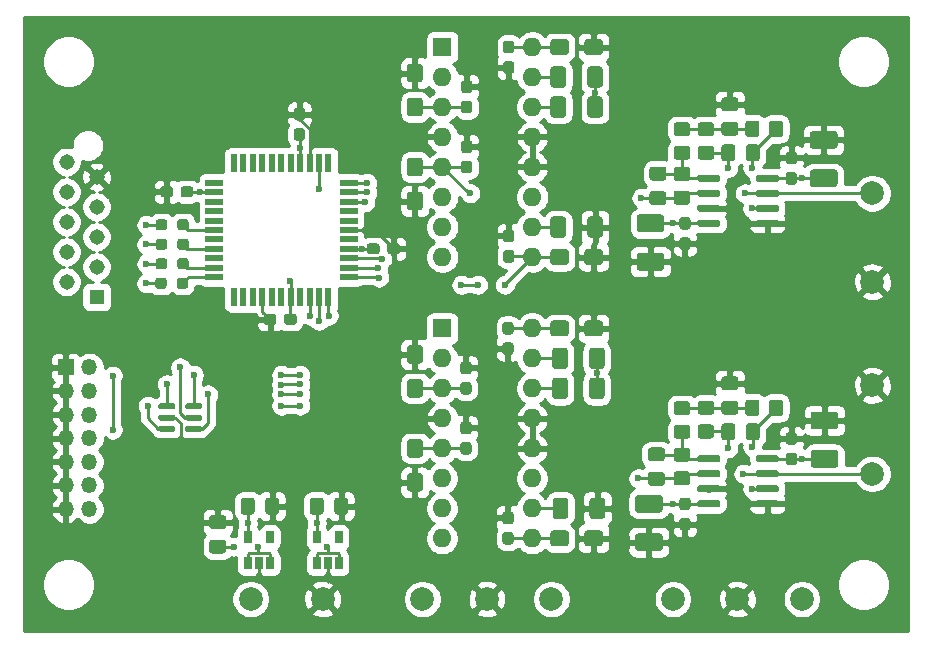
<source format=gbr>
G04 #@! TF.GenerationSoftware,KiCad,Pcbnew,(5.1.10-0-10_14)*
G04 #@! TF.CreationDate,2021-05-14T17:15:12+02:00*
G04 #@! TF.ProjectId,dac-i2s-nos,6461632d-6932-4732-9d6e-6f732e6b6963,rev?*
G04 #@! TF.SameCoordinates,Original*
G04 #@! TF.FileFunction,Copper,L1,Top*
G04 #@! TF.FilePolarity,Positive*
%FSLAX46Y46*%
G04 Gerber Fmt 4.6, Leading zero omitted, Abs format (unit mm)*
G04 Created by KiCad (PCBNEW (5.1.10-0-10_14)) date 2021-05-14 17:15:12*
%MOMM*%
%LPD*%
G01*
G04 APERTURE LIST*
G04 #@! TA.AperFunction,ComponentPad*
%ADD10R,1.308000X1.308000*%
G04 #@! TD*
G04 #@! TA.AperFunction,ComponentPad*
%ADD11C,1.308000*%
G04 #@! TD*
G04 #@! TA.AperFunction,ComponentPad*
%ADD12O,1.350000X1.350000*%
G04 #@! TD*
G04 #@! TA.AperFunction,ComponentPad*
%ADD13R,1.350000X1.350000*%
G04 #@! TD*
G04 #@! TA.AperFunction,ComponentPad*
%ADD14C,2.000000*%
G04 #@! TD*
G04 #@! TA.AperFunction,ComponentPad*
%ADD15O,1.600000X1.600000*%
G04 #@! TD*
G04 #@! TA.AperFunction,ComponentPad*
%ADD16R,1.600000X1.600000*%
G04 #@! TD*
G04 #@! TA.AperFunction,SMDPad,CuDef*
%ADD17R,1.500000X0.550000*%
G04 #@! TD*
G04 #@! TA.AperFunction,SMDPad,CuDef*
%ADD18R,0.550000X1.500000*%
G04 #@! TD*
G04 #@! TA.AperFunction,SMDPad,CuDef*
%ADD19R,0.650000X1.060000*%
G04 #@! TD*
G04 #@! TA.AperFunction,ViaPad*
%ADD20C,0.600000*%
G04 #@! TD*
G04 #@! TA.AperFunction,Conductor*
%ADD21C,0.250000*%
G04 #@! TD*
G04 #@! TA.AperFunction,Conductor*
%ADD22C,0.254000*%
G04 #@! TD*
G04 #@! TA.AperFunction,Conductor*
%ADD23C,0.100000*%
G04 #@! TD*
G04 APERTURE END LIST*
D10*
X115421000Y-85982000D03*
D11*
X112881000Y-84712000D03*
X115421000Y-83442000D03*
X112881000Y-82172000D03*
X115421000Y-80902000D03*
X112881000Y-79632000D03*
X115421000Y-78362000D03*
X112881000Y-77092000D03*
X115421000Y-75822000D03*
X112881000Y-74552000D03*
G04 #@! TA.AperFunction,SMDPad,CuDef*
G36*
G01*
X146922500Y-92538500D02*
X146447500Y-92538500D01*
G75*
G02*
X146210000Y-92301000I0J237500D01*
G01*
X146210000Y-91701000D01*
G75*
G02*
X146447500Y-91463500I237500J0D01*
G01*
X146922500Y-91463500D01*
G75*
G02*
X147160000Y-91701000I0J-237500D01*
G01*
X147160000Y-92301000D01*
G75*
G02*
X146922500Y-92538500I-237500J0D01*
G01*
G37*
G04 #@! TD.AperFunction*
G04 #@! TA.AperFunction,SMDPad,CuDef*
G36*
G01*
X146922500Y-94263500D02*
X146447500Y-94263500D01*
G75*
G02*
X146210000Y-94026000I0J237500D01*
G01*
X146210000Y-93426000D01*
G75*
G02*
X146447500Y-93188500I237500J0D01*
G01*
X146922500Y-93188500D01*
G75*
G02*
X147160000Y-93426000I0J-237500D01*
G01*
X147160000Y-94026000D01*
G75*
G02*
X146922500Y-94263500I-237500J0D01*
G01*
G37*
G04 #@! TD.AperFunction*
G04 #@! TA.AperFunction,SMDPad,CuDef*
G36*
G01*
X150003500Y-89833500D02*
X150478500Y-89833500D01*
G75*
G02*
X150716000Y-90071000I0J-237500D01*
G01*
X150716000Y-90671000D01*
G75*
G02*
X150478500Y-90908500I-237500J0D01*
G01*
X150003500Y-90908500D01*
G75*
G02*
X149766000Y-90671000I0J237500D01*
G01*
X149766000Y-90071000D01*
G75*
G02*
X150003500Y-89833500I237500J0D01*
G01*
G37*
G04 #@! TD.AperFunction*
G04 #@! TA.AperFunction,SMDPad,CuDef*
G36*
G01*
X150003500Y-88108500D02*
X150478500Y-88108500D01*
G75*
G02*
X150716000Y-88346000I0J-237500D01*
G01*
X150716000Y-88946000D01*
G75*
G02*
X150478500Y-89183500I-237500J0D01*
G01*
X150003500Y-89183500D01*
G75*
G02*
X149766000Y-88946000I0J237500D01*
G01*
X149766000Y-88346000D01*
G75*
G02*
X150003500Y-88108500I237500J0D01*
G01*
G37*
G04 #@! TD.AperFunction*
G04 #@! TA.AperFunction,SMDPad,CuDef*
G36*
G01*
X150478500Y-105238500D02*
X150003500Y-105238500D01*
G75*
G02*
X149766000Y-105001000I0J237500D01*
G01*
X149766000Y-104401000D01*
G75*
G02*
X150003500Y-104163500I237500J0D01*
G01*
X150478500Y-104163500D01*
G75*
G02*
X150716000Y-104401000I0J-237500D01*
G01*
X150716000Y-105001000D01*
G75*
G02*
X150478500Y-105238500I-237500J0D01*
G01*
G37*
G04 #@! TD.AperFunction*
G04 #@! TA.AperFunction,SMDPad,CuDef*
G36*
G01*
X150478500Y-106963500D02*
X150003500Y-106963500D01*
G75*
G02*
X149766000Y-106726000I0J237500D01*
G01*
X149766000Y-106126000D01*
G75*
G02*
X150003500Y-105888500I237500J0D01*
G01*
X150478500Y-105888500D01*
G75*
G02*
X150716000Y-106126000I0J-237500D01*
G01*
X150716000Y-106726000D01*
G75*
G02*
X150478500Y-106963500I-237500J0D01*
G01*
G37*
G04 #@! TD.AperFunction*
G04 #@! TA.AperFunction,SMDPad,CuDef*
G36*
G01*
X146922500Y-97618500D02*
X146447500Y-97618500D01*
G75*
G02*
X146210000Y-97381000I0J237500D01*
G01*
X146210000Y-96781000D01*
G75*
G02*
X146447500Y-96543500I237500J0D01*
G01*
X146922500Y-96543500D01*
G75*
G02*
X147160000Y-96781000I0J-237500D01*
G01*
X147160000Y-97381000D01*
G75*
G02*
X146922500Y-97618500I-237500J0D01*
G01*
G37*
G04 #@! TD.AperFunction*
G04 #@! TA.AperFunction,SMDPad,CuDef*
G36*
G01*
X146922500Y-99343500D02*
X146447500Y-99343500D01*
G75*
G02*
X146210000Y-99106000I0J237500D01*
G01*
X146210000Y-98506000D01*
G75*
G02*
X146447500Y-98268500I237500J0D01*
G01*
X146922500Y-98268500D01*
G75*
G02*
X147160000Y-98506000I0J-237500D01*
G01*
X147160000Y-99106000D01*
G75*
G02*
X146922500Y-99343500I-237500J0D01*
G01*
G37*
G04 #@! TD.AperFunction*
G04 #@! TA.AperFunction,SMDPad,CuDef*
G36*
G01*
X146986000Y-73806000D02*
X146511000Y-73806000D01*
G75*
G02*
X146273500Y-73568500I0J237500D01*
G01*
X146273500Y-72968500D01*
G75*
G02*
X146511000Y-72731000I237500J0D01*
G01*
X146986000Y-72731000D01*
G75*
G02*
X147223500Y-72968500I0J-237500D01*
G01*
X147223500Y-73568500D01*
G75*
G02*
X146986000Y-73806000I-237500J0D01*
G01*
G37*
G04 #@! TD.AperFunction*
G04 #@! TA.AperFunction,SMDPad,CuDef*
G36*
G01*
X146986000Y-75531000D02*
X146511000Y-75531000D01*
G75*
G02*
X146273500Y-75293500I0J237500D01*
G01*
X146273500Y-74693500D01*
G75*
G02*
X146511000Y-74456000I237500J0D01*
G01*
X146986000Y-74456000D01*
G75*
G02*
X147223500Y-74693500I0J-237500D01*
G01*
X147223500Y-75293500D01*
G75*
G02*
X146986000Y-75531000I-237500J0D01*
G01*
G37*
G04 #@! TD.AperFunction*
G04 #@! TA.AperFunction,SMDPad,CuDef*
G36*
G01*
X146986000Y-68726000D02*
X146511000Y-68726000D01*
G75*
G02*
X146273500Y-68488500I0J237500D01*
G01*
X146273500Y-67888500D01*
G75*
G02*
X146511000Y-67651000I237500J0D01*
G01*
X146986000Y-67651000D01*
G75*
G02*
X147223500Y-67888500I0J-237500D01*
G01*
X147223500Y-68488500D01*
G75*
G02*
X146986000Y-68726000I-237500J0D01*
G01*
G37*
G04 #@! TD.AperFunction*
G04 #@! TA.AperFunction,SMDPad,CuDef*
G36*
G01*
X146986000Y-70451000D02*
X146511000Y-70451000D01*
G75*
G02*
X146273500Y-70213500I0J237500D01*
G01*
X146273500Y-69613500D01*
G75*
G02*
X146511000Y-69376000I237500J0D01*
G01*
X146986000Y-69376000D01*
G75*
G02*
X147223500Y-69613500I0J-237500D01*
G01*
X147223500Y-70213500D01*
G75*
G02*
X146986000Y-70451000I-237500J0D01*
G01*
G37*
G04 #@! TD.AperFunction*
G04 #@! TA.AperFunction,SMDPad,CuDef*
G36*
G01*
X150067000Y-66021000D02*
X150542000Y-66021000D01*
G75*
G02*
X150779500Y-66258500I0J-237500D01*
G01*
X150779500Y-66858500D01*
G75*
G02*
X150542000Y-67096000I-237500J0D01*
G01*
X150067000Y-67096000D01*
G75*
G02*
X149829500Y-66858500I0J237500D01*
G01*
X149829500Y-66258500D01*
G75*
G02*
X150067000Y-66021000I237500J0D01*
G01*
G37*
G04 #@! TD.AperFunction*
G04 #@! TA.AperFunction,SMDPad,CuDef*
G36*
G01*
X150067000Y-64296000D02*
X150542000Y-64296000D01*
G75*
G02*
X150779500Y-64533500I0J-237500D01*
G01*
X150779500Y-65133500D01*
G75*
G02*
X150542000Y-65371000I-237500J0D01*
G01*
X150067000Y-65371000D01*
G75*
G02*
X149829500Y-65133500I0J237500D01*
G01*
X149829500Y-64533500D01*
G75*
G02*
X150067000Y-64296000I237500J0D01*
G01*
G37*
G04 #@! TD.AperFunction*
G04 #@! TA.AperFunction,SMDPad,CuDef*
G36*
G01*
X150542000Y-81362500D02*
X150067000Y-81362500D01*
G75*
G02*
X149829500Y-81125000I0J237500D01*
G01*
X149829500Y-80525000D01*
G75*
G02*
X150067000Y-80287500I237500J0D01*
G01*
X150542000Y-80287500D01*
G75*
G02*
X150779500Y-80525000I0J-237500D01*
G01*
X150779500Y-81125000D01*
G75*
G02*
X150542000Y-81362500I-237500J0D01*
G01*
G37*
G04 #@! TD.AperFunction*
G04 #@! TA.AperFunction,SMDPad,CuDef*
G36*
G01*
X150542000Y-83087500D02*
X150067000Y-83087500D01*
G75*
G02*
X149829500Y-82850000I0J237500D01*
G01*
X149829500Y-82250000D01*
G75*
G02*
X150067000Y-82012500I237500J0D01*
G01*
X150542000Y-82012500D01*
G75*
G02*
X150779500Y-82250000I0J-237500D01*
G01*
X150779500Y-82850000D01*
G75*
G02*
X150542000Y-83087500I-237500J0D01*
G01*
G37*
G04 #@! TD.AperFunction*
G04 #@! TA.AperFunction,SMDPad,CuDef*
G36*
G01*
X171235500Y-76096000D02*
X171235500Y-75796000D01*
G75*
G02*
X171385500Y-75646000I150000J0D01*
G01*
X173035500Y-75646000D01*
G75*
G02*
X173185500Y-75796000I0J-150000D01*
G01*
X173185500Y-76096000D01*
G75*
G02*
X173035500Y-76246000I-150000J0D01*
G01*
X171385500Y-76246000D01*
G75*
G02*
X171235500Y-76096000I0J150000D01*
G01*
G37*
G04 #@! TD.AperFunction*
G04 #@! TA.AperFunction,SMDPad,CuDef*
G36*
G01*
X171235500Y-77366000D02*
X171235500Y-77066000D01*
G75*
G02*
X171385500Y-76916000I150000J0D01*
G01*
X173035500Y-76916000D01*
G75*
G02*
X173185500Y-77066000I0J-150000D01*
G01*
X173185500Y-77366000D01*
G75*
G02*
X173035500Y-77516000I-150000J0D01*
G01*
X171385500Y-77516000D01*
G75*
G02*
X171235500Y-77366000I0J150000D01*
G01*
G37*
G04 #@! TD.AperFunction*
G04 #@! TA.AperFunction,SMDPad,CuDef*
G36*
G01*
X171235500Y-78636000D02*
X171235500Y-78336000D01*
G75*
G02*
X171385500Y-78186000I150000J0D01*
G01*
X173035500Y-78186000D01*
G75*
G02*
X173185500Y-78336000I0J-150000D01*
G01*
X173185500Y-78636000D01*
G75*
G02*
X173035500Y-78786000I-150000J0D01*
G01*
X171385500Y-78786000D01*
G75*
G02*
X171235500Y-78636000I0J150000D01*
G01*
G37*
G04 #@! TD.AperFunction*
G04 #@! TA.AperFunction,SMDPad,CuDef*
G36*
G01*
X171235500Y-79906000D02*
X171235500Y-79606000D01*
G75*
G02*
X171385500Y-79456000I150000J0D01*
G01*
X173035500Y-79456000D01*
G75*
G02*
X173185500Y-79606000I0J-150000D01*
G01*
X173185500Y-79906000D01*
G75*
G02*
X173035500Y-80056000I-150000J0D01*
G01*
X171385500Y-80056000D01*
G75*
G02*
X171235500Y-79906000I0J150000D01*
G01*
G37*
G04 #@! TD.AperFunction*
G04 #@! TA.AperFunction,SMDPad,CuDef*
G36*
G01*
X166285500Y-79906000D02*
X166285500Y-79606000D01*
G75*
G02*
X166435500Y-79456000I150000J0D01*
G01*
X168085500Y-79456000D01*
G75*
G02*
X168235500Y-79606000I0J-150000D01*
G01*
X168235500Y-79906000D01*
G75*
G02*
X168085500Y-80056000I-150000J0D01*
G01*
X166435500Y-80056000D01*
G75*
G02*
X166285500Y-79906000I0J150000D01*
G01*
G37*
G04 #@! TD.AperFunction*
G04 #@! TA.AperFunction,SMDPad,CuDef*
G36*
G01*
X166285500Y-78636000D02*
X166285500Y-78336000D01*
G75*
G02*
X166435500Y-78186000I150000J0D01*
G01*
X168085500Y-78186000D01*
G75*
G02*
X168235500Y-78336000I0J-150000D01*
G01*
X168235500Y-78636000D01*
G75*
G02*
X168085500Y-78786000I-150000J0D01*
G01*
X166435500Y-78786000D01*
G75*
G02*
X166285500Y-78636000I0J150000D01*
G01*
G37*
G04 #@! TD.AperFunction*
G04 #@! TA.AperFunction,SMDPad,CuDef*
G36*
G01*
X166285500Y-77366000D02*
X166285500Y-77066000D01*
G75*
G02*
X166435500Y-76916000I150000J0D01*
G01*
X168085500Y-76916000D01*
G75*
G02*
X168235500Y-77066000I0J-150000D01*
G01*
X168235500Y-77366000D01*
G75*
G02*
X168085500Y-77516000I-150000J0D01*
G01*
X166435500Y-77516000D01*
G75*
G02*
X166285500Y-77366000I0J150000D01*
G01*
G37*
G04 #@! TD.AperFunction*
G04 #@! TA.AperFunction,SMDPad,CuDef*
G36*
G01*
X166285500Y-76096000D02*
X166285500Y-75796000D01*
G75*
G02*
X166435500Y-75646000I150000J0D01*
G01*
X168085500Y-75646000D01*
G75*
G02*
X168235500Y-75796000I0J-150000D01*
G01*
X168235500Y-76096000D01*
G75*
G02*
X168085500Y-76246000I-150000J0D01*
G01*
X166435500Y-76246000D01*
G75*
G02*
X166285500Y-76096000I0J150000D01*
G01*
G37*
G04 #@! TD.AperFunction*
G04 #@! TA.AperFunction,SMDPad,CuDef*
G36*
G01*
X171542000Y-71304999D02*
X171542000Y-72205001D01*
G75*
G02*
X171292001Y-72455000I-249999J0D01*
G01*
X170591999Y-72455000D01*
G75*
G02*
X170342000Y-72205001I0J249999D01*
G01*
X170342000Y-71304999D01*
G75*
G02*
X170591999Y-71055000I249999J0D01*
G01*
X171292001Y-71055000D01*
G75*
G02*
X171542000Y-71304999I0J-249999D01*
G01*
G37*
G04 #@! TD.AperFunction*
G04 #@! TA.AperFunction,SMDPad,CuDef*
G36*
G01*
X173542000Y-71304999D02*
X173542000Y-72205001D01*
G75*
G02*
X173292001Y-72455000I-249999J0D01*
G01*
X172591999Y-72455000D01*
G75*
G02*
X172342000Y-72205001I0J249999D01*
G01*
X172342000Y-71304999D01*
G75*
G02*
X172591999Y-71055000I249999J0D01*
G01*
X173292001Y-71055000D01*
G75*
G02*
X173542000Y-71304999I0J-249999D01*
G01*
G37*
G04 #@! TD.AperFunction*
G04 #@! TA.AperFunction,SMDPad,CuDef*
G36*
G01*
X166554999Y-73187000D02*
X167455001Y-73187000D01*
G75*
G02*
X167705000Y-73436999I0J-249999D01*
G01*
X167705000Y-74137001D01*
G75*
G02*
X167455001Y-74387000I-249999J0D01*
G01*
X166554999Y-74387000D01*
G75*
G02*
X166305000Y-74137001I0J249999D01*
G01*
X166305000Y-73436999D01*
G75*
G02*
X166554999Y-73187000I249999J0D01*
G01*
G37*
G04 #@! TD.AperFunction*
G04 #@! TA.AperFunction,SMDPad,CuDef*
G36*
G01*
X166554999Y-71187000D02*
X167455001Y-71187000D01*
G75*
G02*
X167705000Y-71436999I0J-249999D01*
G01*
X167705000Y-72137001D01*
G75*
G02*
X167455001Y-72387000I-249999J0D01*
G01*
X166554999Y-72387000D01*
G75*
G02*
X166305000Y-72137001I0J249999D01*
G01*
X166305000Y-71436999D01*
G75*
G02*
X166554999Y-71187000I249999J0D01*
G01*
G37*
G04 #@! TD.AperFunction*
G04 #@! TA.AperFunction,SMDPad,CuDef*
G36*
G01*
X164522999Y-73187000D02*
X165423001Y-73187000D01*
G75*
G02*
X165673000Y-73436999I0J-249999D01*
G01*
X165673000Y-74137001D01*
G75*
G02*
X165423001Y-74387000I-249999J0D01*
G01*
X164522999Y-74387000D01*
G75*
G02*
X164273000Y-74137001I0J249999D01*
G01*
X164273000Y-73436999D01*
G75*
G02*
X164522999Y-73187000I249999J0D01*
G01*
G37*
G04 #@! TD.AperFunction*
G04 #@! TA.AperFunction,SMDPad,CuDef*
G36*
G01*
X164522999Y-71187000D02*
X165423001Y-71187000D01*
G75*
G02*
X165673000Y-71436999I0J-249999D01*
G01*
X165673000Y-72137001D01*
G75*
G02*
X165423001Y-72387000I-249999J0D01*
G01*
X164522999Y-72387000D01*
G75*
G02*
X164273000Y-72137001I0J249999D01*
G01*
X164273000Y-71436999D01*
G75*
G02*
X164522999Y-71187000I249999J0D01*
G01*
G37*
G04 #@! TD.AperFunction*
G04 #@! TA.AperFunction,SMDPad,CuDef*
G36*
G01*
X164522999Y-76981000D02*
X165423001Y-76981000D01*
G75*
G02*
X165673000Y-77230999I0J-249999D01*
G01*
X165673000Y-77931001D01*
G75*
G02*
X165423001Y-78181000I-249999J0D01*
G01*
X164522999Y-78181000D01*
G75*
G02*
X164273000Y-77931001I0J249999D01*
G01*
X164273000Y-77230999D01*
G75*
G02*
X164522999Y-76981000I249999J0D01*
G01*
G37*
G04 #@! TD.AperFunction*
G04 #@! TA.AperFunction,SMDPad,CuDef*
G36*
G01*
X164522999Y-74981000D02*
X165423001Y-74981000D01*
G75*
G02*
X165673000Y-75230999I0J-249999D01*
G01*
X165673000Y-75931001D01*
G75*
G02*
X165423001Y-76181000I-249999J0D01*
G01*
X164522999Y-76181000D01*
G75*
G02*
X164273000Y-75931001I0J249999D01*
G01*
X164273000Y-75230999D01*
G75*
G02*
X164522999Y-74981000I249999J0D01*
G01*
G37*
G04 #@! TD.AperFunction*
G04 #@! TA.AperFunction,SMDPad,CuDef*
G36*
G01*
X170397500Y-74262000D02*
X170397500Y-73312000D01*
G75*
G02*
X170647500Y-73062000I250000J0D01*
G01*
X171322500Y-73062000D01*
G75*
G02*
X171572500Y-73312000I0J-250000D01*
G01*
X171572500Y-74262000D01*
G75*
G02*
X171322500Y-74512000I-250000J0D01*
G01*
X170647500Y-74512000D01*
G75*
G02*
X170397500Y-74262000I0J250000D01*
G01*
G37*
G04 #@! TD.AperFunction*
G04 #@! TA.AperFunction,SMDPad,CuDef*
G36*
G01*
X168322500Y-74262000D02*
X168322500Y-73312000D01*
G75*
G02*
X168572500Y-73062000I250000J0D01*
G01*
X169247500Y-73062000D01*
G75*
G02*
X169497500Y-73312000I0J-250000D01*
G01*
X169497500Y-74262000D01*
G75*
G02*
X169247500Y-74512000I-250000J0D01*
G01*
X168572500Y-74512000D01*
G75*
G02*
X168322500Y-74262000I0J250000D01*
G01*
G37*
G04 #@! TD.AperFunction*
G04 #@! TA.AperFunction,SMDPad,CuDef*
G36*
G01*
X169512000Y-70267500D02*
X168562000Y-70267500D01*
G75*
G02*
X168312000Y-70017500I0J250000D01*
G01*
X168312000Y-69342500D01*
G75*
G02*
X168562000Y-69092500I250000J0D01*
G01*
X169512000Y-69092500D01*
G75*
G02*
X169762000Y-69342500I0J-250000D01*
G01*
X169762000Y-70017500D01*
G75*
G02*
X169512000Y-70267500I-250000J0D01*
G01*
G37*
G04 #@! TD.AperFunction*
G04 #@! TA.AperFunction,SMDPad,CuDef*
G36*
G01*
X169512000Y-72342500D02*
X168562000Y-72342500D01*
G75*
G02*
X168312000Y-72092500I0J250000D01*
G01*
X168312000Y-71417500D01*
G75*
G02*
X168562000Y-71167500I250000J0D01*
G01*
X169512000Y-71167500D01*
G75*
G02*
X169762000Y-71417500I0J-250000D01*
G01*
X169762000Y-72092500D01*
G75*
G02*
X169512000Y-72342500I-250000J0D01*
G01*
G37*
G04 #@! TD.AperFunction*
G04 #@! TA.AperFunction,SMDPad,CuDef*
G36*
G01*
X163416000Y-76131000D02*
X162466000Y-76131000D01*
G75*
G02*
X162216000Y-75881000I0J250000D01*
G01*
X162216000Y-75206000D01*
G75*
G02*
X162466000Y-74956000I250000J0D01*
G01*
X163416000Y-74956000D01*
G75*
G02*
X163666000Y-75206000I0J-250000D01*
G01*
X163666000Y-75881000D01*
G75*
G02*
X163416000Y-76131000I-250000J0D01*
G01*
G37*
G04 #@! TD.AperFunction*
G04 #@! TA.AperFunction,SMDPad,CuDef*
G36*
G01*
X163416000Y-78206000D02*
X162466000Y-78206000D01*
G75*
G02*
X162216000Y-77956000I0J250000D01*
G01*
X162216000Y-77281000D01*
G75*
G02*
X162466000Y-77031000I250000J0D01*
G01*
X163416000Y-77031000D01*
G75*
G02*
X163666000Y-77281000I0J-250000D01*
G01*
X163666000Y-77956000D01*
G75*
G02*
X163416000Y-78206000I-250000J0D01*
G01*
G37*
G04 #@! TD.AperFunction*
G04 #@! TA.AperFunction,SMDPad,CuDef*
G36*
G01*
X165464500Y-80293500D02*
X164989500Y-80293500D01*
G75*
G02*
X164752000Y-80056000I0J237500D01*
G01*
X164752000Y-79456000D01*
G75*
G02*
X164989500Y-79218500I237500J0D01*
G01*
X165464500Y-79218500D01*
G75*
G02*
X165702000Y-79456000I0J-237500D01*
G01*
X165702000Y-80056000D01*
G75*
G02*
X165464500Y-80293500I-237500J0D01*
G01*
G37*
G04 #@! TD.AperFunction*
G04 #@! TA.AperFunction,SMDPad,CuDef*
G36*
G01*
X165464500Y-82018500D02*
X164989500Y-82018500D01*
G75*
G02*
X164752000Y-81781000I0J237500D01*
G01*
X164752000Y-81181000D01*
G75*
G02*
X164989500Y-80943500I237500J0D01*
G01*
X165464500Y-80943500D01*
G75*
G02*
X165702000Y-81181000I0J-237500D01*
G01*
X165702000Y-81781000D01*
G75*
G02*
X165464500Y-82018500I-237500J0D01*
G01*
G37*
G04 #@! TD.AperFunction*
G04 #@! TA.AperFunction,SMDPad,CuDef*
G36*
G01*
X174481500Y-74758500D02*
X174006500Y-74758500D01*
G75*
G02*
X173769000Y-74521000I0J237500D01*
G01*
X173769000Y-73921000D01*
G75*
G02*
X174006500Y-73683500I237500J0D01*
G01*
X174481500Y-73683500D01*
G75*
G02*
X174719000Y-73921000I0J-237500D01*
G01*
X174719000Y-74521000D01*
G75*
G02*
X174481500Y-74758500I-237500J0D01*
G01*
G37*
G04 #@! TD.AperFunction*
G04 #@! TA.AperFunction,SMDPad,CuDef*
G36*
G01*
X174481500Y-76483500D02*
X174006500Y-76483500D01*
G75*
G02*
X173769000Y-76246000I0J237500D01*
G01*
X173769000Y-75646000D01*
G75*
G02*
X174006500Y-75408500I237500J0D01*
G01*
X174481500Y-75408500D01*
G75*
G02*
X174719000Y-75646000I0J-237500D01*
G01*
X174719000Y-76246000D01*
G75*
G02*
X174481500Y-76483500I-237500J0D01*
G01*
G37*
G04 #@! TD.AperFunction*
G04 #@! TA.AperFunction,SMDPad,CuDef*
G36*
G01*
X163231000Y-80506000D02*
X161381000Y-80506000D01*
G75*
G02*
X161131000Y-80256000I0J250000D01*
G01*
X161131000Y-79256000D01*
G75*
G02*
X161381000Y-79006000I250000J0D01*
G01*
X163231000Y-79006000D01*
G75*
G02*
X163481000Y-79256000I0J-250000D01*
G01*
X163481000Y-80256000D01*
G75*
G02*
X163231000Y-80506000I-250000J0D01*
G01*
G37*
G04 #@! TD.AperFunction*
G04 #@! TA.AperFunction,SMDPad,CuDef*
G36*
G01*
X163231000Y-83756000D02*
X161381000Y-83756000D01*
G75*
G02*
X161131000Y-83506000I0J250000D01*
G01*
X161131000Y-82506000D01*
G75*
G02*
X161381000Y-82256000I250000J0D01*
G01*
X163231000Y-82256000D01*
G75*
G02*
X163481000Y-82506000I0J-250000D01*
G01*
X163481000Y-83506000D01*
G75*
G02*
X163231000Y-83756000I-250000J0D01*
G01*
G37*
G04 #@! TD.AperFunction*
G04 #@! TA.AperFunction,SMDPad,CuDef*
G36*
G01*
X177899500Y-73446000D02*
X176049500Y-73446000D01*
G75*
G02*
X175799500Y-73196000I0J250000D01*
G01*
X175799500Y-72196000D01*
G75*
G02*
X176049500Y-71946000I250000J0D01*
G01*
X177899500Y-71946000D01*
G75*
G02*
X178149500Y-72196000I0J-250000D01*
G01*
X178149500Y-73196000D01*
G75*
G02*
X177899500Y-73446000I-250000J0D01*
G01*
G37*
G04 #@! TD.AperFunction*
G04 #@! TA.AperFunction,SMDPad,CuDef*
G36*
G01*
X177899500Y-76696000D02*
X176049500Y-76696000D01*
G75*
G02*
X175799500Y-76446000I0J250000D01*
G01*
X175799500Y-75446000D01*
G75*
G02*
X176049500Y-75196000I250000J0D01*
G01*
X177899500Y-75196000D01*
G75*
G02*
X178149500Y-75446000I0J-250000D01*
G01*
X178149500Y-76446000D01*
G75*
G02*
X177899500Y-76696000I-250000J0D01*
G01*
G37*
G04 #@! TD.AperFunction*
G04 #@! TA.AperFunction,SMDPad,CuDef*
G36*
G01*
X142792001Y-75781000D02*
X141941999Y-75781000D01*
G75*
G02*
X141692000Y-75531001I0J249999D01*
G01*
X141692000Y-74455999D01*
G75*
G02*
X141941999Y-74206000I249999J0D01*
G01*
X142792001Y-74206000D01*
G75*
G02*
X143042000Y-74455999I0J-249999D01*
G01*
X143042000Y-75531001D01*
G75*
G02*
X142792001Y-75781000I-249999J0D01*
G01*
G37*
G04 #@! TD.AperFunction*
G04 #@! TA.AperFunction,SMDPad,CuDef*
G36*
G01*
X142792001Y-78656000D02*
X141941999Y-78656000D01*
G75*
G02*
X141692000Y-78406001I0J249999D01*
G01*
X141692000Y-77330999D01*
G75*
G02*
X141941999Y-77081000I249999J0D01*
G01*
X142792001Y-77081000D01*
G75*
G02*
X143042000Y-77330999I0J-249999D01*
G01*
X143042000Y-78406001D01*
G75*
G02*
X142792001Y-78656000I-249999J0D01*
G01*
G37*
G04 #@! TD.AperFunction*
G04 #@! TA.AperFunction,SMDPad,CuDef*
G36*
G01*
X142792001Y-67826000D02*
X141941999Y-67826000D01*
G75*
G02*
X141692000Y-67576001I0J249999D01*
G01*
X141692000Y-66500999D01*
G75*
G02*
X141941999Y-66251000I249999J0D01*
G01*
X142792001Y-66251000D01*
G75*
G02*
X143042000Y-66500999I0J-249999D01*
G01*
X143042000Y-67576001D01*
G75*
G02*
X142792001Y-67826000I-249999J0D01*
G01*
G37*
G04 #@! TD.AperFunction*
G04 #@! TA.AperFunction,SMDPad,CuDef*
G36*
G01*
X142792001Y-70701000D02*
X141941999Y-70701000D01*
G75*
G02*
X141692000Y-70451001I0J249999D01*
G01*
X141692000Y-69375999D01*
G75*
G02*
X141941999Y-69126000I249999J0D01*
G01*
X142792001Y-69126000D01*
G75*
G02*
X143042000Y-69375999I0J-249999D01*
G01*
X143042000Y-70451001D01*
G75*
G02*
X142792001Y-70701000I-249999J0D01*
G01*
G37*
G04 #@! TD.AperFunction*
G04 #@! TA.AperFunction,SMDPad,CuDef*
G36*
G01*
X155410000Y-64408499D02*
X155410000Y-65258501D01*
G75*
G02*
X155160001Y-65508500I-249999J0D01*
G01*
X154084999Y-65508500D01*
G75*
G02*
X153835000Y-65258501I0J249999D01*
G01*
X153835000Y-64408499D01*
G75*
G02*
X154084999Y-64158500I249999J0D01*
G01*
X155160001Y-64158500D01*
G75*
G02*
X155410000Y-64408499I0J-249999D01*
G01*
G37*
G04 #@! TD.AperFunction*
G04 #@! TA.AperFunction,SMDPad,CuDef*
G36*
G01*
X158285000Y-64408499D02*
X158285000Y-65258501D01*
G75*
G02*
X158035001Y-65508500I-249999J0D01*
G01*
X156959999Y-65508500D01*
G75*
G02*
X156710000Y-65258501I0J249999D01*
G01*
X156710000Y-64408499D01*
G75*
G02*
X156959999Y-64158500I249999J0D01*
G01*
X158035001Y-64158500D01*
G75*
G02*
X158285000Y-64408499I0J-249999D01*
G01*
G37*
G04 #@! TD.AperFunction*
G04 #@! TA.AperFunction,SMDPad,CuDef*
G36*
G01*
X156710000Y-83038501D02*
X156710000Y-82188499D01*
G75*
G02*
X156959999Y-81938500I249999J0D01*
G01*
X158035001Y-81938500D01*
G75*
G02*
X158285000Y-82188499I0J-249999D01*
G01*
X158285000Y-83038501D01*
G75*
G02*
X158035001Y-83288500I-249999J0D01*
G01*
X156959999Y-83288500D01*
G75*
G02*
X156710000Y-83038501I0J249999D01*
G01*
G37*
G04 #@! TD.AperFunction*
G04 #@! TA.AperFunction,SMDPad,CuDef*
G36*
G01*
X153835000Y-83038501D02*
X153835000Y-82188499D01*
G75*
G02*
X154084999Y-81938500I249999J0D01*
G01*
X155160001Y-81938500D01*
G75*
G02*
X155410000Y-82188499I0J-249999D01*
G01*
X155410000Y-83038501D01*
G75*
G02*
X155160001Y-83288500I-249999J0D01*
G01*
X154084999Y-83288500D01*
G75*
G02*
X153835000Y-83038501I0J249999D01*
G01*
G37*
G04 #@! TD.AperFunction*
G04 #@! TA.AperFunction,SMDPad,CuDef*
G36*
G01*
X155410000Y-88220999D02*
X155410000Y-89071001D01*
G75*
G02*
X155160001Y-89321000I-249999J0D01*
G01*
X154084999Y-89321000D01*
G75*
G02*
X153835000Y-89071001I0J249999D01*
G01*
X153835000Y-88220999D01*
G75*
G02*
X154084999Y-87971000I249999J0D01*
G01*
X155160001Y-87971000D01*
G75*
G02*
X155410000Y-88220999I0J-249999D01*
G01*
G37*
G04 #@! TD.AperFunction*
G04 #@! TA.AperFunction,SMDPad,CuDef*
G36*
G01*
X158285000Y-88220999D02*
X158285000Y-89071001D01*
G75*
G02*
X158035001Y-89321000I-249999J0D01*
G01*
X156959999Y-89321000D01*
G75*
G02*
X156710000Y-89071001I0J249999D01*
G01*
X156710000Y-88220999D01*
G75*
G02*
X156959999Y-87971000I249999J0D01*
G01*
X158035001Y-87971000D01*
G75*
G02*
X158285000Y-88220999I0J-249999D01*
G01*
G37*
G04 #@! TD.AperFunction*
G04 #@! TA.AperFunction,SMDPad,CuDef*
G36*
G01*
X156710000Y-106851001D02*
X156710000Y-106000999D01*
G75*
G02*
X156959999Y-105751000I249999J0D01*
G01*
X158035001Y-105751000D01*
G75*
G02*
X158285000Y-106000999I0J-249999D01*
G01*
X158285000Y-106851001D01*
G75*
G02*
X158035001Y-107101000I-249999J0D01*
G01*
X156959999Y-107101000D01*
G75*
G02*
X156710000Y-106851001I0J249999D01*
G01*
G37*
G04 #@! TD.AperFunction*
G04 #@! TA.AperFunction,SMDPad,CuDef*
G36*
G01*
X153835000Y-106851001D02*
X153835000Y-106000999D01*
G75*
G02*
X154084999Y-105751000I249999J0D01*
G01*
X155160001Y-105751000D01*
G75*
G02*
X155410000Y-106000999I0J-249999D01*
G01*
X155410000Y-106851001D01*
G75*
G02*
X155160001Y-107101000I-249999J0D01*
G01*
X154084999Y-107101000D01*
G75*
G02*
X153835000Y-106851001I0J249999D01*
G01*
G37*
G04 #@! TD.AperFunction*
G04 #@! TA.AperFunction,SMDPad,CuDef*
G36*
G01*
X142792001Y-99593500D02*
X141941999Y-99593500D01*
G75*
G02*
X141692000Y-99343501I0J249999D01*
G01*
X141692000Y-98268499D01*
G75*
G02*
X141941999Y-98018500I249999J0D01*
G01*
X142792001Y-98018500D01*
G75*
G02*
X143042000Y-98268499I0J-249999D01*
G01*
X143042000Y-99343501D01*
G75*
G02*
X142792001Y-99593500I-249999J0D01*
G01*
G37*
G04 #@! TD.AperFunction*
G04 #@! TA.AperFunction,SMDPad,CuDef*
G36*
G01*
X142792001Y-102468500D02*
X141941999Y-102468500D01*
G75*
G02*
X141692000Y-102218501I0J249999D01*
G01*
X141692000Y-101143499D01*
G75*
G02*
X141941999Y-100893500I249999J0D01*
G01*
X142792001Y-100893500D01*
G75*
G02*
X143042000Y-101143499I0J-249999D01*
G01*
X143042000Y-102218501D01*
G75*
G02*
X142792001Y-102468500I-249999J0D01*
G01*
G37*
G04 #@! TD.AperFunction*
G04 #@! TA.AperFunction,SMDPad,CuDef*
G36*
G01*
X142792001Y-91638500D02*
X141941999Y-91638500D01*
G75*
G02*
X141692000Y-91388501I0J249999D01*
G01*
X141692000Y-90313499D01*
G75*
G02*
X141941999Y-90063500I249999J0D01*
G01*
X142792001Y-90063500D01*
G75*
G02*
X143042000Y-90313499I0J-249999D01*
G01*
X143042000Y-91388501D01*
G75*
G02*
X142792001Y-91638500I-249999J0D01*
G01*
G37*
G04 #@! TD.AperFunction*
G04 #@! TA.AperFunction,SMDPad,CuDef*
G36*
G01*
X142792001Y-94513500D02*
X141941999Y-94513500D01*
G75*
G02*
X141692000Y-94263501I0J249999D01*
G01*
X141692000Y-93188499D01*
G75*
G02*
X141941999Y-92938500I249999J0D01*
G01*
X142792001Y-92938500D01*
G75*
G02*
X143042000Y-93188499I0J-249999D01*
G01*
X143042000Y-94263501D01*
G75*
G02*
X142792001Y-94513500I-249999J0D01*
G01*
G37*
G04 #@! TD.AperFunction*
G04 #@! TA.AperFunction,SMDPad,CuDef*
G36*
G01*
X171237000Y-99845000D02*
X171237000Y-99545000D01*
G75*
G02*
X171387000Y-99395000I150000J0D01*
G01*
X173037000Y-99395000D01*
G75*
G02*
X173187000Y-99545000I0J-150000D01*
G01*
X173187000Y-99845000D01*
G75*
G02*
X173037000Y-99995000I-150000J0D01*
G01*
X171387000Y-99995000D01*
G75*
G02*
X171237000Y-99845000I0J150000D01*
G01*
G37*
G04 #@! TD.AperFunction*
G04 #@! TA.AperFunction,SMDPad,CuDef*
G36*
G01*
X171237000Y-101115000D02*
X171237000Y-100815000D01*
G75*
G02*
X171387000Y-100665000I150000J0D01*
G01*
X173037000Y-100665000D01*
G75*
G02*
X173187000Y-100815000I0J-150000D01*
G01*
X173187000Y-101115000D01*
G75*
G02*
X173037000Y-101265000I-150000J0D01*
G01*
X171387000Y-101265000D01*
G75*
G02*
X171237000Y-101115000I0J150000D01*
G01*
G37*
G04 #@! TD.AperFunction*
G04 #@! TA.AperFunction,SMDPad,CuDef*
G36*
G01*
X171237000Y-102385000D02*
X171237000Y-102085000D01*
G75*
G02*
X171387000Y-101935000I150000J0D01*
G01*
X173037000Y-101935000D01*
G75*
G02*
X173187000Y-102085000I0J-150000D01*
G01*
X173187000Y-102385000D01*
G75*
G02*
X173037000Y-102535000I-150000J0D01*
G01*
X171387000Y-102535000D01*
G75*
G02*
X171237000Y-102385000I0J150000D01*
G01*
G37*
G04 #@! TD.AperFunction*
G04 #@! TA.AperFunction,SMDPad,CuDef*
G36*
G01*
X171237000Y-103655000D02*
X171237000Y-103355000D01*
G75*
G02*
X171387000Y-103205000I150000J0D01*
G01*
X173037000Y-103205000D01*
G75*
G02*
X173187000Y-103355000I0J-150000D01*
G01*
X173187000Y-103655000D01*
G75*
G02*
X173037000Y-103805000I-150000J0D01*
G01*
X171387000Y-103805000D01*
G75*
G02*
X171237000Y-103655000I0J150000D01*
G01*
G37*
G04 #@! TD.AperFunction*
G04 #@! TA.AperFunction,SMDPad,CuDef*
G36*
G01*
X166287000Y-103655000D02*
X166287000Y-103355000D01*
G75*
G02*
X166437000Y-103205000I150000J0D01*
G01*
X168087000Y-103205000D01*
G75*
G02*
X168237000Y-103355000I0J-150000D01*
G01*
X168237000Y-103655000D01*
G75*
G02*
X168087000Y-103805000I-150000J0D01*
G01*
X166437000Y-103805000D01*
G75*
G02*
X166287000Y-103655000I0J150000D01*
G01*
G37*
G04 #@! TD.AperFunction*
G04 #@! TA.AperFunction,SMDPad,CuDef*
G36*
G01*
X166287000Y-102385000D02*
X166287000Y-102085000D01*
G75*
G02*
X166437000Y-101935000I150000J0D01*
G01*
X168087000Y-101935000D01*
G75*
G02*
X168237000Y-102085000I0J-150000D01*
G01*
X168237000Y-102385000D01*
G75*
G02*
X168087000Y-102535000I-150000J0D01*
G01*
X166437000Y-102535000D01*
G75*
G02*
X166287000Y-102385000I0J150000D01*
G01*
G37*
G04 #@! TD.AperFunction*
G04 #@! TA.AperFunction,SMDPad,CuDef*
G36*
G01*
X166287000Y-101115000D02*
X166287000Y-100815000D01*
G75*
G02*
X166437000Y-100665000I150000J0D01*
G01*
X168087000Y-100665000D01*
G75*
G02*
X168237000Y-100815000I0J-150000D01*
G01*
X168237000Y-101115000D01*
G75*
G02*
X168087000Y-101265000I-150000J0D01*
G01*
X166437000Y-101265000D01*
G75*
G02*
X166287000Y-101115000I0J150000D01*
G01*
G37*
G04 #@! TD.AperFunction*
G04 #@! TA.AperFunction,SMDPad,CuDef*
G36*
G01*
X166287000Y-99845000D02*
X166287000Y-99545000D01*
G75*
G02*
X166437000Y-99395000I150000J0D01*
G01*
X168087000Y-99395000D01*
G75*
G02*
X168237000Y-99545000I0J-150000D01*
G01*
X168237000Y-99845000D01*
G75*
G02*
X168087000Y-99995000I-150000J0D01*
G01*
X166437000Y-99995000D01*
G75*
G02*
X166287000Y-99845000I0J150000D01*
G01*
G37*
G04 #@! TD.AperFunction*
G04 #@! TA.AperFunction,SMDPad,CuDef*
G36*
G01*
X165464500Y-104042500D02*
X164989500Y-104042500D01*
G75*
G02*
X164752000Y-103805000I0J237500D01*
G01*
X164752000Y-103205000D01*
G75*
G02*
X164989500Y-102967500I237500J0D01*
G01*
X165464500Y-102967500D01*
G75*
G02*
X165702000Y-103205000I0J-237500D01*
G01*
X165702000Y-103805000D01*
G75*
G02*
X165464500Y-104042500I-237500J0D01*
G01*
G37*
G04 #@! TD.AperFunction*
G04 #@! TA.AperFunction,SMDPad,CuDef*
G36*
G01*
X165464500Y-105767500D02*
X164989500Y-105767500D01*
G75*
G02*
X164752000Y-105530000I0J237500D01*
G01*
X164752000Y-104930000D01*
G75*
G02*
X164989500Y-104692500I237500J0D01*
G01*
X165464500Y-104692500D01*
G75*
G02*
X165702000Y-104930000I0J-237500D01*
G01*
X165702000Y-105530000D01*
G75*
G02*
X165464500Y-105767500I-237500J0D01*
G01*
G37*
G04 #@! TD.AperFunction*
G04 #@! TA.AperFunction,SMDPad,CuDef*
G36*
G01*
X174481500Y-98507500D02*
X174006500Y-98507500D01*
G75*
G02*
X173769000Y-98270000I0J237500D01*
G01*
X173769000Y-97670000D01*
G75*
G02*
X174006500Y-97432500I237500J0D01*
G01*
X174481500Y-97432500D01*
G75*
G02*
X174719000Y-97670000I0J-237500D01*
G01*
X174719000Y-98270000D01*
G75*
G02*
X174481500Y-98507500I-237500J0D01*
G01*
G37*
G04 #@! TD.AperFunction*
G04 #@! TA.AperFunction,SMDPad,CuDef*
G36*
G01*
X174481500Y-100232500D02*
X174006500Y-100232500D01*
G75*
G02*
X173769000Y-99995000I0J237500D01*
G01*
X173769000Y-99395000D01*
G75*
G02*
X174006500Y-99157500I237500J0D01*
G01*
X174481500Y-99157500D01*
G75*
G02*
X174719000Y-99395000I0J-237500D01*
G01*
X174719000Y-99995000D01*
G75*
G02*
X174481500Y-100232500I-237500J0D01*
G01*
G37*
G04 #@! TD.AperFunction*
G04 #@! TA.AperFunction,SMDPad,CuDef*
G36*
G01*
X171542000Y-94926999D02*
X171542000Y-95827001D01*
G75*
G02*
X171292001Y-96077000I-249999J0D01*
G01*
X170591999Y-96077000D01*
G75*
G02*
X170342000Y-95827001I0J249999D01*
G01*
X170342000Y-94926999D01*
G75*
G02*
X170591999Y-94677000I249999J0D01*
G01*
X171292001Y-94677000D01*
G75*
G02*
X171542000Y-94926999I0J-249999D01*
G01*
G37*
G04 #@! TD.AperFunction*
G04 #@! TA.AperFunction,SMDPad,CuDef*
G36*
G01*
X173542000Y-94926999D02*
X173542000Y-95827001D01*
G75*
G02*
X173292001Y-96077000I-249999J0D01*
G01*
X172591999Y-96077000D01*
G75*
G02*
X172342000Y-95827001I0J249999D01*
G01*
X172342000Y-94926999D01*
G75*
G02*
X172591999Y-94677000I249999J0D01*
G01*
X173292001Y-94677000D01*
G75*
G02*
X173542000Y-94926999I0J-249999D01*
G01*
G37*
G04 #@! TD.AperFunction*
G04 #@! TA.AperFunction,SMDPad,CuDef*
G36*
G01*
X166554999Y-96777000D02*
X167455001Y-96777000D01*
G75*
G02*
X167705000Y-97026999I0J-249999D01*
G01*
X167705000Y-97727001D01*
G75*
G02*
X167455001Y-97977000I-249999J0D01*
G01*
X166554999Y-97977000D01*
G75*
G02*
X166305000Y-97727001I0J249999D01*
G01*
X166305000Y-97026999D01*
G75*
G02*
X166554999Y-96777000I249999J0D01*
G01*
G37*
G04 #@! TD.AperFunction*
G04 #@! TA.AperFunction,SMDPad,CuDef*
G36*
G01*
X166554999Y-94777000D02*
X167455001Y-94777000D01*
G75*
G02*
X167705000Y-95026999I0J-249999D01*
G01*
X167705000Y-95727001D01*
G75*
G02*
X167455001Y-95977000I-249999J0D01*
G01*
X166554999Y-95977000D01*
G75*
G02*
X166305000Y-95727001I0J249999D01*
G01*
X166305000Y-95026999D01*
G75*
G02*
X166554999Y-94777000I249999J0D01*
G01*
G37*
G04 #@! TD.AperFunction*
G04 #@! TA.AperFunction,SMDPad,CuDef*
G36*
G01*
X164522999Y-96809000D02*
X165423001Y-96809000D01*
G75*
G02*
X165673000Y-97058999I0J-249999D01*
G01*
X165673000Y-97759001D01*
G75*
G02*
X165423001Y-98009000I-249999J0D01*
G01*
X164522999Y-98009000D01*
G75*
G02*
X164273000Y-97759001I0J249999D01*
G01*
X164273000Y-97058999D01*
G75*
G02*
X164522999Y-96809000I249999J0D01*
G01*
G37*
G04 #@! TD.AperFunction*
G04 #@! TA.AperFunction,SMDPad,CuDef*
G36*
G01*
X164522999Y-94809000D02*
X165423001Y-94809000D01*
G75*
G02*
X165673000Y-95058999I0J-249999D01*
G01*
X165673000Y-95759001D01*
G75*
G02*
X165423001Y-96009000I-249999J0D01*
G01*
X164522999Y-96009000D01*
G75*
G02*
X164273000Y-95759001I0J249999D01*
G01*
X164273000Y-95058999D01*
G75*
G02*
X164522999Y-94809000I249999J0D01*
G01*
G37*
G04 #@! TD.AperFunction*
G04 #@! TA.AperFunction,SMDPad,CuDef*
G36*
G01*
X164522999Y-100746000D02*
X165423001Y-100746000D01*
G75*
G02*
X165673000Y-100995999I0J-249999D01*
G01*
X165673000Y-101696001D01*
G75*
G02*
X165423001Y-101946000I-249999J0D01*
G01*
X164522999Y-101946000D01*
G75*
G02*
X164273000Y-101696001I0J249999D01*
G01*
X164273000Y-100995999D01*
G75*
G02*
X164522999Y-100746000I249999J0D01*
G01*
G37*
G04 #@! TD.AperFunction*
G04 #@! TA.AperFunction,SMDPad,CuDef*
G36*
G01*
X164522999Y-98746000D02*
X165423001Y-98746000D01*
G75*
G02*
X165673000Y-98995999I0J-249999D01*
G01*
X165673000Y-99696001D01*
G75*
G02*
X165423001Y-99946000I-249999J0D01*
G01*
X164522999Y-99946000D01*
G75*
G02*
X164273000Y-99696001I0J249999D01*
G01*
X164273000Y-98995999D01*
G75*
G02*
X164522999Y-98746000I249999J0D01*
G01*
G37*
G04 #@! TD.AperFunction*
G04 #@! TA.AperFunction,SMDPad,CuDef*
G36*
G01*
X163104000Y-104255000D02*
X161254000Y-104255000D01*
G75*
G02*
X161004000Y-104005000I0J250000D01*
G01*
X161004000Y-103005000D01*
G75*
G02*
X161254000Y-102755000I250000J0D01*
G01*
X163104000Y-102755000D01*
G75*
G02*
X163354000Y-103005000I0J-250000D01*
G01*
X163354000Y-104005000D01*
G75*
G02*
X163104000Y-104255000I-250000J0D01*
G01*
G37*
G04 #@! TD.AperFunction*
G04 #@! TA.AperFunction,SMDPad,CuDef*
G36*
G01*
X163104000Y-107505000D02*
X161254000Y-107505000D01*
G75*
G02*
X161004000Y-107255000I0J250000D01*
G01*
X161004000Y-106255000D01*
G75*
G02*
X161254000Y-106005000I250000J0D01*
G01*
X163104000Y-106005000D01*
G75*
G02*
X163354000Y-106255000I0J-250000D01*
G01*
X163354000Y-107255000D01*
G75*
G02*
X163104000Y-107505000I-250000J0D01*
G01*
G37*
G04 #@! TD.AperFunction*
G04 #@! TA.AperFunction,SMDPad,CuDef*
G36*
G01*
X177963000Y-97195000D02*
X176113000Y-97195000D01*
G75*
G02*
X175863000Y-96945000I0J250000D01*
G01*
X175863000Y-95945000D01*
G75*
G02*
X176113000Y-95695000I250000J0D01*
G01*
X177963000Y-95695000D01*
G75*
G02*
X178213000Y-95945000I0J-250000D01*
G01*
X178213000Y-96945000D01*
G75*
G02*
X177963000Y-97195000I-250000J0D01*
G01*
G37*
G04 #@! TD.AperFunction*
G04 #@! TA.AperFunction,SMDPad,CuDef*
G36*
G01*
X177963000Y-100445000D02*
X176113000Y-100445000D01*
G75*
G02*
X175863000Y-100195000I0J250000D01*
G01*
X175863000Y-99195000D01*
G75*
G02*
X176113000Y-98945000I250000J0D01*
G01*
X177963000Y-98945000D01*
G75*
G02*
X178213000Y-99195000I0J-250000D01*
G01*
X178213000Y-100195000D01*
G75*
G02*
X177963000Y-100445000I-250000J0D01*
G01*
G37*
G04 #@! TD.AperFunction*
G04 #@! TA.AperFunction,SMDPad,CuDef*
G36*
G01*
X170397500Y-97884000D02*
X170397500Y-96934000D01*
G75*
G02*
X170647500Y-96684000I250000J0D01*
G01*
X171322500Y-96684000D01*
G75*
G02*
X171572500Y-96934000I0J-250000D01*
G01*
X171572500Y-97884000D01*
G75*
G02*
X171322500Y-98134000I-250000J0D01*
G01*
X170647500Y-98134000D01*
G75*
G02*
X170397500Y-97884000I0J250000D01*
G01*
G37*
G04 #@! TD.AperFunction*
G04 #@! TA.AperFunction,SMDPad,CuDef*
G36*
G01*
X168322500Y-97884000D02*
X168322500Y-96934000D01*
G75*
G02*
X168572500Y-96684000I250000J0D01*
G01*
X169247500Y-96684000D01*
G75*
G02*
X169497500Y-96934000I0J-250000D01*
G01*
X169497500Y-97884000D01*
G75*
G02*
X169247500Y-98134000I-250000J0D01*
G01*
X168572500Y-98134000D01*
G75*
G02*
X168322500Y-97884000I0J250000D01*
G01*
G37*
G04 #@! TD.AperFunction*
G04 #@! TA.AperFunction,SMDPad,CuDef*
G36*
G01*
X169512000Y-93889500D02*
X168562000Y-93889500D01*
G75*
G02*
X168312000Y-93639500I0J250000D01*
G01*
X168312000Y-92964500D01*
G75*
G02*
X168562000Y-92714500I250000J0D01*
G01*
X169512000Y-92714500D01*
G75*
G02*
X169762000Y-92964500I0J-250000D01*
G01*
X169762000Y-93639500D01*
G75*
G02*
X169512000Y-93889500I-250000J0D01*
G01*
G37*
G04 #@! TD.AperFunction*
G04 #@! TA.AperFunction,SMDPad,CuDef*
G36*
G01*
X169512000Y-95964500D02*
X168562000Y-95964500D01*
G75*
G02*
X168312000Y-95714500I0J250000D01*
G01*
X168312000Y-95039500D01*
G75*
G02*
X168562000Y-94789500I250000J0D01*
G01*
X169512000Y-94789500D01*
G75*
G02*
X169762000Y-95039500I0J-250000D01*
G01*
X169762000Y-95714500D01*
G75*
G02*
X169512000Y-95964500I-250000J0D01*
G01*
G37*
G04 #@! TD.AperFunction*
G04 #@! TA.AperFunction,SMDPad,CuDef*
G36*
G01*
X163289000Y-99901500D02*
X162339000Y-99901500D01*
G75*
G02*
X162089000Y-99651500I0J250000D01*
G01*
X162089000Y-98976500D01*
G75*
G02*
X162339000Y-98726500I250000J0D01*
G01*
X163289000Y-98726500D01*
G75*
G02*
X163539000Y-98976500I0J-250000D01*
G01*
X163539000Y-99651500D01*
G75*
G02*
X163289000Y-99901500I-250000J0D01*
G01*
G37*
G04 #@! TD.AperFunction*
G04 #@! TA.AperFunction,SMDPad,CuDef*
G36*
G01*
X163289000Y-101976500D02*
X162339000Y-101976500D01*
G75*
G02*
X162089000Y-101726500I0J250000D01*
G01*
X162089000Y-101051500D01*
G75*
G02*
X162339000Y-100801500I250000J0D01*
G01*
X163289000Y-100801500D01*
G75*
G02*
X163539000Y-101051500I0J-250000D01*
G01*
X163539000Y-101726500D01*
G75*
G02*
X163289000Y-101976500I-250000J0D01*
G01*
G37*
G04 #@! TD.AperFunction*
G04 #@! TA.AperFunction,SMDPad,CuDef*
G36*
G01*
X122922000Y-95377500D02*
X122922000Y-95127500D01*
G75*
G02*
X123047000Y-95002500I125000J0D01*
G01*
X124222000Y-95002500D01*
G75*
G02*
X124347000Y-95127500I0J-125000D01*
G01*
X124347000Y-95377500D01*
G75*
G02*
X124222000Y-95502500I-125000J0D01*
G01*
X123047000Y-95502500D01*
G75*
G02*
X122922000Y-95377500I0J125000D01*
G01*
G37*
G04 #@! TD.AperFunction*
G04 #@! TA.AperFunction,SMDPad,CuDef*
G36*
G01*
X122922000Y-96327500D02*
X122922000Y-96077500D01*
G75*
G02*
X123047000Y-95952500I125000J0D01*
G01*
X124222000Y-95952500D01*
G75*
G02*
X124347000Y-96077500I0J-125000D01*
G01*
X124347000Y-96327500D01*
G75*
G02*
X124222000Y-96452500I-125000J0D01*
G01*
X123047000Y-96452500D01*
G75*
G02*
X122922000Y-96327500I0J125000D01*
G01*
G37*
G04 #@! TD.AperFunction*
G04 #@! TA.AperFunction,SMDPad,CuDef*
G36*
G01*
X122922000Y-97277500D02*
X122922000Y-97027500D01*
G75*
G02*
X123047000Y-96902500I125000J0D01*
G01*
X124222000Y-96902500D01*
G75*
G02*
X124347000Y-97027500I0J-125000D01*
G01*
X124347000Y-97277500D01*
G75*
G02*
X124222000Y-97402500I-125000J0D01*
G01*
X123047000Y-97402500D01*
G75*
G02*
X122922000Y-97277500I0J125000D01*
G01*
G37*
G04 #@! TD.AperFunction*
G04 #@! TA.AperFunction,SMDPad,CuDef*
G36*
G01*
X120647000Y-97277500D02*
X120647000Y-97027500D01*
G75*
G02*
X120772000Y-96902500I125000J0D01*
G01*
X121947000Y-96902500D01*
G75*
G02*
X122072000Y-97027500I0J-125000D01*
G01*
X122072000Y-97277500D01*
G75*
G02*
X121947000Y-97402500I-125000J0D01*
G01*
X120772000Y-97402500D01*
G75*
G02*
X120647000Y-97277500I0J125000D01*
G01*
G37*
G04 #@! TD.AperFunction*
G04 #@! TA.AperFunction,SMDPad,CuDef*
G36*
G01*
X120647000Y-96327500D02*
X120647000Y-96077500D01*
G75*
G02*
X120772000Y-95952500I125000J0D01*
G01*
X121947000Y-95952500D01*
G75*
G02*
X122072000Y-96077500I0J-125000D01*
G01*
X122072000Y-96327500D01*
G75*
G02*
X121947000Y-96452500I-125000J0D01*
G01*
X120772000Y-96452500D01*
G75*
G02*
X120647000Y-96327500I0J125000D01*
G01*
G37*
G04 #@! TD.AperFunction*
G04 #@! TA.AperFunction,SMDPad,CuDef*
G36*
G01*
X120647000Y-95377500D02*
X120647000Y-95127500D01*
G75*
G02*
X120772000Y-95002500I125000J0D01*
G01*
X121947000Y-95002500D01*
G75*
G02*
X122072000Y-95127500I0J-125000D01*
G01*
X122072000Y-95377500D01*
G75*
G02*
X121947000Y-95502500I-125000J0D01*
G01*
X120772000Y-95502500D01*
G75*
G02*
X120647000Y-95377500I0J125000D01*
G01*
G37*
G04 #@! TD.AperFunction*
D12*
X114808000Y-103948000D03*
X112808000Y-103948000D03*
X114808000Y-101948000D03*
X112808000Y-101948000D03*
X114808000Y-99948000D03*
X112808000Y-99948000D03*
X114808000Y-97948000D03*
X112808000Y-97948000D03*
X114808000Y-95948000D03*
X112808000Y-95948000D03*
X114808000Y-93948000D03*
X112808000Y-93948000D03*
X114808000Y-91948000D03*
D13*
X112808000Y-91948000D03*
D14*
X181102000Y-93472000D03*
X181102000Y-100965000D03*
D15*
X152294000Y-88646000D03*
X144674000Y-106426000D03*
X152294000Y-91186000D03*
X144674000Y-103886000D03*
X152294000Y-93726000D03*
X144674000Y-101346000D03*
X152294000Y-96266000D03*
X144674000Y-98806000D03*
X152294000Y-98806000D03*
X144674000Y-96266000D03*
X152294000Y-101346000D03*
X144674000Y-93726000D03*
X152294000Y-103886000D03*
X144674000Y-91186000D03*
X152294000Y-106426000D03*
D16*
X144674000Y-88646000D03*
G04 #@! TA.AperFunction,SMDPad,CuDef*
G36*
G01*
X157110000Y-91836002D02*
X157110000Y-90535998D01*
G75*
G02*
X157359998Y-90286000I249998J0D01*
G01*
X158185002Y-90286000D01*
G75*
G02*
X158435000Y-90535998I0J-249998D01*
G01*
X158435000Y-91836002D01*
G75*
G02*
X158185002Y-92086000I-249998J0D01*
G01*
X157359998Y-92086000D01*
G75*
G02*
X157110000Y-91836002I0J249998D01*
G01*
G37*
G04 #@! TD.AperFunction*
G04 #@! TA.AperFunction,SMDPad,CuDef*
G36*
G01*
X153985000Y-91836002D02*
X153985000Y-90535998D01*
G75*
G02*
X154234998Y-90286000I249998J0D01*
G01*
X155060002Y-90286000D01*
G75*
G02*
X155310000Y-90535998I0J-249998D01*
G01*
X155310000Y-91836002D01*
G75*
G02*
X155060002Y-92086000I-249998J0D01*
G01*
X154234998Y-92086000D01*
G75*
G02*
X153985000Y-91836002I0J249998D01*
G01*
G37*
G04 #@! TD.AperFunction*
G04 #@! TA.AperFunction,SMDPad,CuDef*
G36*
G01*
X157110000Y-94376002D02*
X157110000Y-93075998D01*
G75*
G02*
X157359998Y-92826000I249998J0D01*
G01*
X158185002Y-92826000D01*
G75*
G02*
X158435000Y-93075998I0J-249998D01*
G01*
X158435000Y-94376002D01*
G75*
G02*
X158185002Y-94626000I-249998J0D01*
G01*
X157359998Y-94626000D01*
G75*
G02*
X157110000Y-94376002I0J249998D01*
G01*
G37*
G04 #@! TD.AperFunction*
G04 #@! TA.AperFunction,SMDPad,CuDef*
G36*
G01*
X153985000Y-94376002D02*
X153985000Y-93075998D01*
G75*
G02*
X154234998Y-92826000I249998J0D01*
G01*
X155060002Y-92826000D01*
G75*
G02*
X155310000Y-93075998I0J-249998D01*
G01*
X155310000Y-94376002D01*
G75*
G02*
X155060002Y-94626000I-249998J0D01*
G01*
X154234998Y-94626000D01*
G75*
G02*
X153985000Y-94376002I0J249998D01*
G01*
G37*
G04 #@! TD.AperFunction*
G04 #@! TA.AperFunction,SMDPad,CuDef*
G36*
G01*
X157148500Y-104536002D02*
X157148500Y-103235998D01*
G75*
G02*
X157398498Y-102986000I249998J0D01*
G01*
X158223502Y-102986000D01*
G75*
G02*
X158473500Y-103235998I0J-249998D01*
G01*
X158473500Y-104536002D01*
G75*
G02*
X158223502Y-104786000I-249998J0D01*
G01*
X157398498Y-104786000D01*
G75*
G02*
X157148500Y-104536002I0J249998D01*
G01*
G37*
G04 #@! TD.AperFunction*
G04 #@! TA.AperFunction,SMDPad,CuDef*
G36*
G01*
X154023500Y-104536002D02*
X154023500Y-103235998D01*
G75*
G02*
X154273498Y-102986000I249998J0D01*
G01*
X155098502Y-102986000D01*
G75*
G02*
X155348500Y-103235998I0J-249998D01*
G01*
X155348500Y-104536002D01*
G75*
G02*
X155098502Y-104786000I-249998J0D01*
G01*
X154273498Y-104786000D01*
G75*
G02*
X154023500Y-104536002I0J249998D01*
G01*
G37*
G04 #@! TD.AperFunction*
D14*
X169672000Y-111569500D03*
X164211000Y-111569500D03*
X175133000Y-111569500D03*
X181102000Y-84709000D03*
X181102000Y-77216000D03*
X148463000Y-111569500D03*
X143002000Y-111569500D03*
X153924000Y-111569500D03*
G04 #@! TA.AperFunction,SMDPad,CuDef*
G36*
G01*
X156958000Y-68023502D02*
X156958000Y-66723498D01*
G75*
G02*
X157207998Y-66473500I249998J0D01*
G01*
X158033002Y-66473500D01*
G75*
G02*
X158283000Y-66723498I0J-249998D01*
G01*
X158283000Y-68023502D01*
G75*
G02*
X158033002Y-68273500I-249998J0D01*
G01*
X157207998Y-68273500D01*
G75*
G02*
X156958000Y-68023502I0J249998D01*
G01*
G37*
G04 #@! TD.AperFunction*
G04 #@! TA.AperFunction,SMDPad,CuDef*
G36*
G01*
X153833000Y-68023502D02*
X153833000Y-66723498D01*
G75*
G02*
X154082998Y-66473500I249998J0D01*
G01*
X154908002Y-66473500D01*
G75*
G02*
X155158000Y-66723498I0J-249998D01*
G01*
X155158000Y-68023502D01*
G75*
G02*
X154908002Y-68273500I-249998J0D01*
G01*
X154082998Y-68273500D01*
G75*
G02*
X153833000Y-68023502I0J249998D01*
G01*
G37*
G04 #@! TD.AperFunction*
G04 #@! TA.AperFunction,SMDPad,CuDef*
G36*
G01*
X156958000Y-70563502D02*
X156958000Y-69263498D01*
G75*
G02*
X157207998Y-69013500I249998J0D01*
G01*
X158033002Y-69013500D01*
G75*
G02*
X158283000Y-69263498I0J-249998D01*
G01*
X158283000Y-70563502D01*
G75*
G02*
X158033002Y-70813500I-249998J0D01*
G01*
X157207998Y-70813500D01*
G75*
G02*
X156958000Y-70563502I0J249998D01*
G01*
G37*
G04 #@! TD.AperFunction*
G04 #@! TA.AperFunction,SMDPad,CuDef*
G36*
G01*
X153833000Y-70563502D02*
X153833000Y-69263498D01*
G75*
G02*
X154082998Y-69013500I249998J0D01*
G01*
X154908002Y-69013500D01*
G75*
G02*
X155158000Y-69263498I0J-249998D01*
G01*
X155158000Y-70563502D01*
G75*
G02*
X154908002Y-70813500I-249998J0D01*
G01*
X154082998Y-70813500D01*
G75*
G02*
X153833000Y-70563502I0J249998D01*
G01*
G37*
G04 #@! TD.AperFunction*
G04 #@! TA.AperFunction,SMDPad,CuDef*
G36*
G01*
X156958000Y-80723502D02*
X156958000Y-79423498D01*
G75*
G02*
X157207998Y-79173500I249998J0D01*
G01*
X158033002Y-79173500D01*
G75*
G02*
X158283000Y-79423498I0J-249998D01*
G01*
X158283000Y-80723502D01*
G75*
G02*
X158033002Y-80973500I-249998J0D01*
G01*
X157207998Y-80973500D01*
G75*
G02*
X156958000Y-80723502I0J249998D01*
G01*
G37*
G04 #@! TD.AperFunction*
G04 #@! TA.AperFunction,SMDPad,CuDef*
G36*
G01*
X153833000Y-80723502D02*
X153833000Y-79423498D01*
G75*
G02*
X154082998Y-79173500I249998J0D01*
G01*
X154908002Y-79173500D01*
G75*
G02*
X155158000Y-79423498I0J-249998D01*
G01*
X155158000Y-80723502D01*
G75*
G02*
X154908002Y-80973500I-249998J0D01*
G01*
X154082998Y-80973500D01*
G75*
G02*
X153833000Y-80723502I0J249998D01*
G01*
G37*
G04 #@! TD.AperFunction*
G04 #@! TA.AperFunction,SMDPad,CuDef*
G36*
G01*
X129694000Y-104170500D02*
X129694000Y-103220500D01*
G75*
G02*
X129944000Y-102970500I250000J0D01*
G01*
X130619000Y-102970500D01*
G75*
G02*
X130869000Y-103220500I0J-250000D01*
G01*
X130869000Y-104170500D01*
G75*
G02*
X130619000Y-104420500I-250000J0D01*
G01*
X129944000Y-104420500D01*
G75*
G02*
X129694000Y-104170500I0J250000D01*
G01*
G37*
G04 #@! TD.AperFunction*
G04 #@! TA.AperFunction,SMDPad,CuDef*
G36*
G01*
X127619000Y-104170500D02*
X127619000Y-103220500D01*
G75*
G02*
X127869000Y-102970500I250000J0D01*
G01*
X128544000Y-102970500D01*
G75*
G02*
X128794000Y-103220500I0J-250000D01*
G01*
X128794000Y-104170500D01*
G75*
G02*
X128544000Y-104420500I-250000J0D01*
G01*
X127869000Y-104420500D01*
G75*
G02*
X127619000Y-104170500I0J250000D01*
G01*
G37*
G04 #@! TD.AperFunction*
G04 #@! TA.AperFunction,SMDPad,CuDef*
G36*
G01*
X135536000Y-104170500D02*
X135536000Y-103220500D01*
G75*
G02*
X135786000Y-102970500I250000J0D01*
G01*
X136461000Y-102970500D01*
G75*
G02*
X136711000Y-103220500I0J-250000D01*
G01*
X136711000Y-104170500D01*
G75*
G02*
X136461000Y-104420500I-250000J0D01*
G01*
X135786000Y-104420500D01*
G75*
G02*
X135536000Y-104170500I0J250000D01*
G01*
G37*
G04 #@! TD.AperFunction*
G04 #@! TA.AperFunction,SMDPad,CuDef*
G36*
G01*
X133461000Y-104170500D02*
X133461000Y-103220500D01*
G75*
G02*
X133711000Y-102970500I250000J0D01*
G01*
X134386000Y-102970500D01*
G75*
G02*
X134636000Y-103220500I0J-250000D01*
G01*
X134636000Y-104170500D01*
G75*
G02*
X134386000Y-104420500I-250000J0D01*
G01*
X133711000Y-104420500D01*
G75*
G02*
X133461000Y-104170500I0J250000D01*
G01*
G37*
G04 #@! TD.AperFunction*
G04 #@! TA.AperFunction,SMDPad,CuDef*
G36*
G01*
X126141500Y-105637000D02*
X125191500Y-105637000D01*
G75*
G02*
X124941500Y-105387000I0J250000D01*
G01*
X124941500Y-104712000D01*
G75*
G02*
X125191500Y-104462000I250000J0D01*
G01*
X126141500Y-104462000D01*
G75*
G02*
X126391500Y-104712000I0J-250000D01*
G01*
X126391500Y-105387000D01*
G75*
G02*
X126141500Y-105637000I-250000J0D01*
G01*
G37*
G04 #@! TD.AperFunction*
G04 #@! TA.AperFunction,SMDPad,CuDef*
G36*
G01*
X126141500Y-107712000D02*
X125191500Y-107712000D01*
G75*
G02*
X124941500Y-107462000I0J250000D01*
G01*
X124941500Y-106787000D01*
G75*
G02*
X125191500Y-106537000I250000J0D01*
G01*
X126141500Y-106537000D01*
G75*
G02*
X126391500Y-106787000I0J-250000D01*
G01*
X126391500Y-107462000D01*
G75*
G02*
X126141500Y-107712000I-250000J0D01*
G01*
G37*
G04 #@! TD.AperFunction*
D15*
X152318501Y-64821001D03*
X144698501Y-82601001D03*
X152318501Y-67361001D03*
X144698501Y-80061001D03*
X152318501Y-69901001D03*
X144698501Y-77521001D03*
X152318501Y-72441001D03*
X144698501Y-74981001D03*
X152318501Y-74981001D03*
X144698501Y-72441001D03*
X152318501Y-77521001D03*
X144698501Y-69901001D03*
X152318501Y-80061001D03*
X144698501Y-67361001D03*
X152318501Y-82601001D03*
D16*
X144698501Y-64821001D03*
G04 #@! TA.AperFunction,SMDPad,CuDef*
G36*
G01*
X132350500Y-71699000D02*
X132825500Y-71699000D01*
G75*
G02*
X133063000Y-71936500I0J-237500D01*
G01*
X133063000Y-72536500D01*
G75*
G02*
X132825500Y-72774000I-237500J0D01*
G01*
X132350500Y-72774000D01*
G75*
G02*
X132113000Y-72536500I0J237500D01*
G01*
X132113000Y-71936500D01*
G75*
G02*
X132350500Y-71699000I237500J0D01*
G01*
G37*
G04 #@! TD.AperFunction*
G04 #@! TA.AperFunction,SMDPad,CuDef*
G36*
G01*
X132350500Y-69974000D02*
X132825500Y-69974000D01*
G75*
G02*
X133063000Y-70211500I0J-237500D01*
G01*
X133063000Y-70811500D01*
G75*
G02*
X132825500Y-71049000I-237500J0D01*
G01*
X132350500Y-71049000D01*
G75*
G02*
X132113000Y-70811500I0J237500D01*
G01*
X132113000Y-70211500D01*
G75*
G02*
X132350500Y-69974000I237500J0D01*
G01*
G37*
G04 #@! TD.AperFunction*
G04 #@! TA.AperFunction,SMDPad,CuDef*
G36*
G01*
X139375000Y-81677500D02*
X139375000Y-82152500D01*
G75*
G02*
X139137500Y-82390000I-237500J0D01*
G01*
X138537500Y-82390000D01*
G75*
G02*
X138300000Y-82152500I0J237500D01*
G01*
X138300000Y-81677500D01*
G75*
G02*
X138537500Y-81440000I237500J0D01*
G01*
X139137500Y-81440000D01*
G75*
G02*
X139375000Y-81677500I0J-237500D01*
G01*
G37*
G04 #@! TD.AperFunction*
G04 #@! TA.AperFunction,SMDPad,CuDef*
G36*
G01*
X141100000Y-81677500D02*
X141100000Y-82152500D01*
G75*
G02*
X140862500Y-82390000I-237500J0D01*
G01*
X140262500Y-82390000D01*
G75*
G02*
X140025000Y-82152500I0J237500D01*
G01*
X140025000Y-81677500D01*
G75*
G02*
X140262500Y-81440000I237500J0D01*
G01*
X140862500Y-81440000D01*
G75*
G02*
X141100000Y-81677500I0J-237500D01*
G01*
G37*
G04 #@! TD.AperFunction*
G04 #@! TA.AperFunction,SMDPad,CuDef*
G36*
G01*
X122525500Y-77326500D02*
X122525500Y-76851500D01*
G75*
G02*
X122763000Y-76614000I237500J0D01*
G01*
X123363000Y-76614000D01*
G75*
G02*
X123600500Y-76851500I0J-237500D01*
G01*
X123600500Y-77326500D01*
G75*
G02*
X123363000Y-77564000I-237500J0D01*
G01*
X122763000Y-77564000D01*
G75*
G02*
X122525500Y-77326500I0J237500D01*
G01*
G37*
G04 #@! TD.AperFunction*
G04 #@! TA.AperFunction,SMDPad,CuDef*
G36*
G01*
X120800500Y-77326500D02*
X120800500Y-76851500D01*
G75*
G02*
X121038000Y-76614000I237500J0D01*
G01*
X121638000Y-76614000D01*
G75*
G02*
X121875500Y-76851500I0J-237500D01*
G01*
X121875500Y-77326500D01*
G75*
G02*
X121638000Y-77564000I-237500J0D01*
G01*
X121038000Y-77564000D01*
G75*
G02*
X120800500Y-77326500I0J237500D01*
G01*
G37*
G04 #@! TD.AperFunction*
D17*
X125349000Y-84315000D03*
X125349000Y-83515000D03*
X125349000Y-82715000D03*
X125349000Y-81915000D03*
X125349000Y-81115000D03*
X125349000Y-80315000D03*
X125349000Y-79515000D03*
X125349000Y-78715000D03*
X125349000Y-77915000D03*
X125349000Y-77115000D03*
X125349000Y-76315000D03*
D18*
X127049000Y-74615000D03*
X127849000Y-74615000D03*
X128649000Y-74615000D03*
X129449000Y-74615000D03*
X130249000Y-74615000D03*
X131049000Y-74615000D03*
X131849000Y-74615000D03*
X132649000Y-74615000D03*
X133449000Y-74615000D03*
X134249000Y-74615000D03*
X135049000Y-74615000D03*
D17*
X136749000Y-76315000D03*
X136749000Y-77115000D03*
X136749000Y-77915000D03*
X136749000Y-78715000D03*
X136749000Y-79515000D03*
X136749000Y-80315000D03*
X136749000Y-81115000D03*
X136749000Y-81915000D03*
X136749000Y-82715000D03*
X136749000Y-83515000D03*
X136749000Y-84315000D03*
D18*
X135049000Y-86015000D03*
X134249000Y-86015000D03*
X133449000Y-86015000D03*
X132649000Y-86015000D03*
X131849000Y-86015000D03*
X131049000Y-86015000D03*
X130249000Y-86015000D03*
X129449000Y-86015000D03*
X128649000Y-86015000D03*
X127849000Y-86015000D03*
X127049000Y-86015000D03*
D19*
X128211500Y-106321500D03*
X130111500Y-106321500D03*
X130111500Y-108521500D03*
X129161500Y-108521500D03*
X128211500Y-108521500D03*
X134048500Y-106321500D03*
X135948500Y-106321500D03*
X135948500Y-108521500D03*
X134998500Y-108521500D03*
X134048500Y-108521500D03*
G04 #@! TA.AperFunction,SMDPad,CuDef*
G36*
G01*
X131288500Y-88121500D02*
X131288500Y-87646500D01*
G75*
G02*
X131526000Y-87409000I237500J0D01*
G01*
X132126000Y-87409000D01*
G75*
G02*
X132363500Y-87646500I0J-237500D01*
G01*
X132363500Y-88121500D01*
G75*
G02*
X132126000Y-88359000I-237500J0D01*
G01*
X131526000Y-88359000D01*
G75*
G02*
X131288500Y-88121500I0J237500D01*
G01*
G37*
G04 #@! TD.AperFunction*
G04 #@! TA.AperFunction,SMDPad,CuDef*
G36*
G01*
X129563500Y-88121500D02*
X129563500Y-87646500D01*
G75*
G02*
X129801000Y-87409000I237500J0D01*
G01*
X130401000Y-87409000D01*
G75*
G02*
X130638500Y-87646500I0J-237500D01*
G01*
X130638500Y-88121500D01*
G75*
G02*
X130401000Y-88359000I-237500J0D01*
G01*
X129801000Y-88359000D01*
G75*
G02*
X129563500Y-88121500I0J237500D01*
G01*
G37*
G04 #@! TD.AperFunction*
G04 #@! TA.AperFunction,SMDPad,CuDef*
G36*
G01*
X122241500Y-80120500D02*
X122241500Y-79645500D01*
G75*
G02*
X122479000Y-79408000I237500J0D01*
G01*
X122979000Y-79408000D01*
G75*
G02*
X123216500Y-79645500I0J-237500D01*
G01*
X123216500Y-80120500D01*
G75*
G02*
X122979000Y-80358000I-237500J0D01*
G01*
X122479000Y-80358000D01*
G75*
G02*
X122241500Y-80120500I0J237500D01*
G01*
G37*
G04 #@! TD.AperFunction*
G04 #@! TA.AperFunction,SMDPad,CuDef*
G36*
G01*
X120416500Y-80120500D02*
X120416500Y-79645500D01*
G75*
G02*
X120654000Y-79408000I237500J0D01*
G01*
X121154000Y-79408000D01*
G75*
G02*
X121391500Y-79645500I0J-237500D01*
G01*
X121391500Y-80120500D01*
G75*
G02*
X121154000Y-80358000I-237500J0D01*
G01*
X120654000Y-80358000D01*
G75*
G02*
X120416500Y-80120500I0J237500D01*
G01*
G37*
G04 #@! TD.AperFunction*
G04 #@! TA.AperFunction,SMDPad,CuDef*
G36*
G01*
X122241500Y-81771500D02*
X122241500Y-81296500D01*
G75*
G02*
X122479000Y-81059000I237500J0D01*
G01*
X122979000Y-81059000D01*
G75*
G02*
X123216500Y-81296500I0J-237500D01*
G01*
X123216500Y-81771500D01*
G75*
G02*
X122979000Y-82009000I-237500J0D01*
G01*
X122479000Y-82009000D01*
G75*
G02*
X122241500Y-81771500I0J237500D01*
G01*
G37*
G04 #@! TD.AperFunction*
G04 #@! TA.AperFunction,SMDPad,CuDef*
G36*
G01*
X120416500Y-81771500D02*
X120416500Y-81296500D01*
G75*
G02*
X120654000Y-81059000I237500J0D01*
G01*
X121154000Y-81059000D01*
G75*
G02*
X121391500Y-81296500I0J-237500D01*
G01*
X121391500Y-81771500D01*
G75*
G02*
X121154000Y-82009000I-237500J0D01*
G01*
X120654000Y-82009000D01*
G75*
G02*
X120416500Y-81771500I0J237500D01*
G01*
G37*
G04 #@! TD.AperFunction*
G04 #@! TA.AperFunction,SMDPad,CuDef*
G36*
G01*
X122241500Y-83422500D02*
X122241500Y-82947500D01*
G75*
G02*
X122479000Y-82710000I237500J0D01*
G01*
X122979000Y-82710000D01*
G75*
G02*
X123216500Y-82947500I0J-237500D01*
G01*
X123216500Y-83422500D01*
G75*
G02*
X122979000Y-83660000I-237500J0D01*
G01*
X122479000Y-83660000D01*
G75*
G02*
X122241500Y-83422500I0J237500D01*
G01*
G37*
G04 #@! TD.AperFunction*
G04 #@! TA.AperFunction,SMDPad,CuDef*
G36*
G01*
X120416500Y-83422500D02*
X120416500Y-82947500D01*
G75*
G02*
X120654000Y-82710000I237500J0D01*
G01*
X121154000Y-82710000D01*
G75*
G02*
X121391500Y-82947500I0J-237500D01*
G01*
X121391500Y-83422500D01*
G75*
G02*
X121154000Y-83660000I-237500J0D01*
G01*
X120654000Y-83660000D01*
G75*
G02*
X120416500Y-83422500I0J237500D01*
G01*
G37*
G04 #@! TD.AperFunction*
G04 #@! TA.AperFunction,SMDPad,CuDef*
G36*
G01*
X122194500Y-85073500D02*
X122194500Y-84598500D01*
G75*
G02*
X122432000Y-84361000I237500J0D01*
G01*
X122932000Y-84361000D01*
G75*
G02*
X123169500Y-84598500I0J-237500D01*
G01*
X123169500Y-85073500D01*
G75*
G02*
X122932000Y-85311000I-237500J0D01*
G01*
X122432000Y-85311000D01*
G75*
G02*
X122194500Y-85073500I0J237500D01*
G01*
G37*
G04 #@! TD.AperFunction*
G04 #@! TA.AperFunction,SMDPad,CuDef*
G36*
G01*
X120369500Y-85073500D02*
X120369500Y-84598500D01*
G75*
G02*
X120607000Y-84361000I237500J0D01*
G01*
X121107000Y-84361000D01*
G75*
G02*
X121344500Y-84598500I0J-237500D01*
G01*
X121344500Y-85073500D01*
G75*
G02*
X121107000Y-85311000I-237500J0D01*
G01*
X120607000Y-85311000D01*
G75*
G02*
X120369500Y-85073500I0J237500D01*
G01*
G37*
G04 #@! TD.AperFunction*
D14*
X134556500Y-111569500D03*
X128460500Y-111569500D03*
D20*
X122555000Y-98552000D03*
X128211500Y-105151000D03*
X124180000Y-77115000D03*
X122491500Y-91948000D03*
X132649000Y-73345000D03*
X131826000Y-84645500D03*
X134048500Y-105092500D03*
X137922000Y-81915000D03*
X134937500Y-107124500D03*
X129095500Y-107124500D03*
X127063500Y-107124500D03*
X135064500Y-87566500D03*
X124841000Y-94234000D03*
X131064000Y-94234000D03*
X132651500Y-94234000D03*
X134239000Y-76835000D03*
X119761000Y-95186500D03*
X131064000Y-95186500D03*
X132651500Y-95186500D03*
X133477000Y-87566500D03*
X116776500Y-97218500D03*
X116776500Y-92646500D03*
X123644500Y-92573000D03*
X131064000Y-92583000D03*
X132651500Y-92583000D03*
X134246895Y-88008231D03*
X121383997Y-93373003D03*
X132651500Y-93383003D03*
X131064000Y-93408500D03*
X138303000Y-76327000D03*
X139573000Y-82804000D03*
X149987000Y-84963000D03*
X147701000Y-84963000D03*
X146304000Y-84963000D03*
X157620500Y-68693500D03*
X157772500Y-92417500D03*
X147066000Y-77216000D03*
X164211000Y-103505000D03*
X164211000Y-79756000D03*
X175133000Y-99695000D03*
X175133000Y-75946000D03*
X138176000Y-77978000D03*
X138303000Y-77127003D03*
X139319969Y-84345571D03*
X139275887Y-83546784D03*
X161290000Y-101346000D03*
X170942000Y-98679000D03*
X170942000Y-102235000D03*
X170180000Y-100965000D03*
X168910000Y-98806000D03*
X161544000Y-77597000D03*
X170942000Y-78486000D03*
X170942000Y-75057000D03*
X170307000Y-77216000D03*
X168910000Y-75057000D03*
X119634000Y-84836000D03*
X119634000Y-83185000D03*
X119634000Y-81534000D03*
X119634000Y-79883000D03*
D21*
X138962500Y-80315000D02*
X140562500Y-81915000D01*
X136749000Y-80315000D02*
X138962500Y-80315000D01*
X132588000Y-70903490D02*
X132588000Y-70511500D01*
X133449000Y-71764490D02*
X132588000Y-70903490D01*
X133449000Y-74615000D02*
X133449000Y-71764490D01*
X129161500Y-108521500D02*
X129161500Y-109725500D01*
X134998500Y-108521500D02*
X134998500Y-110106500D01*
X129449000Y-87232000D02*
X129449000Y-86015000D01*
X130101000Y-87884000D02*
X129449000Y-87232000D01*
X122072000Y-96202500D02*
X122555000Y-96685500D01*
X122555000Y-96685500D02*
X122555000Y-98552000D01*
X121359500Y-96202500D02*
X122072000Y-96202500D01*
X156781500Y-106426000D02*
X156845000Y-106489500D01*
X123089000Y-77115000D02*
X123063000Y-77089000D01*
X125349000Y-77115000D02*
X124180000Y-77115000D01*
X128211500Y-106321500D02*
X128211500Y-105151000D01*
X124180000Y-77115000D02*
X123089000Y-77115000D01*
X128211500Y-103700500D02*
X128206500Y-103695500D01*
X128211500Y-105151000D02*
X128211500Y-103700500D01*
X123634500Y-96202500D02*
X122922000Y-96202500D01*
X122491500Y-95772000D02*
X122491500Y-91948000D01*
X122922000Y-96202500D02*
X122491500Y-95772000D01*
X132649000Y-72297500D02*
X132588000Y-72236500D01*
X132649000Y-74615000D02*
X132649000Y-73345000D01*
X132649000Y-73345000D02*
X132649000Y-72297500D01*
X131849000Y-84668500D02*
X131826000Y-84645500D01*
X131849000Y-86015000D02*
X131849000Y-84668500D01*
X131826000Y-86038000D02*
X131849000Y-86015000D01*
X131826000Y-87884000D02*
X131826000Y-86038000D01*
X136749000Y-81915000D02*
X137922000Y-81915000D01*
X134048500Y-106321500D02*
X134048500Y-105092500D01*
X137922000Y-81915000D02*
X138837500Y-81915000D01*
X134048500Y-105092500D02*
X134048500Y-103695500D01*
X130111500Y-107741500D02*
X130111500Y-108521500D01*
X130036499Y-107666499D02*
X130111500Y-107741500D01*
X128211500Y-107741500D02*
X128286501Y-107666499D01*
X128211500Y-108521500D02*
X128211500Y-107741500D01*
X135948500Y-107741500D02*
X135948500Y-108521500D01*
X135873499Y-107666499D02*
X135948500Y-107741500D01*
X134048500Y-107741500D02*
X134123501Y-107666499D01*
X134048500Y-108521500D02*
X134048500Y-107741500D01*
X134971499Y-107666499D02*
X134971499Y-107158499D01*
X134971499Y-107158499D02*
X134937500Y-107124500D01*
X134123501Y-107666499D02*
X134971499Y-107666499D01*
X134971499Y-107666499D02*
X135873499Y-107666499D01*
X129095500Y-107124500D02*
X129095500Y-107632500D01*
X129129499Y-107666499D02*
X130036499Y-107666499D01*
X129095500Y-107632500D02*
X129129499Y-107666499D01*
X128286501Y-107666499D02*
X129129499Y-107666499D01*
X127063500Y-107124500D02*
X125666500Y-107124500D01*
X135049000Y-87551000D02*
X135064500Y-87566500D01*
X135049000Y-86015000D02*
X135049000Y-87551000D01*
X124841000Y-96658500D02*
X124841000Y-94234000D01*
X123634500Y-97152500D02*
X124347000Y-97152500D01*
X124347000Y-97152500D02*
X124841000Y-96658500D01*
X131064000Y-94234000D02*
X132651500Y-94234000D01*
X134249000Y-76825000D02*
X134239000Y-76835000D01*
X134249000Y-74615000D02*
X134249000Y-76825000D01*
X119761000Y-96266500D02*
X119761000Y-95186500D01*
X121359500Y-97152500D02*
X120647000Y-97152500D01*
X120647000Y-97152500D02*
X119761000Y-96266500D01*
X131064000Y-95186500D02*
X132651500Y-95186500D01*
X133477000Y-86043000D02*
X133449000Y-86015000D01*
X133449000Y-87538500D02*
X133477000Y-87566500D01*
X133449000Y-86015000D02*
X133449000Y-87538500D01*
X116776500Y-92646500D02*
X116776500Y-97218500D01*
X123634500Y-95252500D02*
X123634500Y-92583000D01*
X123634500Y-92583000D02*
X123644500Y-92573000D01*
X131064000Y-92583000D02*
X132651500Y-92583000D01*
X134239000Y-86025000D02*
X134249000Y-86015000D01*
X134249000Y-88006126D02*
X134246895Y-88008231D01*
X134249000Y-86015000D02*
X134249000Y-88006126D01*
X121359500Y-93397500D02*
X121383997Y-93373003D01*
X121359500Y-95252500D02*
X121359500Y-93397500D01*
X131089497Y-93383003D02*
X131064000Y-93408500D01*
X132651500Y-93383003D02*
X131089497Y-93383003D01*
X123203000Y-84315000D02*
X122682000Y-84836000D01*
X125349000Y-84315000D02*
X123203000Y-84315000D01*
X123059000Y-83515000D02*
X122729000Y-83185000D01*
X125349000Y-83515000D02*
X123059000Y-83515000D01*
X123110000Y-81915000D02*
X122729000Y-81534000D01*
X125349000Y-81915000D02*
X123110000Y-81915000D01*
X123161000Y-80315000D02*
X125349000Y-80315000D01*
X122729000Y-79883000D02*
X123161000Y-80315000D01*
X138291000Y-76315000D02*
X138303000Y-76327000D01*
X136749000Y-76315000D02*
X138291000Y-76315000D01*
X139484000Y-82715000D02*
X139573000Y-82804000D01*
X136749000Y-82715000D02*
X139484000Y-82715000D01*
X152267500Y-82550000D02*
X152318501Y-82601001D01*
X150304500Y-82550000D02*
X152267500Y-82550000D01*
X154610001Y-82601001D02*
X154622500Y-82613500D01*
X152318501Y-82601001D02*
X154610001Y-82601001D01*
X144686002Y-69913500D02*
X144698501Y-69901001D01*
X142367000Y-69913500D02*
X144686002Y-69913500D01*
X146736001Y-69901001D02*
X146748500Y-69913500D01*
X144698501Y-69901001D02*
X146736001Y-69901001D01*
X146685000Y-93726000D02*
X144674000Y-93726000D01*
X144674000Y-93726000D02*
X142367000Y-93726000D01*
X150241000Y-106426000D02*
X152294000Y-106426000D01*
X149987000Y-84932502D02*
X149987000Y-84963000D01*
X152318501Y-82601001D02*
X149987000Y-84932502D01*
X147701000Y-84963000D02*
X146304000Y-84963000D01*
X152294000Y-106426000D02*
X154622500Y-106426000D01*
X154483001Y-80061001D02*
X154495500Y-80073500D01*
X152318501Y-80061001D02*
X154483001Y-80061001D01*
X144686002Y-74993500D02*
X144698501Y-74981001D01*
X157620500Y-67373500D02*
X157620500Y-68693500D01*
X157620500Y-68693500D02*
X157620500Y-69913500D01*
X157772500Y-93726000D02*
X157772500Y-92417500D01*
X157772500Y-92417500D02*
X157772500Y-91186000D01*
X152306002Y-64833500D02*
X152318501Y-64821001D01*
X150304500Y-64833500D02*
X152306002Y-64833500D01*
X154610001Y-64821001D02*
X154622500Y-64833500D01*
X152318501Y-64821001D02*
X154610001Y-64821001D01*
X144711000Y-74993500D02*
X144698501Y-74981001D01*
X146748500Y-74993500D02*
X144711000Y-74993500D01*
X142379499Y-74981001D02*
X142367000Y-74993500D01*
X144698501Y-74981001D02*
X142379499Y-74981001D01*
X150241000Y-88646000D02*
X152294000Y-88646000D01*
X152294000Y-88646000D02*
X154622500Y-88646000D01*
X142367000Y-98806000D02*
X144674000Y-98806000D01*
X144674000Y-98806000D02*
X146685000Y-98806000D01*
X152318501Y-64821001D02*
X152318501Y-64815501D01*
X146933500Y-77216000D02*
X147066000Y-77216000D01*
X144698501Y-74981001D02*
X146933500Y-77216000D01*
X154483001Y-69901001D02*
X154495500Y-69913500D01*
X152318501Y-69901001D02*
X154483001Y-69901001D01*
X154483001Y-67361001D02*
X154495500Y-67373500D01*
X152318501Y-67361001D02*
X154483001Y-67361001D01*
X162179000Y-103505000D02*
X164211000Y-103505000D01*
X165227000Y-103505000D02*
X167262000Y-103505000D01*
X164211000Y-103505000D02*
X165227000Y-103505000D01*
X167260500Y-79756000D02*
X165227000Y-79756000D01*
X165227000Y-79756000D02*
X164211000Y-79756000D01*
X164211000Y-79756000D02*
X162306000Y-79756000D01*
X172212000Y-99695000D02*
X174244000Y-99695000D01*
X174244000Y-99695000D02*
X175260000Y-99695000D01*
X175260000Y-99695000D02*
X177038000Y-99695000D01*
X172210500Y-75946000D02*
X174244000Y-75946000D01*
X174244000Y-75946000D02*
X175133000Y-75946000D01*
X175133000Y-75946000D02*
X176974500Y-75946000D01*
X154686000Y-103886000D02*
X152294000Y-103886000D01*
X154647500Y-93726000D02*
X152294000Y-93726000D01*
X154647500Y-91186000D02*
X152294000Y-91186000D01*
X138113000Y-77915000D02*
X138176000Y-77978000D01*
X136749000Y-77915000D02*
X138113000Y-77915000D01*
X138290997Y-77115000D02*
X138303000Y-77127003D01*
X136749000Y-77115000D02*
X138290997Y-77115000D01*
X139289398Y-84315000D02*
X139319969Y-84345571D01*
X136749000Y-84315000D02*
X139289398Y-84315000D01*
X139244103Y-83515000D02*
X139275887Y-83546784D01*
X136749000Y-83515000D02*
X139244103Y-83515000D01*
X165322000Y-99695000D02*
X164973000Y-99346000D01*
X167262000Y-99695000D02*
X165322000Y-99695000D01*
X162846000Y-99346000D02*
X162814000Y-99314000D01*
X164973000Y-99346000D02*
X162846000Y-99346000D01*
X164973000Y-99346000D02*
X164973000Y-97409000D01*
X165354000Y-100965000D02*
X164973000Y-101346000D01*
X167262000Y-100965000D02*
X165354000Y-100965000D01*
X162857000Y-101346000D02*
X162814000Y-101389000D01*
X164973000Y-101346000D02*
X162857000Y-101346000D01*
X162771000Y-101346000D02*
X162814000Y-101389000D01*
X161290000Y-101346000D02*
X162771000Y-101346000D01*
X166973000Y-95409000D02*
X167005000Y-95377000D01*
X164973000Y-95409000D02*
X166973000Y-95409000D01*
X167005000Y-95377000D02*
X169037000Y-95377000D01*
X169037000Y-95377000D02*
X170942000Y-95377000D01*
X170985000Y-98636000D02*
X170942000Y-98679000D01*
X170985000Y-97409000D02*
X170985000Y-98636000D01*
X170942000Y-102235000D02*
X172212000Y-102235000D01*
X170985000Y-97334000D02*
X172942000Y-95377000D01*
X170985000Y-97409000D02*
X170985000Y-97334000D01*
X172212000Y-100965000D02*
X170180000Y-100965000D01*
X168910000Y-98806000D02*
X168910000Y-97409000D01*
X168878000Y-97377000D02*
X168910000Y-97409000D01*
X167005000Y-97377000D02*
X168878000Y-97377000D01*
X172212000Y-100965000D02*
X181102000Y-100965000D01*
X165338000Y-75946000D02*
X164973000Y-75581000D01*
X167260500Y-75946000D02*
X165338000Y-75946000D01*
X162978500Y-75581000D02*
X162941000Y-75543500D01*
X164973000Y-75581000D02*
X162978500Y-75581000D01*
X164973000Y-75581000D02*
X164973000Y-73787000D01*
X162919500Y-77597000D02*
X162941000Y-77618500D01*
X161544000Y-77597000D02*
X162919500Y-77597000D01*
X164935500Y-77618500D02*
X164973000Y-77581000D01*
X162941000Y-77618500D02*
X164935500Y-77618500D01*
X165338000Y-77216000D02*
X164973000Y-77581000D01*
X167260500Y-77216000D02*
X165338000Y-77216000D01*
X164973000Y-71787000D02*
X167005000Y-71787000D01*
X169005000Y-71787000D02*
X169037000Y-71755000D01*
X167005000Y-71787000D02*
X169005000Y-71787000D01*
X169037000Y-71755000D02*
X170942000Y-71755000D01*
X170985000Y-73712000D02*
X172942000Y-71755000D01*
X170985000Y-73787000D02*
X170985000Y-73712000D01*
X172210500Y-78486000D02*
X170942000Y-78486000D01*
X170942000Y-73830000D02*
X170985000Y-73787000D01*
X170942000Y-75057000D02*
X170942000Y-73830000D01*
X167005000Y-73787000D02*
X168910000Y-73787000D01*
X172210500Y-77216000D02*
X170307000Y-77216000D01*
X168910000Y-75057000D02*
X168910000Y-73787000D01*
X172210500Y-77216000D02*
X181102000Y-77216000D01*
X120857000Y-84836000D02*
X119634000Y-84836000D01*
X120904000Y-83185000D02*
X119634000Y-83185000D01*
X120904000Y-81534000D02*
X119634000Y-81534000D01*
X120904000Y-79883000D02*
X119634000Y-79883000D01*
D22*
X184125001Y-114275000D02*
X109245000Y-114275000D01*
X109245000Y-110142872D01*
X110795000Y-110142872D01*
X110795000Y-110583128D01*
X110880890Y-111014925D01*
X111049369Y-111421669D01*
X111293962Y-111787729D01*
X111605271Y-112099038D01*
X111971331Y-112343631D01*
X112378075Y-112512110D01*
X112809872Y-112598000D01*
X113250128Y-112598000D01*
X113681925Y-112512110D01*
X114088669Y-112343631D01*
X114454729Y-112099038D01*
X114766038Y-111787729D01*
X115010631Y-111421669D01*
X115016099Y-111408467D01*
X126825500Y-111408467D01*
X126825500Y-111730533D01*
X126888332Y-112046412D01*
X127011582Y-112343963D01*
X127190513Y-112611752D01*
X127418248Y-112839487D01*
X127686037Y-113018418D01*
X127983588Y-113141668D01*
X128299467Y-113204500D01*
X128621533Y-113204500D01*
X128937412Y-113141668D01*
X129234963Y-113018418D01*
X129502752Y-112839487D01*
X129637326Y-112704913D01*
X133600692Y-112704913D01*
X133696456Y-112969314D01*
X133986071Y-113110204D01*
X134297608Y-113191884D01*
X134619095Y-113211218D01*
X134938175Y-113167461D01*
X135242588Y-113062295D01*
X135416544Y-112969314D01*
X135512308Y-112704913D01*
X134556500Y-111749105D01*
X133600692Y-112704913D01*
X129637326Y-112704913D01*
X129730487Y-112611752D01*
X129909418Y-112343963D01*
X130032668Y-112046412D01*
X130095500Y-111730533D01*
X130095500Y-111632095D01*
X132914782Y-111632095D01*
X132958539Y-111951175D01*
X133063705Y-112255588D01*
X133156686Y-112429544D01*
X133421087Y-112525308D01*
X134376895Y-111569500D01*
X134736105Y-111569500D01*
X135691913Y-112525308D01*
X135956314Y-112429544D01*
X136097204Y-112139929D01*
X136178884Y-111828392D01*
X136198218Y-111506905D01*
X136184719Y-111408467D01*
X141367000Y-111408467D01*
X141367000Y-111730533D01*
X141429832Y-112046412D01*
X141553082Y-112343963D01*
X141732013Y-112611752D01*
X141959748Y-112839487D01*
X142227537Y-113018418D01*
X142525088Y-113141668D01*
X142840967Y-113204500D01*
X143163033Y-113204500D01*
X143478912Y-113141668D01*
X143776463Y-113018418D01*
X144044252Y-112839487D01*
X144178826Y-112704913D01*
X147507192Y-112704913D01*
X147602956Y-112969314D01*
X147892571Y-113110204D01*
X148204108Y-113191884D01*
X148525595Y-113211218D01*
X148844675Y-113167461D01*
X149149088Y-113062295D01*
X149323044Y-112969314D01*
X149418808Y-112704913D01*
X148463000Y-111749105D01*
X147507192Y-112704913D01*
X144178826Y-112704913D01*
X144271987Y-112611752D01*
X144450918Y-112343963D01*
X144574168Y-112046412D01*
X144637000Y-111730533D01*
X144637000Y-111632095D01*
X146821282Y-111632095D01*
X146865039Y-111951175D01*
X146970205Y-112255588D01*
X147063186Y-112429544D01*
X147327587Y-112525308D01*
X148283395Y-111569500D01*
X148642605Y-111569500D01*
X149598413Y-112525308D01*
X149862814Y-112429544D01*
X150003704Y-112139929D01*
X150085384Y-111828392D01*
X150104718Y-111506905D01*
X150091219Y-111408467D01*
X152289000Y-111408467D01*
X152289000Y-111730533D01*
X152351832Y-112046412D01*
X152475082Y-112343963D01*
X152654013Y-112611752D01*
X152881748Y-112839487D01*
X153149537Y-113018418D01*
X153447088Y-113141668D01*
X153762967Y-113204500D01*
X154085033Y-113204500D01*
X154400912Y-113141668D01*
X154698463Y-113018418D01*
X154966252Y-112839487D01*
X155193987Y-112611752D01*
X155372918Y-112343963D01*
X155496168Y-112046412D01*
X155559000Y-111730533D01*
X155559000Y-111408467D01*
X162576000Y-111408467D01*
X162576000Y-111730533D01*
X162638832Y-112046412D01*
X162762082Y-112343963D01*
X162941013Y-112611752D01*
X163168748Y-112839487D01*
X163436537Y-113018418D01*
X163734088Y-113141668D01*
X164049967Y-113204500D01*
X164372033Y-113204500D01*
X164687912Y-113141668D01*
X164985463Y-113018418D01*
X165253252Y-112839487D01*
X165387826Y-112704913D01*
X168716192Y-112704913D01*
X168811956Y-112969314D01*
X169101571Y-113110204D01*
X169413108Y-113191884D01*
X169734595Y-113211218D01*
X170053675Y-113167461D01*
X170358088Y-113062295D01*
X170532044Y-112969314D01*
X170627808Y-112704913D01*
X169672000Y-111749105D01*
X168716192Y-112704913D01*
X165387826Y-112704913D01*
X165480987Y-112611752D01*
X165659918Y-112343963D01*
X165783168Y-112046412D01*
X165846000Y-111730533D01*
X165846000Y-111632095D01*
X168030282Y-111632095D01*
X168074039Y-111951175D01*
X168179205Y-112255588D01*
X168272186Y-112429544D01*
X168536587Y-112525308D01*
X169492395Y-111569500D01*
X169851605Y-111569500D01*
X170807413Y-112525308D01*
X171071814Y-112429544D01*
X171212704Y-112139929D01*
X171294384Y-111828392D01*
X171313718Y-111506905D01*
X171300219Y-111408467D01*
X173498000Y-111408467D01*
X173498000Y-111730533D01*
X173560832Y-112046412D01*
X173684082Y-112343963D01*
X173863013Y-112611752D01*
X174090748Y-112839487D01*
X174358537Y-113018418D01*
X174656088Y-113141668D01*
X174971967Y-113204500D01*
X175294033Y-113204500D01*
X175609912Y-113141668D01*
X175907463Y-113018418D01*
X176175252Y-112839487D01*
X176402987Y-112611752D01*
X176581918Y-112343963D01*
X176705168Y-112046412D01*
X176768000Y-111730533D01*
X176768000Y-111408467D01*
X176705168Y-111092588D01*
X176581918Y-110795037D01*
X176402987Y-110527248D01*
X176175252Y-110299513D01*
X175940823Y-110142872D01*
X178105000Y-110142872D01*
X178105000Y-110583128D01*
X178190890Y-111014925D01*
X178359369Y-111421669D01*
X178603962Y-111787729D01*
X178915271Y-112099038D01*
X179281331Y-112343631D01*
X179688075Y-112512110D01*
X180119872Y-112598000D01*
X180560128Y-112598000D01*
X180991925Y-112512110D01*
X181398669Y-112343631D01*
X181764729Y-112099038D01*
X182076038Y-111787729D01*
X182320631Y-111421669D01*
X182489110Y-111014925D01*
X182575000Y-110583128D01*
X182575000Y-110142872D01*
X182489110Y-109711075D01*
X182320631Y-109304331D01*
X182076038Y-108938271D01*
X181764729Y-108626962D01*
X181398669Y-108382369D01*
X180991925Y-108213890D01*
X180560128Y-108128000D01*
X180119872Y-108128000D01*
X179688075Y-108213890D01*
X179281331Y-108382369D01*
X178915271Y-108626962D01*
X178603962Y-108938271D01*
X178359369Y-109304331D01*
X178190890Y-109711075D01*
X178105000Y-110142872D01*
X175940823Y-110142872D01*
X175907463Y-110120582D01*
X175609912Y-109997332D01*
X175294033Y-109934500D01*
X174971967Y-109934500D01*
X174656088Y-109997332D01*
X174358537Y-110120582D01*
X174090748Y-110299513D01*
X173863013Y-110527248D01*
X173684082Y-110795037D01*
X173560832Y-111092588D01*
X173498000Y-111408467D01*
X171300219Y-111408467D01*
X171269961Y-111187825D01*
X171164795Y-110883412D01*
X171071814Y-110709456D01*
X170807413Y-110613692D01*
X169851605Y-111569500D01*
X169492395Y-111569500D01*
X168536587Y-110613692D01*
X168272186Y-110709456D01*
X168131296Y-110999071D01*
X168049616Y-111310608D01*
X168030282Y-111632095D01*
X165846000Y-111632095D01*
X165846000Y-111408467D01*
X165783168Y-111092588D01*
X165659918Y-110795037D01*
X165480987Y-110527248D01*
X165387826Y-110434087D01*
X168716192Y-110434087D01*
X169672000Y-111389895D01*
X170627808Y-110434087D01*
X170532044Y-110169686D01*
X170242429Y-110028796D01*
X169930892Y-109947116D01*
X169609405Y-109927782D01*
X169290325Y-109971539D01*
X168985912Y-110076705D01*
X168811956Y-110169686D01*
X168716192Y-110434087D01*
X165387826Y-110434087D01*
X165253252Y-110299513D01*
X164985463Y-110120582D01*
X164687912Y-109997332D01*
X164372033Y-109934500D01*
X164049967Y-109934500D01*
X163734088Y-109997332D01*
X163436537Y-110120582D01*
X163168748Y-110299513D01*
X162941013Y-110527248D01*
X162762082Y-110795037D01*
X162638832Y-111092588D01*
X162576000Y-111408467D01*
X155559000Y-111408467D01*
X155496168Y-111092588D01*
X155372918Y-110795037D01*
X155193987Y-110527248D01*
X154966252Y-110299513D01*
X154698463Y-110120582D01*
X154400912Y-109997332D01*
X154085033Y-109934500D01*
X153762967Y-109934500D01*
X153447088Y-109997332D01*
X153149537Y-110120582D01*
X152881748Y-110299513D01*
X152654013Y-110527248D01*
X152475082Y-110795037D01*
X152351832Y-111092588D01*
X152289000Y-111408467D01*
X150091219Y-111408467D01*
X150060961Y-111187825D01*
X149955795Y-110883412D01*
X149862814Y-110709456D01*
X149598413Y-110613692D01*
X148642605Y-111569500D01*
X148283395Y-111569500D01*
X147327587Y-110613692D01*
X147063186Y-110709456D01*
X146922296Y-110999071D01*
X146840616Y-111310608D01*
X146821282Y-111632095D01*
X144637000Y-111632095D01*
X144637000Y-111408467D01*
X144574168Y-111092588D01*
X144450918Y-110795037D01*
X144271987Y-110527248D01*
X144178826Y-110434087D01*
X147507192Y-110434087D01*
X148463000Y-111389895D01*
X149418808Y-110434087D01*
X149323044Y-110169686D01*
X149033429Y-110028796D01*
X148721892Y-109947116D01*
X148400405Y-109927782D01*
X148081325Y-109971539D01*
X147776912Y-110076705D01*
X147602956Y-110169686D01*
X147507192Y-110434087D01*
X144178826Y-110434087D01*
X144044252Y-110299513D01*
X143776463Y-110120582D01*
X143478912Y-109997332D01*
X143163033Y-109934500D01*
X142840967Y-109934500D01*
X142525088Y-109997332D01*
X142227537Y-110120582D01*
X141959748Y-110299513D01*
X141732013Y-110527248D01*
X141553082Y-110795037D01*
X141429832Y-111092588D01*
X141367000Y-111408467D01*
X136184719Y-111408467D01*
X136154461Y-111187825D01*
X136049295Y-110883412D01*
X135956314Y-110709456D01*
X135691913Y-110613692D01*
X134736105Y-111569500D01*
X134376895Y-111569500D01*
X133421087Y-110613692D01*
X133156686Y-110709456D01*
X133015796Y-110999071D01*
X132934116Y-111310608D01*
X132914782Y-111632095D01*
X130095500Y-111632095D01*
X130095500Y-111408467D01*
X130032668Y-111092588D01*
X129909418Y-110795037D01*
X129730487Y-110527248D01*
X129637326Y-110434087D01*
X133600692Y-110434087D01*
X134556500Y-111389895D01*
X135512308Y-110434087D01*
X135416544Y-110169686D01*
X135126929Y-110028796D01*
X134815392Y-109947116D01*
X134493905Y-109927782D01*
X134174825Y-109971539D01*
X133870412Y-110076705D01*
X133696456Y-110169686D01*
X133600692Y-110434087D01*
X129637326Y-110434087D01*
X129502752Y-110299513D01*
X129234963Y-110120582D01*
X128937412Y-109997332D01*
X128621533Y-109934500D01*
X128299467Y-109934500D01*
X127983588Y-109997332D01*
X127686037Y-110120582D01*
X127418248Y-110299513D01*
X127190513Y-110527248D01*
X127011582Y-110795037D01*
X126888332Y-111092588D01*
X126825500Y-111408467D01*
X115016099Y-111408467D01*
X115179110Y-111014925D01*
X115265000Y-110583128D01*
X115265000Y-110142872D01*
X115179110Y-109711075D01*
X115010631Y-109304331D01*
X114766038Y-108938271D01*
X114454729Y-108626962D01*
X114088669Y-108382369D01*
X113681925Y-108213890D01*
X113250128Y-108128000D01*
X112809872Y-108128000D01*
X112378075Y-108213890D01*
X111971331Y-108382369D01*
X111605271Y-108626962D01*
X111293962Y-108938271D01*
X111049369Y-109304331D01*
X110880890Y-109711075D01*
X110795000Y-110142872D01*
X109245000Y-110142872D01*
X109245000Y-105637000D01*
X124303428Y-105637000D01*
X124315688Y-105761482D01*
X124351998Y-105881180D01*
X124410963Y-105991494D01*
X124490315Y-106088185D01*
X124570094Y-106153658D01*
X124563538Y-106159038D01*
X124453095Y-106293614D01*
X124371028Y-106447150D01*
X124320492Y-106613746D01*
X124303428Y-106787000D01*
X124303428Y-107462000D01*
X124320492Y-107635254D01*
X124371028Y-107801850D01*
X124453095Y-107955386D01*
X124563538Y-108089962D01*
X124698114Y-108200405D01*
X124851650Y-108282472D01*
X125018246Y-108333008D01*
X125191500Y-108350072D01*
X126141500Y-108350072D01*
X126314754Y-108333008D01*
X126481350Y-108282472D01*
X126634886Y-108200405D01*
X126769462Y-108089962D01*
X126819294Y-108029242D01*
X126971411Y-108059500D01*
X127155589Y-108059500D01*
X127248428Y-108041033D01*
X127248428Y-109051500D01*
X127260688Y-109175982D01*
X127296998Y-109295680D01*
X127355963Y-109405994D01*
X127435315Y-109502685D01*
X127532006Y-109582037D01*
X127642320Y-109641002D01*
X127762018Y-109677312D01*
X127886500Y-109689572D01*
X128536500Y-109689572D01*
X128660982Y-109677312D01*
X128686500Y-109669571D01*
X128712018Y-109677312D01*
X128836500Y-109689572D01*
X128875750Y-109686500D01*
X129034500Y-109527750D01*
X129034500Y-109445641D01*
X129067037Y-109405994D01*
X129126002Y-109295680D01*
X129161500Y-109178659D01*
X129196998Y-109295680D01*
X129255963Y-109405994D01*
X129288500Y-109445641D01*
X129288500Y-109527750D01*
X129447250Y-109686500D01*
X129486500Y-109689572D01*
X129610982Y-109677312D01*
X129636500Y-109669571D01*
X129662018Y-109677312D01*
X129786500Y-109689572D01*
X130436500Y-109689572D01*
X130560982Y-109677312D01*
X130680680Y-109641002D01*
X130790994Y-109582037D01*
X130887685Y-109502685D01*
X130967037Y-109405994D01*
X131026002Y-109295680D01*
X131062312Y-109175982D01*
X131074572Y-109051500D01*
X131074572Y-107991500D01*
X131062312Y-107867018D01*
X131026002Y-107747320D01*
X130967037Y-107637006D01*
X130887685Y-107540315D01*
X130830411Y-107493311D01*
X130817046Y-107449253D01*
X130783312Y-107386143D01*
X130790994Y-107382037D01*
X130887685Y-107302685D01*
X130967037Y-107205994D01*
X131026002Y-107095680D01*
X131062312Y-106975982D01*
X131074572Y-106851500D01*
X131074572Y-105791500D01*
X131062312Y-105667018D01*
X131026002Y-105547320D01*
X130967037Y-105437006D01*
X130887685Y-105340315D01*
X130790994Y-105260963D01*
X130680680Y-105201998D01*
X130560982Y-105165688D01*
X130436500Y-105153428D01*
X129786500Y-105153428D01*
X129662018Y-105165688D01*
X129542320Y-105201998D01*
X129432006Y-105260963D01*
X129335315Y-105340315D01*
X129255963Y-105437006D01*
X129196998Y-105547320D01*
X129161500Y-105664341D01*
X129126002Y-105547320D01*
X129088464Y-105477093D01*
X129110568Y-105423729D01*
X129146500Y-105243089D01*
X129146500Y-105058911D01*
X129110568Y-104878271D01*
X129101472Y-104856311D01*
X129171962Y-104798462D01*
X129177342Y-104791906D01*
X129242815Y-104871685D01*
X129339506Y-104951037D01*
X129449820Y-105010002D01*
X129569518Y-105046312D01*
X129694000Y-105058572D01*
X129995750Y-105055500D01*
X130154500Y-104896750D01*
X130154500Y-103822500D01*
X130408500Y-103822500D01*
X130408500Y-104896750D01*
X130567250Y-105055500D01*
X130869000Y-105058572D01*
X130993482Y-105046312D01*
X131113180Y-105010002D01*
X131223494Y-104951037D01*
X131320185Y-104871685D01*
X131399537Y-104774994D01*
X131458502Y-104664680D01*
X131494812Y-104544982D01*
X131507072Y-104420500D01*
X131504000Y-103981250D01*
X131345250Y-103822500D01*
X130408500Y-103822500D01*
X130154500Y-103822500D01*
X130134500Y-103822500D01*
X130134500Y-103568500D01*
X130154500Y-103568500D01*
X130154500Y-102494250D01*
X130408500Y-102494250D01*
X130408500Y-103568500D01*
X131345250Y-103568500D01*
X131504000Y-103409750D01*
X131505323Y-103220500D01*
X132822928Y-103220500D01*
X132822928Y-104170500D01*
X132839992Y-104343754D01*
X132890528Y-104510350D01*
X132972595Y-104663886D01*
X133083038Y-104798462D01*
X133143758Y-104848294D01*
X133113500Y-105000411D01*
X133113500Y-105184589D01*
X133149432Y-105365229D01*
X133185188Y-105451552D01*
X133133998Y-105547320D01*
X133097688Y-105667018D01*
X133085428Y-105791500D01*
X133085428Y-106851500D01*
X133097688Y-106975982D01*
X133133998Y-107095680D01*
X133192963Y-107205994D01*
X133272315Y-107302685D01*
X133369006Y-107382037D01*
X133376688Y-107386143D01*
X133342954Y-107449254D01*
X133330724Y-107489572D01*
X133329590Y-107493311D01*
X133272315Y-107540315D01*
X133192963Y-107637006D01*
X133133998Y-107747320D01*
X133097688Y-107867018D01*
X133085428Y-107991500D01*
X133085428Y-109051500D01*
X133097688Y-109175982D01*
X133133998Y-109295680D01*
X133192963Y-109405994D01*
X133272315Y-109502685D01*
X133369006Y-109582037D01*
X133479320Y-109641002D01*
X133599018Y-109677312D01*
X133723500Y-109689572D01*
X134373500Y-109689572D01*
X134497982Y-109677312D01*
X134523500Y-109669571D01*
X134549018Y-109677312D01*
X134673500Y-109689572D01*
X134712750Y-109686500D01*
X134871500Y-109527750D01*
X134871500Y-109445641D01*
X134904037Y-109405994D01*
X134963002Y-109295680D01*
X134998500Y-109178659D01*
X135033998Y-109295680D01*
X135092963Y-109405994D01*
X135125500Y-109445641D01*
X135125500Y-109527750D01*
X135284250Y-109686500D01*
X135323500Y-109689572D01*
X135447982Y-109677312D01*
X135473500Y-109669571D01*
X135499018Y-109677312D01*
X135623500Y-109689572D01*
X136273500Y-109689572D01*
X136397982Y-109677312D01*
X136517680Y-109641002D01*
X136627994Y-109582037D01*
X136724685Y-109502685D01*
X136804037Y-109405994D01*
X136863002Y-109295680D01*
X136899312Y-109175982D01*
X136911572Y-109051500D01*
X136911572Y-107991500D01*
X136899312Y-107867018D01*
X136863002Y-107747320D01*
X136804037Y-107637006D01*
X136724685Y-107540315D01*
X136667411Y-107493311D01*
X136654046Y-107449253D01*
X136620312Y-107386143D01*
X136627994Y-107382037D01*
X136724685Y-107302685D01*
X136804037Y-107205994D01*
X136863002Y-107095680D01*
X136899312Y-106975982D01*
X136911572Y-106851500D01*
X136911572Y-105791500D01*
X136899312Y-105667018D01*
X136863002Y-105547320D01*
X136804037Y-105437006D01*
X136724685Y-105340315D01*
X136627994Y-105260963D01*
X136517680Y-105201998D01*
X136397982Y-105165688D01*
X136273500Y-105153428D01*
X135623500Y-105153428D01*
X135499018Y-105165688D01*
X135379320Y-105201998D01*
X135269006Y-105260963D01*
X135172315Y-105340315D01*
X135092963Y-105437006D01*
X135033998Y-105547320D01*
X134998500Y-105664341D01*
X134963002Y-105547320D01*
X134911812Y-105451552D01*
X134947568Y-105365229D01*
X134983500Y-105184589D01*
X134983500Y-105000411D01*
X134953242Y-104848294D01*
X135013962Y-104798462D01*
X135019342Y-104791906D01*
X135084815Y-104871685D01*
X135181506Y-104951037D01*
X135291820Y-105010002D01*
X135411518Y-105046312D01*
X135536000Y-105058572D01*
X135837750Y-105055500D01*
X135996500Y-104896750D01*
X135996500Y-103822500D01*
X136250500Y-103822500D01*
X136250500Y-104896750D01*
X136409250Y-105055500D01*
X136711000Y-105058572D01*
X136835482Y-105046312D01*
X136955180Y-105010002D01*
X137065494Y-104951037D01*
X137162185Y-104871685D01*
X137241537Y-104774994D01*
X137300502Y-104664680D01*
X137336812Y-104544982D01*
X137349072Y-104420500D01*
X137346000Y-103981250D01*
X137187250Y-103822500D01*
X136250500Y-103822500D01*
X135996500Y-103822500D01*
X135976500Y-103822500D01*
X135976500Y-103568500D01*
X135996500Y-103568500D01*
X135996500Y-102494250D01*
X136250500Y-102494250D01*
X136250500Y-103568500D01*
X137187250Y-103568500D01*
X137346000Y-103409750D01*
X137349072Y-102970500D01*
X137336812Y-102846018D01*
X137300502Y-102726320D01*
X137241537Y-102616006D01*
X137162185Y-102519315D01*
X137100267Y-102468500D01*
X141053928Y-102468500D01*
X141066188Y-102592982D01*
X141102498Y-102712680D01*
X141161463Y-102822994D01*
X141240815Y-102919685D01*
X141337506Y-102999037D01*
X141447820Y-103058002D01*
X141567518Y-103094312D01*
X141692000Y-103106572D01*
X142081250Y-103103500D01*
X142240000Y-102944750D01*
X142240000Y-101808000D01*
X141215750Y-101808000D01*
X141057000Y-101966750D01*
X141053928Y-102468500D01*
X137100267Y-102468500D01*
X137065494Y-102439963D01*
X136955180Y-102380998D01*
X136835482Y-102344688D01*
X136711000Y-102332428D01*
X136409250Y-102335500D01*
X136250500Y-102494250D01*
X135996500Y-102494250D01*
X135837750Y-102335500D01*
X135536000Y-102332428D01*
X135411518Y-102344688D01*
X135291820Y-102380998D01*
X135181506Y-102439963D01*
X135084815Y-102519315D01*
X135019342Y-102599094D01*
X135013962Y-102592538D01*
X134879386Y-102482095D01*
X134725850Y-102400028D01*
X134559254Y-102349492D01*
X134386000Y-102332428D01*
X133711000Y-102332428D01*
X133537746Y-102349492D01*
X133371150Y-102400028D01*
X133217614Y-102482095D01*
X133083038Y-102592538D01*
X132972595Y-102727114D01*
X132890528Y-102880650D01*
X132839992Y-103047246D01*
X132822928Y-103220500D01*
X131505323Y-103220500D01*
X131507072Y-102970500D01*
X131494812Y-102846018D01*
X131458502Y-102726320D01*
X131399537Y-102616006D01*
X131320185Y-102519315D01*
X131223494Y-102439963D01*
X131113180Y-102380998D01*
X130993482Y-102344688D01*
X130869000Y-102332428D01*
X130567250Y-102335500D01*
X130408500Y-102494250D01*
X130154500Y-102494250D01*
X129995750Y-102335500D01*
X129694000Y-102332428D01*
X129569518Y-102344688D01*
X129449820Y-102380998D01*
X129339506Y-102439963D01*
X129242815Y-102519315D01*
X129177342Y-102599094D01*
X129171962Y-102592538D01*
X129037386Y-102482095D01*
X128883850Y-102400028D01*
X128717254Y-102349492D01*
X128544000Y-102332428D01*
X127869000Y-102332428D01*
X127695746Y-102349492D01*
X127529150Y-102400028D01*
X127375614Y-102482095D01*
X127241038Y-102592538D01*
X127130595Y-102727114D01*
X127048528Y-102880650D01*
X126997992Y-103047246D01*
X126980928Y-103220500D01*
X126980928Y-104170500D01*
X126987794Y-104240209D01*
X126981002Y-104217820D01*
X126922037Y-104107506D01*
X126842685Y-104010815D01*
X126745994Y-103931463D01*
X126635680Y-103872498D01*
X126515982Y-103836188D01*
X126391500Y-103823928D01*
X125952250Y-103827000D01*
X125793500Y-103985750D01*
X125793500Y-104922500D01*
X126867750Y-104922500D01*
X127026500Y-104763750D01*
X127029572Y-104462000D01*
X127027510Y-104441062D01*
X127048528Y-104510350D01*
X127130595Y-104663886D01*
X127241038Y-104798462D01*
X127318991Y-104862436D01*
X127312432Y-104878271D01*
X127276500Y-105058911D01*
X127276500Y-105243089D01*
X127312432Y-105423729D01*
X127334536Y-105477093D01*
X127296998Y-105547320D01*
X127260688Y-105667018D01*
X127248428Y-105791500D01*
X127248428Y-106207967D01*
X127155589Y-106189500D01*
X126971411Y-106189500D01*
X126819294Y-106219758D01*
X126769462Y-106159038D01*
X126762906Y-106153658D01*
X126842685Y-106088185D01*
X126922037Y-105991494D01*
X126981002Y-105881180D01*
X127017312Y-105761482D01*
X127029572Y-105637000D01*
X127026500Y-105335250D01*
X126867750Y-105176500D01*
X125793500Y-105176500D01*
X125793500Y-105196500D01*
X125539500Y-105196500D01*
X125539500Y-105176500D01*
X124465250Y-105176500D01*
X124306500Y-105335250D01*
X124303428Y-105637000D01*
X109245000Y-105637000D01*
X109245000Y-104277400D01*
X111540090Y-104277400D01*
X111570762Y-104378528D01*
X111678527Y-104611629D01*
X111829697Y-104819227D01*
X112018463Y-104993344D01*
X112237570Y-105127289D01*
X112478599Y-105215915D01*
X112681000Y-105093085D01*
X112681000Y-104075000D01*
X111663776Y-104075000D01*
X111540090Y-104277400D01*
X109245000Y-104277400D01*
X109245000Y-102277400D01*
X111540090Y-102277400D01*
X111570762Y-102378528D01*
X111678527Y-102611629D01*
X111829697Y-102819227D01*
X111969304Y-102948000D01*
X111829697Y-103076773D01*
X111678527Y-103284371D01*
X111570762Y-103517472D01*
X111540090Y-103618600D01*
X111663776Y-103821000D01*
X112681000Y-103821000D01*
X112681000Y-102075000D01*
X111663776Y-102075000D01*
X111540090Y-102277400D01*
X109245000Y-102277400D01*
X109245000Y-100277400D01*
X111540090Y-100277400D01*
X111570762Y-100378528D01*
X111678527Y-100611629D01*
X111829697Y-100819227D01*
X111969304Y-100948000D01*
X111829697Y-101076773D01*
X111678527Y-101284371D01*
X111570762Y-101517472D01*
X111540090Y-101618600D01*
X111663776Y-101821000D01*
X112681000Y-101821000D01*
X112681000Y-100075000D01*
X111663776Y-100075000D01*
X111540090Y-100277400D01*
X109245000Y-100277400D01*
X109245000Y-98277400D01*
X111540090Y-98277400D01*
X111570762Y-98378528D01*
X111678527Y-98611629D01*
X111829697Y-98819227D01*
X111969304Y-98948000D01*
X111829697Y-99076773D01*
X111678527Y-99284371D01*
X111570762Y-99517472D01*
X111540090Y-99618600D01*
X111663776Y-99821000D01*
X112681000Y-99821000D01*
X112681000Y-98075000D01*
X111663776Y-98075000D01*
X111540090Y-98277400D01*
X109245000Y-98277400D01*
X109245000Y-96277400D01*
X111540090Y-96277400D01*
X111570762Y-96378528D01*
X111678527Y-96611629D01*
X111829697Y-96819227D01*
X111969304Y-96948000D01*
X111829697Y-97076773D01*
X111678527Y-97284371D01*
X111570762Y-97517472D01*
X111540090Y-97618600D01*
X111663776Y-97821000D01*
X112681000Y-97821000D01*
X112681000Y-96075000D01*
X111663776Y-96075000D01*
X111540090Y-96277400D01*
X109245000Y-96277400D01*
X109245000Y-94277400D01*
X111540090Y-94277400D01*
X111570762Y-94378528D01*
X111678527Y-94611629D01*
X111829697Y-94819227D01*
X111969304Y-94948000D01*
X111829697Y-95076773D01*
X111678527Y-95284371D01*
X111570762Y-95517472D01*
X111540090Y-95618600D01*
X111663776Y-95821000D01*
X112681000Y-95821000D01*
X112681000Y-94075000D01*
X111663776Y-94075000D01*
X111540090Y-94277400D01*
X109245000Y-94277400D01*
X109245000Y-92623000D01*
X111494928Y-92623000D01*
X111507188Y-92747482D01*
X111543498Y-92867180D01*
X111602463Y-92977494D01*
X111681815Y-93074185D01*
X111775559Y-93151119D01*
X111678527Y-93284371D01*
X111570762Y-93517472D01*
X111540090Y-93618600D01*
X111663776Y-93821000D01*
X112681000Y-93821000D01*
X112681000Y-92075000D01*
X111656750Y-92075000D01*
X111498000Y-92233750D01*
X111494928Y-92623000D01*
X109245000Y-92623000D01*
X109245000Y-91273000D01*
X111494928Y-91273000D01*
X111498000Y-91662250D01*
X111656750Y-91821000D01*
X112681000Y-91821000D01*
X112681000Y-90796750D01*
X112935000Y-90796750D01*
X112935000Y-91821000D01*
X112955000Y-91821000D01*
X112955000Y-92075000D01*
X112935000Y-92075000D01*
X112935000Y-93821000D01*
X112955000Y-93821000D01*
X112955000Y-94075000D01*
X112935000Y-94075000D01*
X112935000Y-95821000D01*
X112955000Y-95821000D01*
X112955000Y-96075000D01*
X112935000Y-96075000D01*
X112935000Y-97821000D01*
X112955000Y-97821000D01*
X112955000Y-98075000D01*
X112935000Y-98075000D01*
X112935000Y-99821000D01*
X112955000Y-99821000D01*
X112955000Y-100075000D01*
X112935000Y-100075000D01*
X112935000Y-101821000D01*
X112955000Y-101821000D01*
X112955000Y-102075000D01*
X112935000Y-102075000D01*
X112935000Y-103821000D01*
X112955000Y-103821000D01*
X112955000Y-104075000D01*
X112935000Y-104075000D01*
X112935000Y-105093085D01*
X113137401Y-105215915D01*
X113378430Y-105127289D01*
X113597537Y-104993344D01*
X113786303Y-104819227D01*
X113803285Y-104795906D01*
X113972923Y-104965544D01*
X114187482Y-105108907D01*
X114425887Y-105207658D01*
X114678976Y-105258000D01*
X114937024Y-105258000D01*
X115190113Y-105207658D01*
X115428518Y-105108907D01*
X115643077Y-104965544D01*
X115825544Y-104783077D01*
X115968907Y-104568518D01*
X116013028Y-104462000D01*
X124303428Y-104462000D01*
X124306500Y-104763750D01*
X124465250Y-104922500D01*
X125539500Y-104922500D01*
X125539500Y-103985750D01*
X125380750Y-103827000D01*
X124941500Y-103823928D01*
X124817018Y-103836188D01*
X124697320Y-103872498D01*
X124587006Y-103931463D01*
X124490315Y-104010815D01*
X124410963Y-104107506D01*
X124351998Y-104217820D01*
X124315688Y-104337518D01*
X124303428Y-104462000D01*
X116013028Y-104462000D01*
X116067658Y-104330113D01*
X116118000Y-104077024D01*
X116118000Y-103818976D01*
X116067658Y-103565887D01*
X115968907Y-103327482D01*
X115825544Y-103112923D01*
X115660621Y-102948000D01*
X115825544Y-102783077D01*
X115968907Y-102568518D01*
X116067658Y-102330113D01*
X116118000Y-102077024D01*
X116118000Y-101818976D01*
X116067658Y-101565887D01*
X115968907Y-101327482D01*
X115825544Y-101112923D01*
X115660621Y-100948000D01*
X115715121Y-100893500D01*
X141053928Y-100893500D01*
X141057000Y-101395250D01*
X141215750Y-101554000D01*
X142240000Y-101554000D01*
X142240000Y-100417250D01*
X142081250Y-100258500D01*
X141692000Y-100255428D01*
X141567518Y-100267688D01*
X141447820Y-100303998D01*
X141337506Y-100362963D01*
X141240815Y-100442315D01*
X141161463Y-100539006D01*
X141102498Y-100649320D01*
X141066188Y-100769018D01*
X141053928Y-100893500D01*
X115715121Y-100893500D01*
X115825544Y-100783077D01*
X115968907Y-100568518D01*
X116067658Y-100330113D01*
X116118000Y-100077024D01*
X116118000Y-99818976D01*
X116067658Y-99565887D01*
X115968907Y-99327482D01*
X115825544Y-99112923D01*
X115660621Y-98948000D01*
X115825544Y-98783077D01*
X115968907Y-98568518D01*
X116067658Y-98330113D01*
X116118000Y-98077024D01*
X116118000Y-97882290D01*
X116180472Y-97944762D01*
X116333611Y-98047086D01*
X116503771Y-98117568D01*
X116684411Y-98153500D01*
X116868589Y-98153500D01*
X117049229Y-98117568D01*
X117219389Y-98047086D01*
X117372528Y-97944762D01*
X117502762Y-97814528D01*
X117605086Y-97661389D01*
X117675568Y-97491229D01*
X117711500Y-97310589D01*
X117711500Y-97126411D01*
X117675568Y-96945771D01*
X117605086Y-96775611D01*
X117536500Y-96672965D01*
X117536500Y-95094411D01*
X118826000Y-95094411D01*
X118826000Y-95278589D01*
X118861932Y-95459229D01*
X118932414Y-95629389D01*
X119001000Y-95732036D01*
X119001000Y-96229177D01*
X118997324Y-96266500D01*
X119001000Y-96303822D01*
X119001000Y-96303832D01*
X119011997Y-96415485D01*
X119048456Y-96535677D01*
X119055454Y-96558746D01*
X119126026Y-96690776D01*
X119156758Y-96728223D01*
X119220999Y-96806501D01*
X119250002Y-96830303D01*
X120083201Y-97663503D01*
X120106999Y-97692501D01*
X120178041Y-97750803D01*
X120232427Y-97817073D01*
X120348060Y-97911971D01*
X120479985Y-97982487D01*
X120623132Y-98025910D01*
X120772000Y-98040572D01*
X121947000Y-98040572D01*
X122095868Y-98025910D01*
X122239015Y-97982487D01*
X122370940Y-97911971D01*
X122486573Y-97817073D01*
X122497000Y-97804368D01*
X122507427Y-97817073D01*
X122623060Y-97911971D01*
X122754985Y-97982487D01*
X122898132Y-98025910D01*
X123047000Y-98040572D01*
X124222000Y-98040572D01*
X124370868Y-98025910D01*
X124514015Y-97982487D01*
X124645940Y-97911971D01*
X124761573Y-97817073D01*
X124815959Y-97750803D01*
X124887001Y-97692501D01*
X124910803Y-97663498D01*
X125352003Y-97222298D01*
X125381001Y-97198501D01*
X125475974Y-97082776D01*
X125546546Y-96950747D01*
X125590003Y-96807486D01*
X125601000Y-96695833D01*
X125601000Y-96695824D01*
X125604676Y-96658501D01*
X125601000Y-96621178D01*
X125601000Y-94779535D01*
X125669586Y-94676889D01*
X125740068Y-94506729D01*
X125776000Y-94326089D01*
X125776000Y-94141911D01*
X125740068Y-93961271D01*
X125669586Y-93791111D01*
X125567262Y-93637972D01*
X125437028Y-93507738D01*
X125283889Y-93405414D01*
X125113729Y-93334932D01*
X124933089Y-93299000D01*
X124748911Y-93299000D01*
X124568271Y-93334932D01*
X124398111Y-93405414D01*
X124394500Y-93407827D01*
X124394500Y-93133502D01*
X124473086Y-93015889D01*
X124543568Y-92845729D01*
X124579500Y-92665089D01*
X124579500Y-92490911D01*
X130129000Y-92490911D01*
X130129000Y-92675089D01*
X130164932Y-92855729D01*
X130222930Y-92995750D01*
X130164932Y-93135771D01*
X130129000Y-93316411D01*
X130129000Y-93500589D01*
X130164932Y-93681229D01*
X130222930Y-93821250D01*
X130164932Y-93961271D01*
X130129000Y-94141911D01*
X130129000Y-94326089D01*
X130164932Y-94506729D01*
X130235414Y-94676889D01*
X130257705Y-94710250D01*
X130235414Y-94743611D01*
X130164932Y-94913771D01*
X130129000Y-95094411D01*
X130129000Y-95278589D01*
X130164932Y-95459229D01*
X130235414Y-95629389D01*
X130337738Y-95782528D01*
X130467972Y-95912762D01*
X130621111Y-96015086D01*
X130791271Y-96085568D01*
X130971911Y-96121500D01*
X131156089Y-96121500D01*
X131336729Y-96085568D01*
X131506889Y-96015086D01*
X131609535Y-95946500D01*
X132105965Y-95946500D01*
X132208611Y-96015086D01*
X132378771Y-96085568D01*
X132559411Y-96121500D01*
X132743589Y-96121500D01*
X132924229Y-96085568D01*
X133094389Y-96015086D01*
X133247528Y-95912762D01*
X133377762Y-95782528D01*
X133480086Y-95629389D01*
X133550568Y-95459229D01*
X133586500Y-95278589D01*
X133586500Y-95094411D01*
X133550568Y-94913771D01*
X133480086Y-94743611D01*
X133457795Y-94710250D01*
X133480086Y-94676889D01*
X133550568Y-94506729D01*
X133586500Y-94326089D01*
X133586500Y-94141911D01*
X133550568Y-93961271D01*
X133487289Y-93808502D01*
X133550568Y-93655732D01*
X133586500Y-93475092D01*
X133586500Y-93290914D01*
X133566129Y-93188499D01*
X141053928Y-93188499D01*
X141053928Y-94263501D01*
X141070992Y-94436755D01*
X141121528Y-94603351D01*
X141203595Y-94756887D01*
X141314038Y-94891462D01*
X141448613Y-95001905D01*
X141602149Y-95083972D01*
X141768745Y-95134508D01*
X141941999Y-95151572D01*
X142792001Y-95151572D01*
X142965255Y-95134508D01*
X143131851Y-95083972D01*
X143285387Y-95001905D01*
X143419962Y-94891462D01*
X143530405Y-94756887D01*
X143580942Y-94662338D01*
X143759241Y-94840637D01*
X143994273Y-94997680D01*
X144004865Y-95002067D01*
X143818869Y-95113615D01*
X143610481Y-95302586D01*
X143442963Y-95528580D01*
X143322754Y-95782913D01*
X143282096Y-95916961D01*
X143404085Y-96139000D01*
X144547000Y-96139000D01*
X144547000Y-96119000D01*
X144801000Y-96119000D01*
X144801000Y-96139000D01*
X144821000Y-96139000D01*
X144821000Y-96393000D01*
X144801000Y-96393000D01*
X144801000Y-96413000D01*
X144547000Y-96413000D01*
X144547000Y-96393000D01*
X143404085Y-96393000D01*
X143282096Y-96615039D01*
X143322754Y-96749087D01*
X143442963Y-97003420D01*
X143610481Y-97229414D01*
X143818869Y-97418385D01*
X144004865Y-97529933D01*
X143994273Y-97534320D01*
X143759241Y-97691363D01*
X143580942Y-97869662D01*
X143530405Y-97775113D01*
X143419962Y-97640538D01*
X143285387Y-97530095D01*
X143131851Y-97448028D01*
X142965255Y-97397492D01*
X142792001Y-97380428D01*
X141941999Y-97380428D01*
X141768745Y-97397492D01*
X141602149Y-97448028D01*
X141448613Y-97530095D01*
X141314038Y-97640538D01*
X141203595Y-97775113D01*
X141121528Y-97928649D01*
X141070992Y-98095245D01*
X141053928Y-98268499D01*
X141053928Y-99343501D01*
X141070992Y-99516755D01*
X141121528Y-99683351D01*
X141203595Y-99836887D01*
X141314038Y-99971462D01*
X141448613Y-100081905D01*
X141602149Y-100163972D01*
X141768745Y-100214508D01*
X141941999Y-100231572D01*
X142792001Y-100231572D01*
X142965255Y-100214508D01*
X143131851Y-100163972D01*
X143285387Y-100081905D01*
X143419962Y-99971462D01*
X143530405Y-99836887D01*
X143580942Y-99742338D01*
X143759241Y-99920637D01*
X143991759Y-100076000D01*
X143759241Y-100231363D01*
X143559363Y-100431241D01*
X143525585Y-100481794D01*
X143493185Y-100442315D01*
X143396494Y-100362963D01*
X143286180Y-100303998D01*
X143166482Y-100267688D01*
X143042000Y-100255428D01*
X142652750Y-100258500D01*
X142494000Y-100417250D01*
X142494000Y-101554000D01*
X142514000Y-101554000D01*
X142514000Y-101808000D01*
X142494000Y-101808000D01*
X142494000Y-102944750D01*
X142652750Y-103103500D01*
X143042000Y-103106572D01*
X143166482Y-103094312D01*
X143286180Y-103058002D01*
X143396494Y-102999037D01*
X143493185Y-102919685D01*
X143572537Y-102822994D01*
X143631502Y-102712680D01*
X143667812Y-102592982D01*
X143680072Y-102468500D01*
X143679536Y-102380932D01*
X143759241Y-102460637D01*
X143991759Y-102616000D01*
X143759241Y-102771363D01*
X143559363Y-102971241D01*
X143402320Y-103206273D01*
X143294147Y-103467426D01*
X143239000Y-103744665D01*
X143239000Y-104027335D01*
X143294147Y-104304574D01*
X143402320Y-104565727D01*
X143559363Y-104800759D01*
X143759241Y-105000637D01*
X143991759Y-105156000D01*
X143759241Y-105311363D01*
X143559363Y-105511241D01*
X143402320Y-105746273D01*
X143294147Y-106007426D01*
X143239000Y-106284665D01*
X143239000Y-106567335D01*
X143294147Y-106844574D01*
X143402320Y-107105727D01*
X143559363Y-107340759D01*
X143759241Y-107540637D01*
X143994273Y-107697680D01*
X144255426Y-107805853D01*
X144532665Y-107861000D01*
X144815335Y-107861000D01*
X145092574Y-107805853D01*
X145353727Y-107697680D01*
X145588759Y-107540637D01*
X145788637Y-107340759D01*
X145945680Y-107105727D01*
X146053853Y-106844574D01*
X146109000Y-106567335D01*
X146109000Y-106284665D01*
X146053853Y-106007426D01*
X145945680Y-105746273D01*
X145788637Y-105511241D01*
X145588759Y-105311363D01*
X145479712Y-105238500D01*
X149127928Y-105238500D01*
X149140188Y-105362982D01*
X149176498Y-105482680D01*
X149235463Y-105592994D01*
X149274774Y-105640894D01*
X149194577Y-105790933D01*
X149144752Y-105955184D01*
X149127928Y-106126000D01*
X149127928Y-106726000D01*
X149144752Y-106896816D01*
X149194577Y-107061067D01*
X149275488Y-107212442D01*
X149384377Y-107345123D01*
X149517058Y-107454012D01*
X149668433Y-107534923D01*
X149832684Y-107584748D01*
X150003500Y-107601572D01*
X150478500Y-107601572D01*
X150649316Y-107584748D01*
X150813567Y-107534923D01*
X150964942Y-107454012D01*
X151097623Y-107345123D01*
X151144287Y-107288263D01*
X151179363Y-107340759D01*
X151379241Y-107540637D01*
X151614273Y-107697680D01*
X151875426Y-107805853D01*
X152152665Y-107861000D01*
X152435335Y-107861000D01*
X152712574Y-107805853D01*
X152973727Y-107697680D01*
X153208759Y-107540637D01*
X153372925Y-107376471D01*
X153457038Y-107478962D01*
X153591613Y-107589405D01*
X153745149Y-107671472D01*
X153911745Y-107722008D01*
X154084999Y-107739072D01*
X155160001Y-107739072D01*
X155333255Y-107722008D01*
X155499851Y-107671472D01*
X155653387Y-107589405D01*
X155787962Y-107478962D01*
X155898405Y-107344387D01*
X155980472Y-107190851D01*
X156007727Y-107101000D01*
X156071928Y-107101000D01*
X156084188Y-107225482D01*
X156120498Y-107345180D01*
X156179463Y-107455494D01*
X156258815Y-107552185D01*
X156355506Y-107631537D01*
X156465820Y-107690502D01*
X156585518Y-107726812D01*
X156710000Y-107739072D01*
X157211750Y-107736000D01*
X157370500Y-107577250D01*
X157370500Y-106553000D01*
X157624500Y-106553000D01*
X157624500Y-107577250D01*
X157783250Y-107736000D01*
X158285000Y-107739072D01*
X158409482Y-107726812D01*
X158529180Y-107690502D01*
X158639494Y-107631537D01*
X158736185Y-107552185D01*
X158774908Y-107505000D01*
X160365928Y-107505000D01*
X160378188Y-107629482D01*
X160414498Y-107749180D01*
X160473463Y-107859494D01*
X160552815Y-107956185D01*
X160649506Y-108035537D01*
X160759820Y-108094502D01*
X160879518Y-108130812D01*
X161004000Y-108143072D01*
X161893250Y-108140000D01*
X162052000Y-107981250D01*
X162052000Y-106882000D01*
X162306000Y-106882000D01*
X162306000Y-107981250D01*
X162464750Y-108140000D01*
X163354000Y-108143072D01*
X163478482Y-108130812D01*
X163598180Y-108094502D01*
X163708494Y-108035537D01*
X163805185Y-107956185D01*
X163884537Y-107859494D01*
X163943502Y-107749180D01*
X163979812Y-107629482D01*
X163992072Y-107505000D01*
X163989000Y-107040750D01*
X163830250Y-106882000D01*
X162306000Y-106882000D01*
X162052000Y-106882000D01*
X160527750Y-106882000D01*
X160369000Y-107040750D01*
X160365928Y-107505000D01*
X158774908Y-107505000D01*
X158815537Y-107455494D01*
X158874502Y-107345180D01*
X158910812Y-107225482D01*
X158923072Y-107101000D01*
X158920000Y-106711750D01*
X158761250Y-106553000D01*
X157624500Y-106553000D01*
X157370500Y-106553000D01*
X156233750Y-106553000D01*
X156075000Y-106711750D01*
X156071928Y-107101000D01*
X156007727Y-107101000D01*
X156031008Y-107024255D01*
X156048072Y-106851001D01*
X156048072Y-106000999D01*
X156031008Y-105827745D01*
X156007728Y-105751000D01*
X156071928Y-105751000D01*
X156075000Y-106140250D01*
X156233750Y-106299000D01*
X157370500Y-106299000D01*
X157370500Y-106279000D01*
X157624500Y-106279000D01*
X157624500Y-106299000D01*
X158761250Y-106299000D01*
X158920000Y-106140250D01*
X158921067Y-106005000D01*
X160365928Y-106005000D01*
X160369000Y-106469250D01*
X160527750Y-106628000D01*
X162052000Y-106628000D01*
X162052000Y-105528750D01*
X162306000Y-105528750D01*
X162306000Y-106628000D01*
X163830250Y-106628000D01*
X163989000Y-106469250D01*
X163992072Y-106005000D01*
X163979812Y-105880518D01*
X163945529Y-105767500D01*
X164113928Y-105767500D01*
X164126188Y-105891982D01*
X164162498Y-106011680D01*
X164221463Y-106121994D01*
X164300815Y-106218685D01*
X164397506Y-106298037D01*
X164507820Y-106357002D01*
X164627518Y-106393312D01*
X164752000Y-106405572D01*
X164941250Y-106402500D01*
X165100000Y-106243750D01*
X165100000Y-105357000D01*
X165354000Y-105357000D01*
X165354000Y-106243750D01*
X165512750Y-106402500D01*
X165702000Y-106405572D01*
X165826482Y-106393312D01*
X165946180Y-106357002D01*
X166056494Y-106298037D01*
X166153185Y-106218685D01*
X166232537Y-106121994D01*
X166291502Y-106011680D01*
X166327812Y-105891982D01*
X166340072Y-105767500D01*
X166337000Y-105515750D01*
X166178250Y-105357000D01*
X165354000Y-105357000D01*
X165100000Y-105357000D01*
X164275750Y-105357000D01*
X164117000Y-105515750D01*
X164113928Y-105767500D01*
X163945529Y-105767500D01*
X163943502Y-105760820D01*
X163884537Y-105650506D01*
X163805185Y-105553815D01*
X163708494Y-105474463D01*
X163598180Y-105415498D01*
X163478482Y-105379188D01*
X163354000Y-105366928D01*
X162464750Y-105370000D01*
X162306000Y-105528750D01*
X162052000Y-105528750D01*
X161893250Y-105370000D01*
X161004000Y-105366928D01*
X160879518Y-105379188D01*
X160759820Y-105415498D01*
X160649506Y-105474463D01*
X160552815Y-105553815D01*
X160473463Y-105650506D01*
X160414498Y-105760820D01*
X160378188Y-105880518D01*
X160365928Y-106005000D01*
X158921067Y-106005000D01*
X158923072Y-105751000D01*
X158910812Y-105626518D01*
X158874502Y-105506820D01*
X158815537Y-105396506D01*
X158773718Y-105345549D01*
X158827994Y-105316537D01*
X158924685Y-105237185D01*
X159004037Y-105140494D01*
X159063002Y-105030180D01*
X159099312Y-104910482D01*
X159111572Y-104786000D01*
X159108500Y-104171750D01*
X158949750Y-104013000D01*
X157938000Y-104013000D01*
X157938000Y-104033000D01*
X157684000Y-104033000D01*
X157684000Y-104013000D01*
X156672250Y-104013000D01*
X156513500Y-104171750D01*
X156510428Y-104786000D01*
X156522688Y-104910482D01*
X156558998Y-105030180D01*
X156608568Y-105122918D01*
X156585518Y-105125188D01*
X156465820Y-105161498D01*
X156355506Y-105220463D01*
X156258815Y-105299815D01*
X156179463Y-105396506D01*
X156120498Y-105506820D01*
X156084188Y-105626518D01*
X156071928Y-105751000D01*
X156007728Y-105751000D01*
X155980472Y-105661149D01*
X155898405Y-105507613D01*
X155787962Y-105373038D01*
X155653387Y-105262595D01*
X155624858Y-105247346D01*
X155726462Y-105163962D01*
X155836905Y-105029387D01*
X155918972Y-104875852D01*
X155969508Y-104709256D01*
X155986572Y-104536002D01*
X155986572Y-103235998D01*
X155969508Y-103062744D01*
X155946229Y-102986000D01*
X156510428Y-102986000D01*
X156513500Y-103600250D01*
X156672250Y-103759000D01*
X157684000Y-103759000D01*
X157684000Y-102509750D01*
X157938000Y-102509750D01*
X157938000Y-103759000D01*
X158949750Y-103759000D01*
X159108500Y-103600250D01*
X159111572Y-102986000D01*
X159099312Y-102861518D01*
X159063002Y-102741820D01*
X159004037Y-102631506D01*
X158924685Y-102534815D01*
X158827994Y-102455463D01*
X158717680Y-102396498D01*
X158597982Y-102360188D01*
X158473500Y-102347928D01*
X158096750Y-102351000D01*
X157938000Y-102509750D01*
X157684000Y-102509750D01*
X157525250Y-102351000D01*
X157148500Y-102347928D01*
X157024018Y-102360188D01*
X156904320Y-102396498D01*
X156794006Y-102455463D01*
X156697315Y-102534815D01*
X156617963Y-102631506D01*
X156558998Y-102741820D01*
X156522688Y-102861518D01*
X156510428Y-102986000D01*
X155946229Y-102986000D01*
X155918972Y-102896148D01*
X155836905Y-102742613D01*
X155726462Y-102608038D01*
X155591887Y-102497595D01*
X155438352Y-102415528D01*
X155271756Y-102364992D01*
X155098502Y-102347928D01*
X154273498Y-102347928D01*
X154100244Y-102364992D01*
X153933648Y-102415528D01*
X153780113Y-102497595D01*
X153645538Y-102608038D01*
X153535095Y-102742613D01*
X153453028Y-102896148D01*
X153423501Y-102993486D01*
X153408637Y-102971241D01*
X153208759Y-102771363D01*
X152976241Y-102616000D01*
X153208759Y-102460637D01*
X153408637Y-102260759D01*
X153565680Y-102025727D01*
X153673853Y-101764574D01*
X153729000Y-101487335D01*
X153729000Y-101253911D01*
X160355000Y-101253911D01*
X160355000Y-101438089D01*
X160390932Y-101618729D01*
X160461414Y-101788889D01*
X160563738Y-101942028D01*
X160693972Y-102072262D01*
X160847111Y-102174586D01*
X160895360Y-102194571D01*
X160760614Y-102266595D01*
X160626038Y-102377038D01*
X160515595Y-102511614D01*
X160433528Y-102665150D01*
X160382992Y-102831746D01*
X160365928Y-103005000D01*
X160365928Y-104005000D01*
X160382992Y-104178254D01*
X160433528Y-104344850D01*
X160515595Y-104498386D01*
X160626038Y-104632962D01*
X160760614Y-104743405D01*
X160914150Y-104825472D01*
X161080746Y-104876008D01*
X161254000Y-104893072D01*
X163104000Y-104893072D01*
X163277254Y-104876008D01*
X163443850Y-104825472D01*
X163597386Y-104743405D01*
X163731962Y-104632962D01*
X163842405Y-104498386D01*
X163901058Y-104388654D01*
X163938271Y-104404068D01*
X164118911Y-104440000D01*
X164166945Y-104440000D01*
X164162498Y-104448320D01*
X164126188Y-104568018D01*
X164113928Y-104692500D01*
X164117000Y-104944250D01*
X164275750Y-105103000D01*
X165100000Y-105103000D01*
X165100000Y-105083000D01*
X165354000Y-105083000D01*
X165354000Y-105103000D01*
X166178250Y-105103000D01*
X166337000Y-104944250D01*
X166340072Y-104692500D01*
X166327812Y-104568018D01*
X166291502Y-104448320D01*
X166280089Y-104426969D01*
X166283255Y-104427929D01*
X166437000Y-104443072D01*
X168087000Y-104443072D01*
X168240745Y-104427929D01*
X168388582Y-104383084D01*
X168524829Y-104310258D01*
X168644251Y-104212251D01*
X168742258Y-104092829D01*
X168815084Y-103956582D01*
X168859929Y-103808745D01*
X168860297Y-103805000D01*
X170598928Y-103805000D01*
X170611188Y-103929482D01*
X170647498Y-104049180D01*
X170706463Y-104159494D01*
X170785815Y-104256185D01*
X170882506Y-104335537D01*
X170992820Y-104394502D01*
X171112518Y-104430812D01*
X171237000Y-104443072D01*
X171926250Y-104440000D01*
X172085000Y-104281250D01*
X172085000Y-103632000D01*
X172339000Y-103632000D01*
X172339000Y-104281250D01*
X172497750Y-104440000D01*
X173187000Y-104443072D01*
X173311482Y-104430812D01*
X173431180Y-104394502D01*
X173541494Y-104335537D01*
X173638185Y-104256185D01*
X173717537Y-104159494D01*
X173776502Y-104049180D01*
X173812812Y-103929482D01*
X173825072Y-103805000D01*
X173822000Y-103790750D01*
X173663250Y-103632000D01*
X172339000Y-103632000D01*
X172085000Y-103632000D01*
X170760750Y-103632000D01*
X170602000Y-103790750D01*
X170598928Y-103805000D01*
X168860297Y-103805000D01*
X168875072Y-103655000D01*
X168875072Y-103355000D01*
X168859929Y-103201255D01*
X168815084Y-103053418D01*
X168743270Y-102919064D01*
X168767537Y-102889494D01*
X168826502Y-102779180D01*
X168862812Y-102659482D01*
X168875072Y-102535000D01*
X168872000Y-102520750D01*
X168713250Y-102362000D01*
X167389000Y-102362000D01*
X167389000Y-102382000D01*
X167135000Y-102382000D01*
X167135000Y-102362000D01*
X167115000Y-102362000D01*
X167115000Y-102108000D01*
X167135000Y-102108000D01*
X167135000Y-102088000D01*
X167389000Y-102088000D01*
X167389000Y-102108000D01*
X168713250Y-102108000D01*
X168872000Y-101949250D01*
X168875072Y-101935000D01*
X168862812Y-101810518D01*
X168826502Y-101690820D01*
X168767537Y-101580506D01*
X168743270Y-101550936D01*
X168815084Y-101416582D01*
X168859929Y-101268745D01*
X168875072Y-101115000D01*
X168875072Y-100815000D01*
X168859929Y-100661255D01*
X168815084Y-100513418D01*
X168742258Y-100377171D01*
X168703546Y-100330000D01*
X168742258Y-100282829D01*
X168815084Y-100146582D01*
X168859929Y-99998745D01*
X168875072Y-99845000D01*
X168875072Y-99741000D01*
X169002089Y-99741000D01*
X169182729Y-99705068D01*
X169352889Y-99634586D01*
X169506028Y-99532262D01*
X169636262Y-99402028D01*
X169738586Y-99248889D01*
X169809068Y-99078729D01*
X169845000Y-98898089D01*
X169845000Y-98713911D01*
X169814742Y-98561794D01*
X169875462Y-98511962D01*
X169947500Y-98424183D01*
X170019538Y-98511962D01*
X170021576Y-98513634D01*
X170007000Y-98586911D01*
X170007000Y-98771089D01*
X170042932Y-98951729D01*
X170113414Y-99121889D01*
X170215738Y-99275028D01*
X170345972Y-99405262D01*
X170499111Y-99507586D01*
X170598928Y-99548931D01*
X170598928Y-99845000D01*
X170614071Y-99998745D01*
X170658916Y-100146582D01*
X170670477Y-100168211D01*
X170622889Y-100136414D01*
X170452729Y-100065932D01*
X170272089Y-100030000D01*
X170087911Y-100030000D01*
X169907271Y-100065932D01*
X169737111Y-100136414D01*
X169583972Y-100238738D01*
X169453738Y-100368972D01*
X169351414Y-100522111D01*
X169280932Y-100692271D01*
X169245000Y-100872911D01*
X169245000Y-101057089D01*
X169280932Y-101237729D01*
X169351414Y-101407889D01*
X169453738Y-101561028D01*
X169583972Y-101691262D01*
X169737111Y-101793586D01*
X169907271Y-101864068D01*
X170070186Y-101896474D01*
X170042932Y-101962271D01*
X170007000Y-102142911D01*
X170007000Y-102327089D01*
X170042932Y-102507729D01*
X170113414Y-102677889D01*
X170215738Y-102831028D01*
X170345972Y-102961262D01*
X170499111Y-103063586D01*
X170608397Y-103108853D01*
X170598928Y-103205000D01*
X170602000Y-103219250D01*
X170760750Y-103378000D01*
X172085000Y-103378000D01*
X172085000Y-103358000D01*
X172339000Y-103358000D01*
X172339000Y-103378000D01*
X173663250Y-103378000D01*
X173822000Y-103219250D01*
X173825072Y-103205000D01*
X173812812Y-103080518D01*
X173776502Y-102960820D01*
X173717537Y-102850506D01*
X173693270Y-102820936D01*
X173765084Y-102686582D01*
X173809929Y-102538745D01*
X173825072Y-102385000D01*
X173825072Y-102085000D01*
X173809929Y-101931255D01*
X173765084Y-101783418D01*
X173733859Y-101725000D01*
X179647091Y-101725000D01*
X179653082Y-101739463D01*
X179832013Y-102007252D01*
X180059748Y-102234987D01*
X180327537Y-102413918D01*
X180625088Y-102537168D01*
X180940967Y-102600000D01*
X181263033Y-102600000D01*
X181578912Y-102537168D01*
X181876463Y-102413918D01*
X182144252Y-102234987D01*
X182371987Y-102007252D01*
X182550918Y-101739463D01*
X182674168Y-101441912D01*
X182737000Y-101126033D01*
X182737000Y-100803967D01*
X182674168Y-100488088D01*
X182550918Y-100190537D01*
X182371987Y-99922748D01*
X182144252Y-99695013D01*
X181876463Y-99516082D01*
X181578912Y-99392832D01*
X181263033Y-99330000D01*
X180940967Y-99330000D01*
X180625088Y-99392832D01*
X180327537Y-99516082D01*
X180059748Y-99695013D01*
X179832013Y-99922748D01*
X179653082Y-100190537D01*
X179647091Y-100205000D01*
X178850087Y-100205000D01*
X178851072Y-100195000D01*
X178851072Y-99195000D01*
X178834008Y-99021746D01*
X178783472Y-98855150D01*
X178701405Y-98701614D01*
X178590962Y-98567038D01*
X178456386Y-98456595D01*
X178302850Y-98374528D01*
X178136254Y-98323992D01*
X177963000Y-98306928D01*
X176113000Y-98306928D01*
X175939746Y-98323992D01*
X175773150Y-98374528D01*
X175619614Y-98456595D01*
X175485038Y-98567038D01*
X175374595Y-98701614D01*
X175332018Y-98781270D01*
X175296466Y-98774198D01*
X175308502Y-98751680D01*
X175344812Y-98631982D01*
X175357072Y-98507500D01*
X175354000Y-98255750D01*
X175195250Y-98097000D01*
X174371000Y-98097000D01*
X174371000Y-98117000D01*
X174117000Y-98117000D01*
X174117000Y-98097000D01*
X173292750Y-98097000D01*
X173134000Y-98255750D01*
X173130928Y-98507500D01*
X173143188Y-98631982D01*
X173179498Y-98751680D01*
X173190378Y-98772035D01*
X173037000Y-98756928D01*
X171877000Y-98756928D01*
X171877000Y-98586911D01*
X171874493Y-98574308D01*
X171950462Y-98511962D01*
X172060905Y-98377386D01*
X172142972Y-98223850D01*
X172193508Y-98057254D01*
X172210572Y-97884000D01*
X172210572Y-97432500D01*
X173130928Y-97432500D01*
X173134000Y-97684250D01*
X173292750Y-97843000D01*
X174117000Y-97843000D01*
X174117000Y-96956250D01*
X174371000Y-96956250D01*
X174371000Y-97843000D01*
X175195250Y-97843000D01*
X175354000Y-97684250D01*
X175355305Y-97577327D01*
X175411815Y-97646185D01*
X175508506Y-97725537D01*
X175618820Y-97784502D01*
X175738518Y-97820812D01*
X175863000Y-97833072D01*
X176752250Y-97830000D01*
X176911000Y-97671250D01*
X176911000Y-96572000D01*
X177165000Y-96572000D01*
X177165000Y-97671250D01*
X177323750Y-97830000D01*
X178213000Y-97833072D01*
X178337482Y-97820812D01*
X178457180Y-97784502D01*
X178567494Y-97725537D01*
X178664185Y-97646185D01*
X178743537Y-97549494D01*
X178802502Y-97439180D01*
X178838812Y-97319482D01*
X178851072Y-97195000D01*
X178848000Y-96730750D01*
X178689250Y-96572000D01*
X177165000Y-96572000D01*
X176911000Y-96572000D01*
X175386750Y-96572000D01*
X175228000Y-96730750D01*
X175225893Y-97049195D01*
X175170185Y-96981315D01*
X175073494Y-96901963D01*
X174963180Y-96842998D01*
X174843482Y-96806688D01*
X174719000Y-96794428D01*
X174529750Y-96797500D01*
X174371000Y-96956250D01*
X174117000Y-96956250D01*
X173958250Y-96797500D01*
X173769000Y-96794428D01*
X173644518Y-96806688D01*
X173524820Y-96842998D01*
X173414506Y-96901963D01*
X173317815Y-96981315D01*
X173238463Y-97078006D01*
X173179498Y-97188320D01*
X173143188Y-97308018D01*
X173130928Y-97432500D01*
X172210572Y-97432500D01*
X172210572Y-97183229D01*
X172678730Y-96715072D01*
X173292001Y-96715072D01*
X173465255Y-96698008D01*
X173631851Y-96647472D01*
X173785387Y-96565405D01*
X173919962Y-96454962D01*
X174030405Y-96320387D01*
X174112472Y-96166851D01*
X174163008Y-96000255D01*
X174180072Y-95827001D01*
X174180072Y-95695000D01*
X175224928Y-95695000D01*
X175228000Y-96159250D01*
X175386750Y-96318000D01*
X176911000Y-96318000D01*
X176911000Y-95218750D01*
X177165000Y-95218750D01*
X177165000Y-96318000D01*
X178689250Y-96318000D01*
X178848000Y-96159250D01*
X178851072Y-95695000D01*
X178838812Y-95570518D01*
X178802502Y-95450820D01*
X178743537Y-95340506D01*
X178664185Y-95243815D01*
X178567494Y-95164463D01*
X178457180Y-95105498D01*
X178337482Y-95069188D01*
X178213000Y-95056928D01*
X177323750Y-95060000D01*
X177165000Y-95218750D01*
X176911000Y-95218750D01*
X176752250Y-95060000D01*
X175863000Y-95056928D01*
X175738518Y-95069188D01*
X175618820Y-95105498D01*
X175508506Y-95164463D01*
X175411815Y-95243815D01*
X175332463Y-95340506D01*
X175273498Y-95450820D01*
X175237188Y-95570518D01*
X175224928Y-95695000D01*
X174180072Y-95695000D01*
X174180072Y-94926999D01*
X174163008Y-94753745D01*
X174118619Y-94607413D01*
X180146192Y-94607413D01*
X180241956Y-94871814D01*
X180531571Y-95012704D01*
X180843108Y-95094384D01*
X181164595Y-95113718D01*
X181483675Y-95069961D01*
X181788088Y-94964795D01*
X181962044Y-94871814D01*
X182057808Y-94607413D01*
X181102000Y-93651605D01*
X180146192Y-94607413D01*
X174118619Y-94607413D01*
X174112472Y-94587149D01*
X174030405Y-94433613D01*
X173919962Y-94299038D01*
X173785387Y-94188595D01*
X173631851Y-94106528D01*
X173465255Y-94055992D01*
X173292001Y-94038928D01*
X172591999Y-94038928D01*
X172418745Y-94055992D01*
X172252149Y-94106528D01*
X172098613Y-94188595D01*
X171964038Y-94299038D01*
X171942000Y-94325891D01*
X171919962Y-94299038D01*
X171785387Y-94188595D01*
X171631851Y-94106528D01*
X171465255Y-94055992D01*
X171292001Y-94038928D01*
X170591999Y-94038928D01*
X170418745Y-94055992D01*
X170370642Y-94070584D01*
X170387812Y-94013982D01*
X170400072Y-93889500D01*
X170397000Y-93587750D01*
X170343845Y-93534595D01*
X179460282Y-93534595D01*
X179504039Y-93853675D01*
X179609205Y-94158088D01*
X179702186Y-94332044D01*
X179966587Y-94427808D01*
X180922395Y-93472000D01*
X181281605Y-93472000D01*
X182237413Y-94427808D01*
X182501814Y-94332044D01*
X182642704Y-94042429D01*
X182724384Y-93730892D01*
X182743718Y-93409405D01*
X182699961Y-93090325D01*
X182594795Y-92785912D01*
X182501814Y-92611956D01*
X182237413Y-92516192D01*
X181281605Y-93472000D01*
X180922395Y-93472000D01*
X179966587Y-92516192D01*
X179702186Y-92611956D01*
X179561296Y-92901571D01*
X179479616Y-93213108D01*
X179460282Y-93534595D01*
X170343845Y-93534595D01*
X170238250Y-93429000D01*
X169164000Y-93429000D01*
X169164000Y-93449000D01*
X168910000Y-93449000D01*
X168910000Y-93429000D01*
X167835750Y-93429000D01*
X167677000Y-93587750D01*
X167673928Y-93889500D01*
X167686188Y-94013982D01*
X167722498Y-94133680D01*
X167754970Y-94194430D01*
X167628255Y-94155992D01*
X167455001Y-94138928D01*
X166554999Y-94138928D01*
X166381745Y-94155992D01*
X166215149Y-94206528D01*
X166061613Y-94288595D01*
X165969504Y-94364187D01*
X165916387Y-94320595D01*
X165762851Y-94238528D01*
X165596255Y-94187992D01*
X165423001Y-94170928D01*
X164522999Y-94170928D01*
X164349745Y-94187992D01*
X164183149Y-94238528D01*
X164029613Y-94320595D01*
X163895038Y-94431038D01*
X163784595Y-94565613D01*
X163702528Y-94719149D01*
X163651992Y-94885745D01*
X163634928Y-95058999D01*
X163634928Y-95759001D01*
X163651992Y-95932255D01*
X163702528Y-96098851D01*
X163784595Y-96252387D01*
X163895038Y-96386962D01*
X163921891Y-96409000D01*
X163895038Y-96431038D01*
X163784595Y-96565613D01*
X163702528Y-96719149D01*
X163651992Y-96885745D01*
X163634928Y-97058999D01*
X163634928Y-97759001D01*
X163651992Y-97932255D01*
X163702528Y-98098851D01*
X163774784Y-98234031D01*
X163628850Y-98156028D01*
X163462254Y-98105492D01*
X163289000Y-98088428D01*
X162339000Y-98088428D01*
X162165746Y-98105492D01*
X161999150Y-98156028D01*
X161845614Y-98238095D01*
X161711038Y-98348538D01*
X161600595Y-98483114D01*
X161518528Y-98636650D01*
X161467992Y-98803246D01*
X161450928Y-98976500D01*
X161450928Y-99651500D01*
X161467992Y-99824754D01*
X161518528Y-99991350D01*
X161600595Y-100144886D01*
X161711038Y-100279462D01*
X161798817Y-100351500D01*
X161711038Y-100423538D01*
X161659085Y-100486844D01*
X161562729Y-100446932D01*
X161382089Y-100411000D01*
X161197911Y-100411000D01*
X161017271Y-100446932D01*
X160847111Y-100517414D01*
X160693972Y-100619738D01*
X160563738Y-100749972D01*
X160461414Y-100903111D01*
X160390932Y-101073271D01*
X160355000Y-101253911D01*
X153729000Y-101253911D01*
X153729000Y-101204665D01*
X153673853Y-100927426D01*
X153565680Y-100666273D01*
X153408637Y-100431241D01*
X153208759Y-100231363D01*
X152973727Y-100074320D01*
X152963135Y-100069933D01*
X153149131Y-99958385D01*
X153357519Y-99769414D01*
X153525037Y-99543420D01*
X153645246Y-99289087D01*
X153685904Y-99155039D01*
X153563915Y-98933000D01*
X152421000Y-98933000D01*
X152421000Y-98953000D01*
X152167000Y-98953000D01*
X152167000Y-98933000D01*
X151024085Y-98933000D01*
X150902096Y-99155039D01*
X150942754Y-99289087D01*
X151062963Y-99543420D01*
X151230481Y-99769414D01*
X151438869Y-99958385D01*
X151624865Y-100069933D01*
X151614273Y-100074320D01*
X151379241Y-100231363D01*
X151179363Y-100431241D01*
X151022320Y-100666273D01*
X150914147Y-100927426D01*
X150859000Y-101204665D01*
X150859000Y-101487335D01*
X150914147Y-101764574D01*
X151022320Y-102025727D01*
X151179363Y-102260759D01*
X151379241Y-102460637D01*
X151611759Y-102616000D01*
X151379241Y-102771363D01*
X151179363Y-102971241D01*
X151022320Y-103206273D01*
X150914147Y-103467426D01*
X150896774Y-103554764D01*
X150840482Y-103537688D01*
X150716000Y-103525428D01*
X150526750Y-103528500D01*
X150368000Y-103687250D01*
X150368000Y-104574000D01*
X150388000Y-104574000D01*
X150388000Y-104828000D01*
X150368000Y-104828000D01*
X150368000Y-104848000D01*
X150114000Y-104848000D01*
X150114000Y-104828000D01*
X149289750Y-104828000D01*
X149131000Y-104986750D01*
X149127928Y-105238500D01*
X145479712Y-105238500D01*
X145356241Y-105156000D01*
X145588759Y-105000637D01*
X145788637Y-104800759D01*
X145945680Y-104565727D01*
X146053853Y-104304574D01*
X146081914Y-104163500D01*
X149127928Y-104163500D01*
X149131000Y-104415250D01*
X149289750Y-104574000D01*
X150114000Y-104574000D01*
X150114000Y-103687250D01*
X149955250Y-103528500D01*
X149766000Y-103525428D01*
X149641518Y-103537688D01*
X149521820Y-103573998D01*
X149411506Y-103632963D01*
X149314815Y-103712315D01*
X149235463Y-103809006D01*
X149176498Y-103919320D01*
X149140188Y-104039018D01*
X149127928Y-104163500D01*
X146081914Y-104163500D01*
X146109000Y-104027335D01*
X146109000Y-103744665D01*
X146053853Y-103467426D01*
X145945680Y-103206273D01*
X145788637Y-102971241D01*
X145588759Y-102771363D01*
X145356241Y-102616000D01*
X145588759Y-102460637D01*
X145788637Y-102260759D01*
X145945680Y-102025727D01*
X146053853Y-101764574D01*
X146109000Y-101487335D01*
X146109000Y-101204665D01*
X146053853Y-100927426D01*
X145945680Y-100666273D01*
X145788637Y-100431241D01*
X145588759Y-100231363D01*
X145356241Y-100076000D01*
X145588759Y-99920637D01*
X145788637Y-99720759D01*
X145804864Y-99696473D01*
X145828377Y-99725123D01*
X145961058Y-99834012D01*
X146112433Y-99914923D01*
X146276684Y-99964748D01*
X146447500Y-99981572D01*
X146922500Y-99981572D01*
X147093316Y-99964748D01*
X147257567Y-99914923D01*
X147408942Y-99834012D01*
X147541623Y-99725123D01*
X147650512Y-99592442D01*
X147731423Y-99441067D01*
X147781248Y-99276816D01*
X147798072Y-99106000D01*
X147798072Y-98506000D01*
X147781248Y-98335184D01*
X147731423Y-98170933D01*
X147651226Y-98020894D01*
X147690537Y-97972994D01*
X147749502Y-97862680D01*
X147785812Y-97742982D01*
X147798072Y-97618500D01*
X147795000Y-97366750D01*
X147636250Y-97208000D01*
X146812000Y-97208000D01*
X146812000Y-97228000D01*
X146558000Y-97228000D01*
X146558000Y-97208000D01*
X146538000Y-97208000D01*
X146538000Y-96954000D01*
X146558000Y-96954000D01*
X146558000Y-96067250D01*
X146812000Y-96067250D01*
X146812000Y-96954000D01*
X147636250Y-96954000D01*
X147795000Y-96795250D01*
X147797199Y-96615039D01*
X150902096Y-96615039D01*
X150942754Y-96749087D01*
X151062963Y-97003420D01*
X151230481Y-97229414D01*
X151438869Y-97418385D01*
X151634982Y-97536000D01*
X151438869Y-97653615D01*
X151230481Y-97842586D01*
X151062963Y-98068580D01*
X150942754Y-98322913D01*
X150902096Y-98456961D01*
X151024085Y-98679000D01*
X152167000Y-98679000D01*
X152167000Y-96393000D01*
X152421000Y-96393000D01*
X152421000Y-98679000D01*
X153563915Y-98679000D01*
X153685904Y-98456961D01*
X153645246Y-98322913D01*
X153525037Y-98068580D01*
X153357519Y-97842586D01*
X153149131Y-97653615D01*
X152953018Y-97536000D01*
X153149131Y-97418385D01*
X153357519Y-97229414D01*
X153525037Y-97003420D01*
X153645246Y-96749087D01*
X153685904Y-96615039D01*
X153563915Y-96393000D01*
X152421000Y-96393000D01*
X152167000Y-96393000D01*
X151024085Y-96393000D01*
X150902096Y-96615039D01*
X147797199Y-96615039D01*
X147798072Y-96543500D01*
X147785812Y-96419018D01*
X147749502Y-96299320D01*
X147690537Y-96189006D01*
X147611185Y-96092315D01*
X147514494Y-96012963D01*
X147404180Y-95953998D01*
X147284482Y-95917688D01*
X147160000Y-95905428D01*
X146970750Y-95908500D01*
X146812000Y-96067250D01*
X146558000Y-96067250D01*
X146399250Y-95908500D01*
X146210000Y-95905428D01*
X146085518Y-95917688D01*
X146061502Y-95924973D01*
X146065904Y-95916961D01*
X146025246Y-95782913D01*
X145905037Y-95528580D01*
X145737519Y-95302586D01*
X145529131Y-95113615D01*
X145343135Y-95002067D01*
X145353727Y-94997680D01*
X145588759Y-94840637D01*
X145788637Y-94640759D01*
X145804864Y-94616473D01*
X145828377Y-94645123D01*
X145961058Y-94754012D01*
X146112433Y-94834923D01*
X146276684Y-94884748D01*
X146447500Y-94901572D01*
X146922500Y-94901572D01*
X147093316Y-94884748D01*
X147257567Y-94834923D01*
X147408942Y-94754012D01*
X147541623Y-94645123D01*
X147650512Y-94512442D01*
X147731423Y-94361067D01*
X147781248Y-94196816D01*
X147798072Y-94026000D01*
X147798072Y-93426000D01*
X147781248Y-93255184D01*
X147731423Y-93090933D01*
X147651226Y-92940894D01*
X147690537Y-92892994D01*
X147749502Y-92782680D01*
X147785812Y-92662982D01*
X147798072Y-92538500D01*
X147795000Y-92286750D01*
X147636250Y-92128000D01*
X146812000Y-92128000D01*
X146812000Y-92148000D01*
X146558000Y-92148000D01*
X146558000Y-92128000D01*
X146538000Y-92128000D01*
X146538000Y-91874000D01*
X146558000Y-91874000D01*
X146558000Y-90987250D01*
X146812000Y-90987250D01*
X146812000Y-91874000D01*
X147636250Y-91874000D01*
X147795000Y-91715250D01*
X147798072Y-91463500D01*
X147785812Y-91339018D01*
X147749502Y-91219320D01*
X147690537Y-91109006D01*
X147611185Y-91012315D01*
X147514494Y-90932963D01*
X147468728Y-90908500D01*
X149127928Y-90908500D01*
X149140188Y-91032982D01*
X149176498Y-91152680D01*
X149235463Y-91262994D01*
X149314815Y-91359685D01*
X149411506Y-91439037D01*
X149521820Y-91498002D01*
X149641518Y-91534312D01*
X149766000Y-91546572D01*
X149955250Y-91543500D01*
X150114000Y-91384750D01*
X150114000Y-90498000D01*
X149289750Y-90498000D01*
X149131000Y-90656750D01*
X149127928Y-90908500D01*
X147468728Y-90908500D01*
X147404180Y-90873998D01*
X147284482Y-90837688D01*
X147160000Y-90825428D01*
X146970750Y-90828500D01*
X146812000Y-90987250D01*
X146558000Y-90987250D01*
X146399250Y-90828500D01*
X146210000Y-90825428D01*
X146085518Y-90837688D01*
X146068836Y-90842748D01*
X146053853Y-90767426D01*
X145945680Y-90506273D01*
X145788637Y-90271241D01*
X145590039Y-90072643D01*
X145598482Y-90071812D01*
X145718180Y-90035502D01*
X145828494Y-89976537D01*
X145925185Y-89897185D01*
X146004537Y-89800494D01*
X146063502Y-89690180D01*
X146099812Y-89570482D01*
X146112072Y-89446000D01*
X146112072Y-88346000D01*
X149127928Y-88346000D01*
X149127928Y-88946000D01*
X149144752Y-89116816D01*
X149194577Y-89281067D01*
X149274774Y-89431106D01*
X149235463Y-89479006D01*
X149176498Y-89589320D01*
X149140188Y-89709018D01*
X149127928Y-89833500D01*
X149131000Y-90085250D01*
X149289750Y-90244000D01*
X150114000Y-90244000D01*
X150114000Y-90224000D01*
X150368000Y-90224000D01*
X150368000Y-90244000D01*
X150388000Y-90244000D01*
X150388000Y-90498000D01*
X150368000Y-90498000D01*
X150368000Y-91384750D01*
X150526750Y-91543500D01*
X150716000Y-91546572D01*
X150840482Y-91534312D01*
X150896774Y-91517236D01*
X150914147Y-91604574D01*
X151022320Y-91865727D01*
X151179363Y-92100759D01*
X151379241Y-92300637D01*
X151611759Y-92456000D01*
X151379241Y-92611363D01*
X151179363Y-92811241D01*
X151022320Y-93046273D01*
X150914147Y-93307426D01*
X150859000Y-93584665D01*
X150859000Y-93867335D01*
X150914147Y-94144574D01*
X151022320Y-94405727D01*
X151179363Y-94640759D01*
X151379241Y-94840637D01*
X151614273Y-94997680D01*
X151624865Y-95002067D01*
X151438869Y-95113615D01*
X151230481Y-95302586D01*
X151062963Y-95528580D01*
X150942754Y-95782913D01*
X150902096Y-95916961D01*
X151024085Y-96139000D01*
X152167000Y-96139000D01*
X152167000Y-96119000D01*
X152421000Y-96119000D01*
X152421000Y-96139000D01*
X153563915Y-96139000D01*
X153685904Y-95916961D01*
X153645246Y-95782913D01*
X153525037Y-95528580D01*
X153357519Y-95302586D01*
X153149131Y-95113615D01*
X152963135Y-95002067D01*
X152973727Y-94997680D01*
X153208759Y-94840637D01*
X153395680Y-94653716D01*
X153414528Y-94715852D01*
X153496595Y-94869387D01*
X153607038Y-95003962D01*
X153741613Y-95114405D01*
X153895148Y-95196472D01*
X154061744Y-95247008D01*
X154234998Y-95264072D01*
X155060002Y-95264072D01*
X155233256Y-95247008D01*
X155399852Y-95196472D01*
X155553387Y-95114405D01*
X155687962Y-95003962D01*
X155798405Y-94869387D01*
X155880472Y-94715852D01*
X155931008Y-94549256D01*
X155948072Y-94376002D01*
X155948072Y-93075998D01*
X155931008Y-92902744D01*
X155880472Y-92736148D01*
X155798405Y-92582613D01*
X155694496Y-92456000D01*
X155798405Y-92329387D01*
X155880472Y-92175852D01*
X155931008Y-92009256D01*
X155948072Y-91836002D01*
X155948072Y-90535998D01*
X155931008Y-90362744D01*
X155880472Y-90196148D01*
X155798405Y-90042613D01*
X155687962Y-89908038D01*
X155601543Y-89837116D01*
X155653387Y-89809405D01*
X155787962Y-89698962D01*
X155898405Y-89564387D01*
X155980472Y-89410851D01*
X156007727Y-89321000D01*
X156071928Y-89321000D01*
X156084188Y-89445482D01*
X156120498Y-89565180D01*
X156179463Y-89675494D01*
X156258815Y-89772185D01*
X156355506Y-89851537D01*
X156465820Y-89910502D01*
X156585518Y-89946812D01*
X156691639Y-89957264D01*
X156621595Y-90042613D01*
X156539528Y-90196148D01*
X156488992Y-90362744D01*
X156471928Y-90535998D01*
X156471928Y-91836002D01*
X156488992Y-92009256D01*
X156539528Y-92175852D01*
X156621595Y-92329387D01*
X156725504Y-92456000D01*
X156621595Y-92582613D01*
X156539528Y-92736148D01*
X156488992Y-92902744D01*
X156471928Y-93075998D01*
X156471928Y-94376002D01*
X156488992Y-94549256D01*
X156539528Y-94715852D01*
X156621595Y-94869387D01*
X156732038Y-95003962D01*
X156866613Y-95114405D01*
X157020148Y-95196472D01*
X157186744Y-95247008D01*
X157359998Y-95264072D01*
X158185002Y-95264072D01*
X158358256Y-95247008D01*
X158524852Y-95196472D01*
X158678387Y-95114405D01*
X158812962Y-95003962D01*
X158923405Y-94869387D01*
X159005472Y-94715852D01*
X159056008Y-94549256D01*
X159073072Y-94376002D01*
X159073072Y-93075998D01*
X159056008Y-92902744D01*
X159005472Y-92736148D01*
X158993901Y-92714500D01*
X167673928Y-92714500D01*
X167677000Y-93016250D01*
X167835750Y-93175000D01*
X168910000Y-93175000D01*
X168910000Y-92238250D01*
X169164000Y-92238250D01*
X169164000Y-93175000D01*
X170238250Y-93175000D01*
X170397000Y-93016250D01*
X170400072Y-92714500D01*
X170387812Y-92590018D01*
X170351502Y-92470320D01*
X170292537Y-92360006D01*
X170273318Y-92336587D01*
X180146192Y-92336587D01*
X181102000Y-93292395D01*
X182057808Y-92336587D01*
X181962044Y-92072186D01*
X181672429Y-91931296D01*
X181360892Y-91849616D01*
X181039405Y-91830282D01*
X180720325Y-91874039D01*
X180415912Y-91979205D01*
X180241956Y-92072186D01*
X180146192Y-92336587D01*
X170273318Y-92336587D01*
X170213185Y-92263315D01*
X170116494Y-92183963D01*
X170006180Y-92124998D01*
X169886482Y-92088688D01*
X169762000Y-92076428D01*
X169322750Y-92079500D01*
X169164000Y-92238250D01*
X168910000Y-92238250D01*
X168751250Y-92079500D01*
X168312000Y-92076428D01*
X168187518Y-92088688D01*
X168067820Y-92124998D01*
X167957506Y-92183963D01*
X167860815Y-92263315D01*
X167781463Y-92360006D01*
X167722498Y-92470320D01*
X167686188Y-92590018D01*
X167673928Y-92714500D01*
X158993901Y-92714500D01*
X158923405Y-92582613D01*
X158819496Y-92456000D01*
X158923405Y-92329387D01*
X159005472Y-92175852D01*
X159056008Y-92009256D01*
X159073072Y-91836002D01*
X159073072Y-90535998D01*
X159056008Y-90362744D01*
X159005472Y-90196148D01*
X158923405Y-90042613D01*
X158812962Y-89908038D01*
X158691805Y-89808607D01*
X158736185Y-89772185D01*
X158815537Y-89675494D01*
X158874502Y-89565180D01*
X158910812Y-89445482D01*
X158923072Y-89321000D01*
X158920000Y-88931750D01*
X158761250Y-88773000D01*
X157624500Y-88773000D01*
X157624500Y-88793000D01*
X157370500Y-88793000D01*
X157370500Y-88773000D01*
X156233750Y-88773000D01*
X156075000Y-88931750D01*
X156071928Y-89321000D01*
X156007727Y-89321000D01*
X156031008Y-89244255D01*
X156048072Y-89071001D01*
X156048072Y-88220999D01*
X156031008Y-88047745D01*
X156007728Y-87971000D01*
X156071928Y-87971000D01*
X156075000Y-88360250D01*
X156233750Y-88519000D01*
X157370500Y-88519000D01*
X157370500Y-87494750D01*
X157624500Y-87494750D01*
X157624500Y-88519000D01*
X158761250Y-88519000D01*
X158920000Y-88360250D01*
X158923072Y-87971000D01*
X158910812Y-87846518D01*
X158874502Y-87726820D01*
X158815537Y-87616506D01*
X158736185Y-87519815D01*
X158639494Y-87440463D01*
X158529180Y-87381498D01*
X158409482Y-87345188D01*
X158285000Y-87332928D01*
X157783250Y-87336000D01*
X157624500Y-87494750D01*
X157370500Y-87494750D01*
X157211750Y-87336000D01*
X156710000Y-87332928D01*
X156585518Y-87345188D01*
X156465820Y-87381498D01*
X156355506Y-87440463D01*
X156258815Y-87519815D01*
X156179463Y-87616506D01*
X156120498Y-87726820D01*
X156084188Y-87846518D01*
X156071928Y-87971000D01*
X156007728Y-87971000D01*
X155980472Y-87881149D01*
X155898405Y-87727613D01*
X155787962Y-87593038D01*
X155653387Y-87482595D01*
X155499851Y-87400528D01*
X155333255Y-87349992D01*
X155160001Y-87332928D01*
X154084999Y-87332928D01*
X153911745Y-87349992D01*
X153745149Y-87400528D01*
X153591613Y-87482595D01*
X153457038Y-87593038D01*
X153372925Y-87695529D01*
X153208759Y-87531363D01*
X152973727Y-87374320D01*
X152712574Y-87266147D01*
X152435335Y-87211000D01*
X152152665Y-87211000D01*
X151875426Y-87266147D01*
X151614273Y-87374320D01*
X151379241Y-87531363D01*
X151179363Y-87731241D01*
X151144287Y-87783737D01*
X151097623Y-87726877D01*
X150964942Y-87617988D01*
X150813567Y-87537077D01*
X150649316Y-87487252D01*
X150478500Y-87470428D01*
X150003500Y-87470428D01*
X149832684Y-87487252D01*
X149668433Y-87537077D01*
X149517058Y-87617988D01*
X149384377Y-87726877D01*
X149275488Y-87859558D01*
X149194577Y-88010933D01*
X149144752Y-88175184D01*
X149127928Y-88346000D01*
X146112072Y-88346000D01*
X146112072Y-87846000D01*
X146099812Y-87721518D01*
X146063502Y-87601820D01*
X146004537Y-87491506D01*
X145925185Y-87394815D01*
X145828494Y-87315463D01*
X145718180Y-87256498D01*
X145598482Y-87220188D01*
X145474000Y-87207928D01*
X143874000Y-87207928D01*
X143749518Y-87220188D01*
X143629820Y-87256498D01*
X143519506Y-87315463D01*
X143422815Y-87394815D01*
X143343463Y-87491506D01*
X143284498Y-87601820D01*
X143248188Y-87721518D01*
X143235928Y-87846000D01*
X143235928Y-89446000D01*
X143237223Y-89459147D01*
X143166482Y-89437688D01*
X143042000Y-89425428D01*
X142652750Y-89428500D01*
X142494000Y-89587250D01*
X142494000Y-90724000D01*
X142514000Y-90724000D01*
X142514000Y-90978000D01*
X142494000Y-90978000D01*
X142494000Y-92114750D01*
X142652750Y-92273500D01*
X143042000Y-92276572D01*
X143166482Y-92264312D01*
X143286180Y-92228002D01*
X143396494Y-92169037D01*
X143493185Y-92089685D01*
X143525585Y-92050206D01*
X143559363Y-92100759D01*
X143759241Y-92300637D01*
X143991759Y-92456000D01*
X143759241Y-92611363D01*
X143580942Y-92789662D01*
X143530405Y-92695113D01*
X143419962Y-92560538D01*
X143285387Y-92450095D01*
X143131851Y-92368028D01*
X142965255Y-92317492D01*
X142792001Y-92300428D01*
X141941999Y-92300428D01*
X141768745Y-92317492D01*
X141602149Y-92368028D01*
X141448613Y-92450095D01*
X141314038Y-92560538D01*
X141203595Y-92695113D01*
X141121528Y-92848649D01*
X141070992Y-93015245D01*
X141053928Y-93188499D01*
X133566129Y-93188499D01*
X133550568Y-93110274D01*
X133497850Y-92983002D01*
X133550568Y-92855729D01*
X133586500Y-92675089D01*
X133586500Y-92490911D01*
X133550568Y-92310271D01*
X133480086Y-92140111D01*
X133377762Y-91986972D01*
X133247528Y-91856738D01*
X133094389Y-91754414D01*
X132924229Y-91683932D01*
X132743589Y-91648000D01*
X132559411Y-91648000D01*
X132378771Y-91683932D01*
X132208611Y-91754414D01*
X132105965Y-91823000D01*
X131609535Y-91823000D01*
X131506889Y-91754414D01*
X131336729Y-91683932D01*
X131156089Y-91648000D01*
X130971911Y-91648000D01*
X130791271Y-91683932D01*
X130621111Y-91754414D01*
X130467972Y-91856738D01*
X130337738Y-91986972D01*
X130235414Y-92140111D01*
X130164932Y-92310271D01*
X130129000Y-92490911D01*
X124579500Y-92490911D01*
X124579500Y-92480911D01*
X124543568Y-92300271D01*
X124473086Y-92130111D01*
X124370762Y-91976972D01*
X124240528Y-91846738D01*
X124087389Y-91744414D01*
X123917229Y-91673932D01*
X123739103Y-91638500D01*
X141053928Y-91638500D01*
X141066188Y-91762982D01*
X141102498Y-91882680D01*
X141161463Y-91992994D01*
X141240815Y-92089685D01*
X141337506Y-92169037D01*
X141447820Y-92228002D01*
X141567518Y-92264312D01*
X141692000Y-92276572D01*
X142081250Y-92273500D01*
X142240000Y-92114750D01*
X142240000Y-90978000D01*
X141215750Y-90978000D01*
X141057000Y-91136750D01*
X141053928Y-91638500D01*
X123739103Y-91638500D01*
X123736589Y-91638000D01*
X123552411Y-91638000D01*
X123388625Y-91670580D01*
X123320086Y-91505111D01*
X123217762Y-91351972D01*
X123087528Y-91221738D01*
X122934389Y-91119414D01*
X122764229Y-91048932D01*
X122583589Y-91013000D01*
X122399411Y-91013000D01*
X122218771Y-91048932D01*
X122048611Y-91119414D01*
X121895472Y-91221738D01*
X121765238Y-91351972D01*
X121662914Y-91505111D01*
X121592432Y-91675271D01*
X121556500Y-91855911D01*
X121556500Y-92040089D01*
X121592432Y-92220729D01*
X121662914Y-92390889D01*
X121731501Y-92493537D01*
X121731501Y-92504908D01*
X121656726Y-92473935D01*
X121476086Y-92438003D01*
X121291908Y-92438003D01*
X121111268Y-92473935D01*
X120941108Y-92544417D01*
X120787969Y-92646741D01*
X120657735Y-92776975D01*
X120555411Y-92930114D01*
X120484929Y-93100274D01*
X120448997Y-93280914D01*
X120448997Y-93465092D01*
X120484929Y-93645732D01*
X120555411Y-93815892D01*
X120599501Y-93881877D01*
X120599500Y-94386259D01*
X120479985Y-94422513D01*
X120375273Y-94478483D01*
X120357028Y-94460238D01*
X120203889Y-94357914D01*
X120033729Y-94287432D01*
X119853089Y-94251500D01*
X119668911Y-94251500D01*
X119488271Y-94287432D01*
X119318111Y-94357914D01*
X119164972Y-94460238D01*
X119034738Y-94590472D01*
X118932414Y-94743611D01*
X118861932Y-94913771D01*
X118826000Y-95094411D01*
X117536500Y-95094411D01*
X117536500Y-93192035D01*
X117605086Y-93089389D01*
X117675568Y-92919229D01*
X117711500Y-92738589D01*
X117711500Y-92554411D01*
X117675568Y-92373771D01*
X117605086Y-92203611D01*
X117502762Y-92050472D01*
X117372528Y-91920238D01*
X117219389Y-91817914D01*
X117049229Y-91747432D01*
X116868589Y-91711500D01*
X116684411Y-91711500D01*
X116503771Y-91747432D01*
X116333611Y-91817914D01*
X116180472Y-91920238D01*
X116118000Y-91982710D01*
X116118000Y-91818976D01*
X116067658Y-91565887D01*
X115968907Y-91327482D01*
X115825544Y-91112923D01*
X115643077Y-90930456D01*
X115428518Y-90787093D01*
X115190113Y-90688342D01*
X114937024Y-90638000D01*
X114678976Y-90638000D01*
X114425887Y-90688342D01*
X114187482Y-90787093D01*
X114005487Y-90908697D01*
X113934185Y-90821815D01*
X113837494Y-90742463D01*
X113727180Y-90683498D01*
X113607482Y-90647188D01*
X113483000Y-90634928D01*
X113093750Y-90638000D01*
X112935000Y-90796750D01*
X112681000Y-90796750D01*
X112522250Y-90638000D01*
X112133000Y-90634928D01*
X112008518Y-90647188D01*
X111888820Y-90683498D01*
X111778506Y-90742463D01*
X111681815Y-90821815D01*
X111602463Y-90918506D01*
X111543498Y-91028820D01*
X111507188Y-91148518D01*
X111494928Y-91273000D01*
X109245000Y-91273000D01*
X109245000Y-90063500D01*
X141053928Y-90063500D01*
X141057000Y-90565250D01*
X141215750Y-90724000D01*
X142240000Y-90724000D01*
X142240000Y-89587250D01*
X142081250Y-89428500D01*
X141692000Y-89425428D01*
X141567518Y-89437688D01*
X141447820Y-89473998D01*
X141337506Y-89532963D01*
X141240815Y-89612315D01*
X141161463Y-89709006D01*
X141102498Y-89819320D01*
X141066188Y-89939018D01*
X141053928Y-90063500D01*
X109245000Y-90063500D01*
X109245000Y-88359000D01*
X128925428Y-88359000D01*
X128937688Y-88483482D01*
X128973998Y-88603180D01*
X129032963Y-88713494D01*
X129112315Y-88810185D01*
X129209006Y-88889537D01*
X129319320Y-88948502D01*
X129439018Y-88984812D01*
X129563500Y-88997072D01*
X129815250Y-88994000D01*
X129974000Y-88835250D01*
X129974000Y-88011000D01*
X129087250Y-88011000D01*
X128928500Y-88169750D01*
X128925428Y-88359000D01*
X109245000Y-88359000D01*
X109245000Y-74425045D01*
X111592000Y-74425045D01*
X111592000Y-74678955D01*
X111641535Y-74927987D01*
X111738703Y-75162570D01*
X111879768Y-75373690D01*
X112059310Y-75553232D01*
X112270430Y-75694297D01*
X112505013Y-75791465D01*
X112658524Y-75822000D01*
X112505013Y-75852535D01*
X112270430Y-75949703D01*
X112059310Y-76090768D01*
X111879768Y-76270310D01*
X111738703Y-76481430D01*
X111641535Y-76716013D01*
X111592000Y-76965045D01*
X111592000Y-77218955D01*
X111641535Y-77467987D01*
X111738703Y-77702570D01*
X111879768Y-77913690D01*
X112059310Y-78093232D01*
X112270430Y-78234297D01*
X112505013Y-78331465D01*
X112658524Y-78362000D01*
X112505013Y-78392535D01*
X112270430Y-78489703D01*
X112059310Y-78630768D01*
X111879768Y-78810310D01*
X111738703Y-79021430D01*
X111641535Y-79256013D01*
X111592000Y-79505045D01*
X111592000Y-79758955D01*
X111641535Y-80007987D01*
X111738703Y-80242570D01*
X111879768Y-80453690D01*
X112059310Y-80633232D01*
X112270430Y-80774297D01*
X112505013Y-80871465D01*
X112658524Y-80902000D01*
X112505013Y-80932535D01*
X112270430Y-81029703D01*
X112059310Y-81170768D01*
X111879768Y-81350310D01*
X111738703Y-81561430D01*
X111641535Y-81796013D01*
X111592000Y-82045045D01*
X111592000Y-82298955D01*
X111641535Y-82547987D01*
X111738703Y-82782570D01*
X111879768Y-82993690D01*
X112059310Y-83173232D01*
X112270430Y-83314297D01*
X112505013Y-83411465D01*
X112658524Y-83442000D01*
X112505013Y-83472535D01*
X112270430Y-83569703D01*
X112059310Y-83710768D01*
X111879768Y-83890310D01*
X111738703Y-84101430D01*
X111641535Y-84336013D01*
X111592000Y-84585045D01*
X111592000Y-84838955D01*
X111641535Y-85087987D01*
X111738703Y-85322570D01*
X111879768Y-85533690D01*
X112059310Y-85713232D01*
X112270430Y-85854297D01*
X112505013Y-85951465D01*
X112754045Y-86001000D01*
X113007955Y-86001000D01*
X113256987Y-85951465D01*
X113491570Y-85854297D01*
X113702690Y-85713232D01*
X113882232Y-85533690D01*
X114019668Y-85328000D01*
X114128928Y-85328000D01*
X114128928Y-86636000D01*
X114141188Y-86760482D01*
X114177498Y-86880180D01*
X114236463Y-86990494D01*
X114315815Y-87087185D01*
X114412506Y-87166537D01*
X114522820Y-87225502D01*
X114642518Y-87261812D01*
X114767000Y-87274072D01*
X116075000Y-87274072D01*
X116199482Y-87261812D01*
X116319180Y-87225502D01*
X116429494Y-87166537D01*
X116526185Y-87087185D01*
X116605537Y-86990494D01*
X116664502Y-86880180D01*
X116700812Y-86760482D01*
X116713072Y-86636000D01*
X116713072Y-85328000D01*
X116700812Y-85203518D01*
X116664502Y-85083820D01*
X116605537Y-84973506D01*
X116526185Y-84876815D01*
X116429494Y-84797463D01*
X116319180Y-84738498D01*
X116199482Y-84702188D01*
X116075000Y-84689928D01*
X115754440Y-84689928D01*
X115796987Y-84681465D01*
X116031570Y-84584297D01*
X116242690Y-84443232D01*
X116422232Y-84263690D01*
X116563297Y-84052570D01*
X116660465Y-83817987D01*
X116710000Y-83568955D01*
X116710000Y-83315045D01*
X116660465Y-83066013D01*
X116563297Y-82831430D01*
X116422232Y-82620310D01*
X116242690Y-82440768D01*
X116031570Y-82299703D01*
X115796987Y-82202535D01*
X115643476Y-82172000D01*
X115796987Y-82141465D01*
X116031570Y-82044297D01*
X116242690Y-81903232D01*
X116422232Y-81723690D01*
X116563297Y-81512570D01*
X116660465Y-81277987D01*
X116710000Y-81028955D01*
X116710000Y-80775045D01*
X116660465Y-80526013D01*
X116563297Y-80291430D01*
X116422232Y-80080310D01*
X116242690Y-79900768D01*
X116078277Y-79790911D01*
X118699000Y-79790911D01*
X118699000Y-79975089D01*
X118734932Y-80155729D01*
X118805414Y-80325889D01*
X118907738Y-80479028D01*
X119037972Y-80609262D01*
X119186492Y-80708500D01*
X119037972Y-80807738D01*
X118907738Y-80937972D01*
X118805414Y-81091111D01*
X118734932Y-81261271D01*
X118699000Y-81441911D01*
X118699000Y-81626089D01*
X118734932Y-81806729D01*
X118805414Y-81976889D01*
X118907738Y-82130028D01*
X119037972Y-82260262D01*
X119186492Y-82359500D01*
X119037972Y-82458738D01*
X118907738Y-82588972D01*
X118805414Y-82742111D01*
X118734932Y-82912271D01*
X118699000Y-83092911D01*
X118699000Y-83277089D01*
X118734932Y-83457729D01*
X118805414Y-83627889D01*
X118907738Y-83781028D01*
X119037972Y-83911262D01*
X119186492Y-84010500D01*
X119037972Y-84109738D01*
X118907738Y-84239972D01*
X118805414Y-84393111D01*
X118734932Y-84563271D01*
X118699000Y-84743911D01*
X118699000Y-84928089D01*
X118734932Y-85108729D01*
X118805414Y-85278889D01*
X118907738Y-85432028D01*
X119037972Y-85562262D01*
X119191111Y-85664586D01*
X119361271Y-85735068D01*
X119541911Y-85771000D01*
X119726089Y-85771000D01*
X119906729Y-85735068D01*
X119995030Y-85698493D01*
X120120558Y-85801512D01*
X120271933Y-85882423D01*
X120436184Y-85932248D01*
X120607000Y-85949072D01*
X121107000Y-85949072D01*
X121277816Y-85932248D01*
X121442067Y-85882423D01*
X121593442Y-85801512D01*
X121726123Y-85692623D01*
X121769500Y-85639768D01*
X121812877Y-85692623D01*
X121945558Y-85801512D01*
X122096933Y-85882423D01*
X122261184Y-85932248D01*
X122432000Y-85949072D01*
X122932000Y-85949072D01*
X123102816Y-85932248D01*
X123267067Y-85882423D01*
X123418442Y-85801512D01*
X123551123Y-85692623D01*
X123660012Y-85559942D01*
X123740923Y-85408567D01*
X123790748Y-85244316D01*
X123807424Y-85075000D01*
X124189019Y-85075000D01*
X124244506Y-85120537D01*
X124354820Y-85179502D01*
X124474518Y-85215812D01*
X124599000Y-85228072D01*
X126099000Y-85228072D01*
X126139962Y-85224038D01*
X126135928Y-85265000D01*
X126135928Y-86765000D01*
X126148188Y-86889482D01*
X126184498Y-87009180D01*
X126243463Y-87119494D01*
X126322815Y-87216185D01*
X126419506Y-87295537D01*
X126529820Y-87354502D01*
X126649518Y-87390812D01*
X126774000Y-87403072D01*
X127324000Y-87403072D01*
X127448482Y-87390812D01*
X127449000Y-87390655D01*
X127449518Y-87390812D01*
X127574000Y-87403072D01*
X128124000Y-87403072D01*
X128248482Y-87390812D01*
X128249000Y-87390655D01*
X128249518Y-87390812D01*
X128374000Y-87403072D01*
X128924000Y-87403072D01*
X128926032Y-87402872D01*
X128925428Y-87409000D01*
X128928500Y-87598250D01*
X129087250Y-87757000D01*
X129974000Y-87757000D01*
X129974000Y-87737000D01*
X130228000Y-87737000D01*
X130228000Y-87757000D01*
X130248000Y-87757000D01*
X130248000Y-88011000D01*
X130228000Y-88011000D01*
X130228000Y-88835250D01*
X130386750Y-88994000D01*
X130638500Y-88997072D01*
X130762982Y-88984812D01*
X130882680Y-88948502D01*
X130992994Y-88889537D01*
X131040894Y-88850226D01*
X131190933Y-88930423D01*
X131355184Y-88980248D01*
X131526000Y-88997072D01*
X132126000Y-88997072D01*
X132296816Y-88980248D01*
X132461067Y-88930423D01*
X132612442Y-88849512D01*
X132745123Y-88740623D01*
X132854012Y-88607942D01*
X132934923Y-88456567D01*
X132967146Y-88350342D01*
X133034111Y-88395086D01*
X133204271Y-88465568D01*
X133384911Y-88501500D01*
X133451972Y-88501500D01*
X133520633Y-88604259D01*
X133650867Y-88734493D01*
X133804006Y-88836817D01*
X133974166Y-88907299D01*
X134154806Y-88943231D01*
X134338984Y-88943231D01*
X134519624Y-88907299D01*
X134689784Y-88836817D01*
X134842923Y-88734493D01*
X134973157Y-88604259D01*
X135041818Y-88501500D01*
X135156589Y-88501500D01*
X135337229Y-88465568D01*
X135507389Y-88395086D01*
X135660528Y-88292762D01*
X135790762Y-88162528D01*
X135893086Y-88009389D01*
X135963568Y-87839229D01*
X135999500Y-87658589D01*
X135999500Y-87474411D01*
X135963568Y-87293771D01*
X135893086Y-87123611D01*
X135870447Y-87089729D01*
X135913502Y-87009180D01*
X135949812Y-86889482D01*
X135962072Y-86765000D01*
X135962072Y-85265000D01*
X135958038Y-85224038D01*
X135999000Y-85228072D01*
X137499000Y-85228072D01*
X137623482Y-85215812D01*
X137743180Y-85179502D01*
X137853494Y-85120537D01*
X137908981Y-85075000D01*
X138728681Y-85075000D01*
X138877080Y-85174157D01*
X139047240Y-85244639D01*
X139227880Y-85280571D01*
X139412058Y-85280571D01*
X139592698Y-85244639D01*
X139762858Y-85174157D01*
X139915997Y-85071833D01*
X140046231Y-84941599D01*
X140093463Y-84870911D01*
X145369000Y-84870911D01*
X145369000Y-85055089D01*
X145404932Y-85235729D01*
X145475414Y-85405889D01*
X145577738Y-85559028D01*
X145707972Y-85689262D01*
X145861111Y-85791586D01*
X146031271Y-85862068D01*
X146211911Y-85898000D01*
X146396089Y-85898000D01*
X146576729Y-85862068D01*
X146746889Y-85791586D01*
X146849535Y-85723000D01*
X147155465Y-85723000D01*
X147258111Y-85791586D01*
X147428271Y-85862068D01*
X147608911Y-85898000D01*
X147793089Y-85898000D01*
X147973729Y-85862068D01*
X148143889Y-85791586D01*
X148297028Y-85689262D01*
X148427262Y-85559028D01*
X148529586Y-85405889D01*
X148600068Y-85235729D01*
X148636000Y-85055089D01*
X148636000Y-84870911D01*
X149052000Y-84870911D01*
X149052000Y-85055089D01*
X149087932Y-85235729D01*
X149158414Y-85405889D01*
X149260738Y-85559028D01*
X149390972Y-85689262D01*
X149544111Y-85791586D01*
X149714271Y-85862068D01*
X149894911Y-85898000D01*
X150079089Y-85898000D01*
X150259729Y-85862068D01*
X150302352Y-85844413D01*
X180146192Y-85844413D01*
X180241956Y-86108814D01*
X180531571Y-86249704D01*
X180843108Y-86331384D01*
X181164595Y-86350718D01*
X181483675Y-86306961D01*
X181788088Y-86201795D01*
X181962044Y-86108814D01*
X182057808Y-85844413D01*
X181102000Y-84888605D01*
X180146192Y-85844413D01*
X150302352Y-85844413D01*
X150429889Y-85791586D01*
X150583028Y-85689262D01*
X150713262Y-85559028D01*
X150815586Y-85405889D01*
X150886068Y-85235729D01*
X150917726Y-85076578D01*
X151222709Y-84771595D01*
X179460282Y-84771595D01*
X179504039Y-85090675D01*
X179609205Y-85395088D01*
X179702186Y-85569044D01*
X179966587Y-85664808D01*
X180922395Y-84709000D01*
X181281605Y-84709000D01*
X182237413Y-85664808D01*
X182501814Y-85569044D01*
X182642704Y-85279429D01*
X182724384Y-84967892D01*
X182743718Y-84646405D01*
X182699961Y-84327325D01*
X182594795Y-84022912D01*
X182501814Y-83848956D01*
X182237413Y-83753192D01*
X181281605Y-84709000D01*
X180922395Y-84709000D01*
X179966587Y-83753192D01*
X179702186Y-83848956D01*
X179561296Y-84138571D01*
X179479616Y-84450108D01*
X179460282Y-84771595D01*
X151222709Y-84771595D01*
X151994615Y-83999689D01*
X152177166Y-84036001D01*
X152459836Y-84036001D01*
X152737075Y-83980854D01*
X152998228Y-83872681D01*
X153233260Y-83715638D01*
X153378335Y-83570563D01*
X153457038Y-83666462D01*
X153591613Y-83776905D01*
X153745149Y-83858972D01*
X153911745Y-83909508D01*
X154084999Y-83926572D01*
X155160001Y-83926572D01*
X155333255Y-83909508D01*
X155499851Y-83858972D01*
X155653387Y-83776905D01*
X155787962Y-83666462D01*
X155898405Y-83531887D01*
X155980472Y-83378351D01*
X156007727Y-83288500D01*
X156071928Y-83288500D01*
X156084188Y-83412982D01*
X156120498Y-83532680D01*
X156179463Y-83642994D01*
X156258815Y-83739685D01*
X156355506Y-83819037D01*
X156465820Y-83878002D01*
X156585518Y-83914312D01*
X156710000Y-83926572D01*
X157211750Y-83923500D01*
X157370500Y-83764750D01*
X157370500Y-82740500D01*
X157624500Y-82740500D01*
X157624500Y-83764750D01*
X157783250Y-83923500D01*
X158285000Y-83926572D01*
X158409482Y-83914312D01*
X158529180Y-83878002D01*
X158639494Y-83819037D01*
X158716305Y-83756000D01*
X160492928Y-83756000D01*
X160505188Y-83880482D01*
X160541498Y-84000180D01*
X160600463Y-84110494D01*
X160679815Y-84207185D01*
X160776506Y-84286537D01*
X160886820Y-84345502D01*
X161006518Y-84381812D01*
X161131000Y-84394072D01*
X162020250Y-84391000D01*
X162179000Y-84232250D01*
X162179000Y-83133000D01*
X162433000Y-83133000D01*
X162433000Y-84232250D01*
X162591750Y-84391000D01*
X163481000Y-84394072D01*
X163605482Y-84381812D01*
X163725180Y-84345502D01*
X163835494Y-84286537D01*
X163932185Y-84207185D01*
X164011537Y-84110494D01*
X164070502Y-84000180D01*
X164106812Y-83880482D01*
X164119072Y-83756000D01*
X164117865Y-83573587D01*
X180146192Y-83573587D01*
X181102000Y-84529395D01*
X182057808Y-83573587D01*
X181962044Y-83309186D01*
X181672429Y-83168296D01*
X181360892Y-83086616D01*
X181039405Y-83067282D01*
X180720325Y-83111039D01*
X180415912Y-83216205D01*
X180241956Y-83309186D01*
X180146192Y-83573587D01*
X164117865Y-83573587D01*
X164116000Y-83291750D01*
X163957250Y-83133000D01*
X162433000Y-83133000D01*
X162179000Y-83133000D01*
X160654750Y-83133000D01*
X160496000Y-83291750D01*
X160492928Y-83756000D01*
X158716305Y-83756000D01*
X158736185Y-83739685D01*
X158815537Y-83642994D01*
X158874502Y-83532680D01*
X158910812Y-83412982D01*
X158923072Y-83288500D01*
X158920000Y-82899250D01*
X158761250Y-82740500D01*
X157624500Y-82740500D01*
X157370500Y-82740500D01*
X156233750Y-82740500D01*
X156075000Y-82899250D01*
X156071928Y-83288500D01*
X156007727Y-83288500D01*
X156031008Y-83211755D01*
X156048072Y-83038501D01*
X156048072Y-82188499D01*
X156031008Y-82015245D01*
X156007728Y-81938500D01*
X156071928Y-81938500D01*
X156075000Y-82327750D01*
X156233750Y-82486500D01*
X157370500Y-82486500D01*
X157370500Y-81572750D01*
X157481000Y-81462250D01*
X157624500Y-81462250D01*
X157624500Y-82486500D01*
X158761250Y-82486500D01*
X158920000Y-82327750D01*
X158920566Y-82256000D01*
X160492928Y-82256000D01*
X160496000Y-82720250D01*
X160654750Y-82879000D01*
X162179000Y-82879000D01*
X162179000Y-81779750D01*
X162433000Y-81779750D01*
X162433000Y-82879000D01*
X163957250Y-82879000D01*
X164116000Y-82720250D01*
X164119072Y-82256000D01*
X164106812Y-82131518D01*
X164072529Y-82018500D01*
X164113928Y-82018500D01*
X164126188Y-82142982D01*
X164162498Y-82262680D01*
X164221463Y-82372994D01*
X164300815Y-82469685D01*
X164397506Y-82549037D01*
X164507820Y-82608002D01*
X164627518Y-82644312D01*
X164752000Y-82656572D01*
X164941250Y-82653500D01*
X165100000Y-82494750D01*
X165100000Y-81608000D01*
X165354000Y-81608000D01*
X165354000Y-82494750D01*
X165512750Y-82653500D01*
X165702000Y-82656572D01*
X165826482Y-82644312D01*
X165946180Y-82608002D01*
X166056494Y-82549037D01*
X166153185Y-82469685D01*
X166232537Y-82372994D01*
X166291502Y-82262680D01*
X166327812Y-82142982D01*
X166340072Y-82018500D01*
X166337000Y-81766750D01*
X166178250Y-81608000D01*
X165354000Y-81608000D01*
X165100000Y-81608000D01*
X164275750Y-81608000D01*
X164117000Y-81766750D01*
X164113928Y-82018500D01*
X164072529Y-82018500D01*
X164070502Y-82011820D01*
X164011537Y-81901506D01*
X163932185Y-81804815D01*
X163835494Y-81725463D01*
X163725180Y-81666498D01*
X163605482Y-81630188D01*
X163481000Y-81617928D01*
X162591750Y-81621000D01*
X162433000Y-81779750D01*
X162179000Y-81779750D01*
X162020250Y-81621000D01*
X161131000Y-81617928D01*
X161006518Y-81630188D01*
X160886820Y-81666498D01*
X160776506Y-81725463D01*
X160679815Y-81804815D01*
X160600463Y-81901506D01*
X160541498Y-82011820D01*
X160505188Y-82131518D01*
X160492928Y-82256000D01*
X158920566Y-82256000D01*
X158923072Y-81938500D01*
X158910812Y-81814018D01*
X158874502Y-81694320D01*
X158815537Y-81584006D01*
X158736185Y-81487315D01*
X158697027Y-81455179D01*
X158734185Y-81424685D01*
X158813537Y-81327994D01*
X158872502Y-81217680D01*
X158908812Y-81097982D01*
X158921072Y-80973500D01*
X158918000Y-80359250D01*
X158759250Y-80200500D01*
X157747500Y-80200500D01*
X157747500Y-81339250D01*
X157624500Y-81462250D01*
X157481000Y-81462250D01*
X157493500Y-81449750D01*
X157493500Y-80200500D01*
X156481750Y-80200500D01*
X156323000Y-80359250D01*
X156319928Y-80973500D01*
X156332188Y-81097982D01*
X156368498Y-81217680D01*
X156427463Y-81327994D01*
X156451140Y-81356845D01*
X156355506Y-81407963D01*
X156258815Y-81487315D01*
X156179463Y-81584006D01*
X156120498Y-81694320D01*
X156084188Y-81814018D01*
X156071928Y-81938500D01*
X156007728Y-81938500D01*
X155980472Y-81848649D01*
X155898405Y-81695113D01*
X155787962Y-81560538D01*
X155653387Y-81450095D01*
X155509495Y-81373183D01*
X155535962Y-81351462D01*
X155646405Y-81216887D01*
X155728472Y-81063352D01*
X155779008Y-80896756D01*
X155796072Y-80723502D01*
X155796072Y-79423498D01*
X155779008Y-79250244D01*
X155755729Y-79173500D01*
X156319928Y-79173500D01*
X156323000Y-79787750D01*
X156481750Y-79946500D01*
X157493500Y-79946500D01*
X157493500Y-78697250D01*
X157747500Y-78697250D01*
X157747500Y-79946500D01*
X158759250Y-79946500D01*
X158918000Y-79787750D01*
X158920659Y-79256000D01*
X160492928Y-79256000D01*
X160492928Y-80256000D01*
X160509992Y-80429254D01*
X160560528Y-80595850D01*
X160642595Y-80749386D01*
X160753038Y-80883962D01*
X160887614Y-80994405D01*
X161041150Y-81076472D01*
X161207746Y-81127008D01*
X161381000Y-81144072D01*
X163231000Y-81144072D01*
X163404254Y-81127008D01*
X163570850Y-81076472D01*
X163724386Y-80994405D01*
X163858962Y-80883962D01*
X163969405Y-80749386D01*
X164011982Y-80669730D01*
X164118911Y-80691000D01*
X164166945Y-80691000D01*
X164162498Y-80699320D01*
X164126188Y-80819018D01*
X164113928Y-80943500D01*
X164117000Y-81195250D01*
X164275750Y-81354000D01*
X165100000Y-81354000D01*
X165100000Y-81334000D01*
X165354000Y-81334000D01*
X165354000Y-81354000D01*
X166178250Y-81354000D01*
X166337000Y-81195250D01*
X166340072Y-80943500D01*
X166327812Y-80819018D01*
X166291502Y-80699320D01*
X166280380Y-80678512D01*
X166281755Y-80678929D01*
X166435500Y-80694072D01*
X168085500Y-80694072D01*
X168239245Y-80678929D01*
X168387082Y-80634084D01*
X168523329Y-80561258D01*
X168642751Y-80463251D01*
X168740758Y-80343829D01*
X168813584Y-80207582D01*
X168858429Y-80059745D01*
X168858797Y-80056000D01*
X170597428Y-80056000D01*
X170609688Y-80180482D01*
X170645998Y-80300180D01*
X170704963Y-80410494D01*
X170784315Y-80507185D01*
X170881006Y-80586537D01*
X170991320Y-80645502D01*
X171111018Y-80681812D01*
X171235500Y-80694072D01*
X171924750Y-80691000D01*
X172083500Y-80532250D01*
X172083500Y-79883000D01*
X172337500Y-79883000D01*
X172337500Y-80532250D01*
X172496250Y-80691000D01*
X173185500Y-80694072D01*
X173309982Y-80681812D01*
X173429680Y-80645502D01*
X173539994Y-80586537D01*
X173636685Y-80507185D01*
X173716037Y-80410494D01*
X173775002Y-80300180D01*
X173811312Y-80180482D01*
X173823572Y-80056000D01*
X173820500Y-80041750D01*
X173661750Y-79883000D01*
X172337500Y-79883000D01*
X172083500Y-79883000D01*
X170759250Y-79883000D01*
X170600500Y-80041750D01*
X170597428Y-80056000D01*
X168858797Y-80056000D01*
X168873572Y-79906000D01*
X168873572Y-79606000D01*
X168858429Y-79452255D01*
X168813584Y-79304418D01*
X168741770Y-79170064D01*
X168766037Y-79140494D01*
X168825002Y-79030180D01*
X168861312Y-78910482D01*
X168873572Y-78786000D01*
X168870500Y-78771750D01*
X168711750Y-78613000D01*
X167387500Y-78613000D01*
X167387500Y-78633000D01*
X167133500Y-78633000D01*
X167133500Y-78613000D01*
X167113500Y-78613000D01*
X167113500Y-78359000D01*
X167133500Y-78359000D01*
X167133500Y-78339000D01*
X167387500Y-78339000D01*
X167387500Y-78359000D01*
X168711750Y-78359000D01*
X168870500Y-78200250D01*
X168873572Y-78186000D01*
X168861312Y-78061518D01*
X168825002Y-77941820D01*
X168766037Y-77831506D01*
X168741770Y-77801936D01*
X168813584Y-77667582D01*
X168858429Y-77519745D01*
X168873572Y-77366000D01*
X168873572Y-77066000D01*
X168858429Y-76912255D01*
X168813584Y-76764418D01*
X168740758Y-76628171D01*
X168702046Y-76581000D01*
X168740758Y-76533829D01*
X168813584Y-76397582D01*
X168858429Y-76249745D01*
X168873572Y-76096000D01*
X168873572Y-75992000D01*
X169002089Y-75992000D01*
X169182729Y-75956068D01*
X169352889Y-75885586D01*
X169506028Y-75783262D01*
X169636262Y-75653028D01*
X169738586Y-75499889D01*
X169809068Y-75329729D01*
X169845000Y-75149089D01*
X169845000Y-74964911D01*
X169836459Y-74921971D01*
X169875462Y-74889962D01*
X169947500Y-74802183D01*
X170019538Y-74889962D01*
X170021576Y-74891634D01*
X170007000Y-74964911D01*
X170007000Y-75149089D01*
X170042932Y-75329729D01*
X170113414Y-75499889D01*
X170215738Y-75653028D01*
X170345972Y-75783262D01*
X170499111Y-75885586D01*
X170597428Y-75926310D01*
X170597428Y-76096000D01*
X170612571Y-76249745D01*
X170640600Y-76342145D01*
X170579729Y-76316932D01*
X170399089Y-76281000D01*
X170214911Y-76281000D01*
X170034271Y-76316932D01*
X169864111Y-76387414D01*
X169710972Y-76489738D01*
X169580738Y-76619972D01*
X169478414Y-76773111D01*
X169407932Y-76943271D01*
X169372000Y-77123911D01*
X169372000Y-77308089D01*
X169407932Y-77488729D01*
X169478414Y-77658889D01*
X169580738Y-77812028D01*
X169710972Y-77942262D01*
X169864111Y-78044586D01*
X170034271Y-78115068D01*
X170079853Y-78124135D01*
X170042932Y-78213271D01*
X170007000Y-78393911D01*
X170007000Y-78578089D01*
X170042932Y-78758729D01*
X170113414Y-78928889D01*
X170215738Y-79082028D01*
X170345972Y-79212262D01*
X170499111Y-79314586D01*
X170606956Y-79359257D01*
X170597428Y-79456000D01*
X170600500Y-79470250D01*
X170759250Y-79629000D01*
X172083500Y-79629000D01*
X172083500Y-79609000D01*
X172337500Y-79609000D01*
X172337500Y-79629000D01*
X173661750Y-79629000D01*
X173820500Y-79470250D01*
X173823572Y-79456000D01*
X173811312Y-79331518D01*
X173775002Y-79211820D01*
X173716037Y-79101506D01*
X173691770Y-79071936D01*
X173763584Y-78937582D01*
X173808429Y-78789745D01*
X173823572Y-78636000D01*
X173823572Y-78336000D01*
X173808429Y-78182255D01*
X173763584Y-78034418D01*
X173732359Y-77976000D01*
X179647091Y-77976000D01*
X179653082Y-77990463D01*
X179832013Y-78258252D01*
X180059748Y-78485987D01*
X180327537Y-78664918D01*
X180625088Y-78788168D01*
X180940967Y-78851000D01*
X181263033Y-78851000D01*
X181578912Y-78788168D01*
X181876463Y-78664918D01*
X182144252Y-78485987D01*
X182371987Y-78258252D01*
X182550918Y-77990463D01*
X182674168Y-77692912D01*
X182737000Y-77377033D01*
X182737000Y-77054967D01*
X182674168Y-76739088D01*
X182550918Y-76441537D01*
X182371987Y-76173748D01*
X182144252Y-75946013D01*
X181876463Y-75767082D01*
X181578912Y-75643832D01*
X181263033Y-75581000D01*
X180940967Y-75581000D01*
X180625088Y-75643832D01*
X180327537Y-75767082D01*
X180059748Y-75946013D01*
X179832013Y-76173748D01*
X179653082Y-76441537D01*
X179647091Y-76456000D01*
X178786587Y-76456000D01*
X178787572Y-76446000D01*
X178787572Y-75446000D01*
X178770508Y-75272746D01*
X178719972Y-75106150D01*
X178637905Y-74952614D01*
X178527462Y-74818038D01*
X178392886Y-74707595D01*
X178239350Y-74625528D01*
X178072754Y-74574992D01*
X177899500Y-74557928D01*
X176049500Y-74557928D01*
X175876246Y-74574992D01*
X175709650Y-74625528D01*
X175556114Y-74707595D01*
X175421538Y-74818038D01*
X175331074Y-74928269D01*
X175344812Y-74882982D01*
X175357072Y-74758500D01*
X175354000Y-74506750D01*
X175195250Y-74348000D01*
X174371000Y-74348000D01*
X174371000Y-74368000D01*
X174117000Y-74368000D01*
X174117000Y-74348000D01*
X173292750Y-74348000D01*
X173134000Y-74506750D01*
X173130928Y-74758500D01*
X173143188Y-74882982D01*
X173179498Y-75002680D01*
X173190620Y-75023488D01*
X173189245Y-75023071D01*
X173035500Y-75007928D01*
X171877000Y-75007928D01*
X171877000Y-74964911D01*
X171874493Y-74952308D01*
X171950462Y-74889962D01*
X172060905Y-74755386D01*
X172142972Y-74601850D01*
X172193508Y-74435254D01*
X172210572Y-74262000D01*
X172210572Y-73683500D01*
X173130928Y-73683500D01*
X173134000Y-73935250D01*
X173292750Y-74094000D01*
X174117000Y-74094000D01*
X174117000Y-73207250D01*
X174371000Y-73207250D01*
X174371000Y-74094000D01*
X175195250Y-74094000D01*
X175354000Y-73935250D01*
X175354404Y-73902182D01*
X175445006Y-73976537D01*
X175555320Y-74035502D01*
X175675018Y-74071812D01*
X175799500Y-74084072D01*
X176688750Y-74081000D01*
X176847500Y-73922250D01*
X176847500Y-72823000D01*
X177101500Y-72823000D01*
X177101500Y-73922250D01*
X177260250Y-74081000D01*
X178149500Y-74084072D01*
X178273982Y-74071812D01*
X178393680Y-74035502D01*
X178503994Y-73976537D01*
X178600685Y-73897185D01*
X178680037Y-73800494D01*
X178739002Y-73690180D01*
X178775312Y-73570482D01*
X178787572Y-73446000D01*
X178784500Y-72981750D01*
X178625750Y-72823000D01*
X177101500Y-72823000D01*
X176847500Y-72823000D01*
X175323250Y-72823000D01*
X175164500Y-72981750D01*
X175162882Y-73226321D01*
X175073494Y-73152963D01*
X174963180Y-73093998D01*
X174843482Y-73057688D01*
X174719000Y-73045428D01*
X174529750Y-73048500D01*
X174371000Y-73207250D01*
X174117000Y-73207250D01*
X173958250Y-73048500D01*
X173769000Y-73045428D01*
X173644518Y-73057688D01*
X173524820Y-73093998D01*
X173414506Y-73152963D01*
X173317815Y-73232315D01*
X173238463Y-73329006D01*
X173179498Y-73439320D01*
X173143188Y-73559018D01*
X173130928Y-73683500D01*
X172210572Y-73683500D01*
X172210572Y-73561229D01*
X172678730Y-73093072D01*
X173292001Y-73093072D01*
X173465255Y-73076008D01*
X173631851Y-73025472D01*
X173785387Y-72943405D01*
X173919962Y-72832962D01*
X174030405Y-72698387D01*
X174112472Y-72544851D01*
X174163008Y-72378255D01*
X174180072Y-72205001D01*
X174180072Y-71946000D01*
X175161428Y-71946000D01*
X175164500Y-72410250D01*
X175323250Y-72569000D01*
X176847500Y-72569000D01*
X176847500Y-71469750D01*
X177101500Y-71469750D01*
X177101500Y-72569000D01*
X178625750Y-72569000D01*
X178784500Y-72410250D01*
X178787572Y-71946000D01*
X178775312Y-71821518D01*
X178739002Y-71701820D01*
X178680037Y-71591506D01*
X178600685Y-71494815D01*
X178503994Y-71415463D01*
X178393680Y-71356498D01*
X178273982Y-71320188D01*
X178149500Y-71307928D01*
X177260250Y-71311000D01*
X177101500Y-71469750D01*
X176847500Y-71469750D01*
X176688750Y-71311000D01*
X175799500Y-71307928D01*
X175675018Y-71320188D01*
X175555320Y-71356498D01*
X175445006Y-71415463D01*
X175348315Y-71494815D01*
X175268963Y-71591506D01*
X175209998Y-71701820D01*
X175173688Y-71821518D01*
X175161428Y-71946000D01*
X174180072Y-71946000D01*
X174180072Y-71304999D01*
X174163008Y-71131745D01*
X174112472Y-70965149D01*
X174030405Y-70811613D01*
X173919962Y-70677038D01*
X173785387Y-70566595D01*
X173631851Y-70484528D01*
X173465255Y-70433992D01*
X173292001Y-70416928D01*
X172591999Y-70416928D01*
X172418745Y-70433992D01*
X172252149Y-70484528D01*
X172098613Y-70566595D01*
X171964038Y-70677038D01*
X171942000Y-70703891D01*
X171919962Y-70677038D01*
X171785387Y-70566595D01*
X171631851Y-70484528D01*
X171465255Y-70433992D01*
X171292001Y-70416928D01*
X170591999Y-70416928D01*
X170418745Y-70433992D01*
X170370642Y-70448584D01*
X170387812Y-70391982D01*
X170400072Y-70267500D01*
X170397000Y-69965750D01*
X170238250Y-69807000D01*
X169164000Y-69807000D01*
X169164000Y-69827000D01*
X168910000Y-69827000D01*
X168910000Y-69807000D01*
X167835750Y-69807000D01*
X167677000Y-69965750D01*
X167673928Y-70267500D01*
X167686188Y-70391982D01*
X167722498Y-70511680D01*
X167775385Y-70610623D01*
X167628255Y-70565992D01*
X167455001Y-70548928D01*
X166554999Y-70548928D01*
X166381745Y-70565992D01*
X166215149Y-70616528D01*
X166061613Y-70698595D01*
X165989000Y-70758187D01*
X165916387Y-70698595D01*
X165762851Y-70616528D01*
X165596255Y-70565992D01*
X165423001Y-70548928D01*
X164522999Y-70548928D01*
X164349745Y-70565992D01*
X164183149Y-70616528D01*
X164029613Y-70698595D01*
X163895038Y-70809038D01*
X163784595Y-70943613D01*
X163702528Y-71097149D01*
X163651992Y-71263745D01*
X163634928Y-71436999D01*
X163634928Y-72137001D01*
X163651992Y-72310255D01*
X163702528Y-72476851D01*
X163784595Y-72630387D01*
X163895038Y-72764962D01*
X163921891Y-72787000D01*
X163895038Y-72809038D01*
X163784595Y-72943613D01*
X163702528Y-73097149D01*
X163651992Y-73263745D01*
X163634928Y-73436999D01*
X163634928Y-74137001D01*
X163651992Y-74310255D01*
X163666614Y-74358459D01*
X163589254Y-74334992D01*
X163416000Y-74317928D01*
X162466000Y-74317928D01*
X162292746Y-74334992D01*
X162126150Y-74385528D01*
X161972614Y-74467595D01*
X161838038Y-74578038D01*
X161727595Y-74712614D01*
X161645528Y-74866150D01*
X161594992Y-75032746D01*
X161577928Y-75206000D01*
X161577928Y-75881000D01*
X161594992Y-76054254D01*
X161645528Y-76220850D01*
X161727595Y-76374386D01*
X161838038Y-76508962D01*
X161925817Y-76581000D01*
X161838038Y-76653038D01*
X161803375Y-76695276D01*
X161636089Y-76662000D01*
X161451911Y-76662000D01*
X161271271Y-76697932D01*
X161101111Y-76768414D01*
X160947972Y-76870738D01*
X160817738Y-77000972D01*
X160715414Y-77154111D01*
X160644932Y-77324271D01*
X160609000Y-77504911D01*
X160609000Y-77689089D01*
X160644932Y-77869729D01*
X160715414Y-78039889D01*
X160817738Y-78193028D01*
X160947972Y-78323262D01*
X161092622Y-78419914D01*
X161041150Y-78435528D01*
X160887614Y-78517595D01*
X160753038Y-78628038D01*
X160642595Y-78762614D01*
X160560528Y-78916150D01*
X160509992Y-79082746D01*
X160492928Y-79256000D01*
X158920659Y-79256000D01*
X158921072Y-79173500D01*
X158908812Y-79049018D01*
X158872502Y-78929320D01*
X158813537Y-78819006D01*
X158734185Y-78722315D01*
X158637494Y-78642963D01*
X158527180Y-78583998D01*
X158407482Y-78547688D01*
X158283000Y-78535428D01*
X157906250Y-78538500D01*
X157747500Y-78697250D01*
X157493500Y-78697250D01*
X157334750Y-78538500D01*
X156958000Y-78535428D01*
X156833518Y-78547688D01*
X156713820Y-78583998D01*
X156603506Y-78642963D01*
X156506815Y-78722315D01*
X156427463Y-78819006D01*
X156368498Y-78929320D01*
X156332188Y-79049018D01*
X156319928Y-79173500D01*
X155755729Y-79173500D01*
X155728472Y-79083648D01*
X155646405Y-78930113D01*
X155535962Y-78795538D01*
X155401387Y-78685095D01*
X155247852Y-78603028D01*
X155081256Y-78552492D01*
X154908002Y-78535428D01*
X154082998Y-78535428D01*
X153909744Y-78552492D01*
X153743148Y-78603028D01*
X153589613Y-78685095D01*
X153455038Y-78795538D01*
X153344595Y-78930113D01*
X153300153Y-79013257D01*
X153233260Y-78946364D01*
X153000742Y-78791001D01*
X153233260Y-78635638D01*
X153433138Y-78435760D01*
X153590181Y-78200728D01*
X153698354Y-77939575D01*
X153753501Y-77662336D01*
X153753501Y-77379666D01*
X153698354Y-77102427D01*
X153590181Y-76841274D01*
X153433138Y-76606242D01*
X153233260Y-76406364D01*
X152998228Y-76249321D01*
X152987636Y-76244934D01*
X153173632Y-76133386D01*
X153382020Y-75944415D01*
X153549538Y-75718421D01*
X153669747Y-75464088D01*
X153710405Y-75330040D01*
X153588416Y-75108001D01*
X152445501Y-75108001D01*
X152445501Y-75128001D01*
X152191501Y-75128001D01*
X152191501Y-75108001D01*
X151048586Y-75108001D01*
X150926597Y-75330040D01*
X150967255Y-75464088D01*
X151087464Y-75718421D01*
X151254982Y-75944415D01*
X151463370Y-76133386D01*
X151649366Y-76244934D01*
X151638774Y-76249321D01*
X151403742Y-76406364D01*
X151203864Y-76606242D01*
X151046821Y-76841274D01*
X150938648Y-77102427D01*
X150883501Y-77379666D01*
X150883501Y-77662336D01*
X150938648Y-77939575D01*
X151046821Y-78200728D01*
X151203864Y-78435760D01*
X151403742Y-78635638D01*
X151636260Y-78791001D01*
X151403742Y-78946364D01*
X151203864Y-79146242D01*
X151046821Y-79381274D01*
X150938648Y-79642427D01*
X150933062Y-79670509D01*
X150903982Y-79661688D01*
X150779500Y-79649428D01*
X150590250Y-79652500D01*
X150431500Y-79811250D01*
X150431500Y-80698000D01*
X150451500Y-80698000D01*
X150451500Y-80952000D01*
X150431500Y-80952000D01*
X150431500Y-80972000D01*
X150177500Y-80972000D01*
X150177500Y-80952000D01*
X149353250Y-80952000D01*
X149194500Y-81110750D01*
X149191428Y-81362500D01*
X149203688Y-81486982D01*
X149239998Y-81606680D01*
X149298963Y-81716994D01*
X149338274Y-81764894D01*
X149258077Y-81914933D01*
X149208252Y-82079184D01*
X149191428Y-82250000D01*
X149191428Y-82850000D01*
X149208252Y-83020816D01*
X149258077Y-83185067D01*
X149338988Y-83336442D01*
X149447877Y-83469123D01*
X149580558Y-83578012D01*
X149731933Y-83658923D01*
X149896184Y-83708748D01*
X150067000Y-83725572D01*
X150119129Y-83725572D01*
X149797281Y-84047420D01*
X149714271Y-84063932D01*
X149544111Y-84134414D01*
X149390972Y-84236738D01*
X149260738Y-84366972D01*
X149158414Y-84520111D01*
X149087932Y-84690271D01*
X149052000Y-84870911D01*
X148636000Y-84870911D01*
X148600068Y-84690271D01*
X148529586Y-84520111D01*
X148427262Y-84366972D01*
X148297028Y-84236738D01*
X148143889Y-84134414D01*
X147973729Y-84063932D01*
X147793089Y-84028000D01*
X147608911Y-84028000D01*
X147428271Y-84063932D01*
X147258111Y-84134414D01*
X147155465Y-84203000D01*
X146849535Y-84203000D01*
X146746889Y-84134414D01*
X146576729Y-84063932D01*
X146396089Y-84028000D01*
X146211911Y-84028000D01*
X146031271Y-84063932D01*
X145861111Y-84134414D01*
X145707972Y-84236738D01*
X145577738Y-84366972D01*
X145475414Y-84520111D01*
X145404932Y-84690271D01*
X145369000Y-84870911D01*
X140093463Y-84870911D01*
X140148555Y-84788460D01*
X140219037Y-84618300D01*
X140254969Y-84437660D01*
X140254969Y-84253482D01*
X140219037Y-84072842D01*
X140148555Y-83902682D01*
X140143586Y-83895245D01*
X140174955Y-83819513D01*
X140210887Y-83638873D01*
X140210887Y-83488403D01*
X140299262Y-83400028D01*
X140401586Y-83246889D01*
X140472068Y-83076729D01*
X140508000Y-82896089D01*
X140508000Y-82711911D01*
X140472068Y-82531271D01*
X140435500Y-82442987D01*
X140435500Y-82042000D01*
X140689500Y-82042000D01*
X140689500Y-82866250D01*
X140848250Y-83025000D01*
X141100000Y-83028072D01*
X141224482Y-83015812D01*
X141344180Y-82979502D01*
X141454494Y-82920537D01*
X141551185Y-82841185D01*
X141630537Y-82744494D01*
X141689502Y-82634180D01*
X141725812Y-82514482D01*
X141738072Y-82390000D01*
X141735000Y-82200750D01*
X141576250Y-82042000D01*
X140689500Y-82042000D01*
X140435500Y-82042000D01*
X140415500Y-82042000D01*
X140415500Y-81788000D01*
X140435500Y-81788000D01*
X140435500Y-80963750D01*
X140689500Y-80963750D01*
X140689500Y-81788000D01*
X141576250Y-81788000D01*
X141735000Y-81629250D01*
X141738072Y-81440000D01*
X141725812Y-81315518D01*
X141689502Y-81195820D01*
X141630537Y-81085506D01*
X141551185Y-80988815D01*
X141454494Y-80909463D01*
X141344180Y-80850498D01*
X141224482Y-80814188D01*
X141100000Y-80801928D01*
X140848250Y-80805000D01*
X140689500Y-80963750D01*
X140435500Y-80963750D01*
X140276750Y-80805000D01*
X140025000Y-80801928D01*
X139900518Y-80814188D01*
X139780820Y-80850498D01*
X139670506Y-80909463D01*
X139622606Y-80948774D01*
X139472567Y-80868577D01*
X139308316Y-80818752D01*
X139137500Y-80801928D01*
X138537500Y-80801928D01*
X138366684Y-80818752D01*
X138202433Y-80868577D01*
X138137072Y-80903513D01*
X138137072Y-80840000D01*
X138124812Y-80715518D01*
X138124454Y-80714337D01*
X138134000Y-80600750D01*
X138041917Y-80508667D01*
X138029537Y-80485506D01*
X137950185Y-80388815D01*
X137860241Y-80315000D01*
X137950185Y-80241185D01*
X138029537Y-80144494D01*
X138041917Y-80121333D01*
X138134000Y-80029250D01*
X138124454Y-79915663D01*
X138124812Y-79914482D01*
X138137072Y-79790000D01*
X138137072Y-79240000D01*
X138124812Y-79115518D01*
X138124655Y-79115000D01*
X138124812Y-79114482D01*
X138137072Y-78990000D01*
X138137072Y-78913000D01*
X138268089Y-78913000D01*
X138448729Y-78877068D01*
X138618889Y-78806586D01*
X138772028Y-78704262D01*
X138820290Y-78656000D01*
X141053928Y-78656000D01*
X141066188Y-78780482D01*
X141102498Y-78900180D01*
X141161463Y-79010494D01*
X141240815Y-79107185D01*
X141337506Y-79186537D01*
X141447820Y-79245502D01*
X141567518Y-79281812D01*
X141692000Y-79294072D01*
X142081250Y-79291000D01*
X142240000Y-79132250D01*
X142240000Y-77995500D01*
X141215750Y-77995500D01*
X141057000Y-78154250D01*
X141053928Y-78656000D01*
X138820290Y-78656000D01*
X138902262Y-78574028D01*
X139004586Y-78420889D01*
X139075068Y-78250729D01*
X139111000Y-78070089D01*
X139111000Y-77885911D01*
X139075068Y-77705271D01*
X139062080Y-77673915D01*
X139131586Y-77569892D01*
X139202068Y-77399732D01*
X139238000Y-77219092D01*
X139238000Y-77081000D01*
X141053928Y-77081000D01*
X141057000Y-77582750D01*
X141215750Y-77741500D01*
X142240000Y-77741500D01*
X142240000Y-76604750D01*
X142081250Y-76446000D01*
X141692000Y-76442928D01*
X141567518Y-76455188D01*
X141447820Y-76491498D01*
X141337506Y-76550463D01*
X141240815Y-76629815D01*
X141161463Y-76726506D01*
X141102498Y-76836820D01*
X141066188Y-76956518D01*
X141053928Y-77081000D01*
X139238000Y-77081000D01*
X139238000Y-77034914D01*
X139202068Y-76854274D01*
X139149350Y-76727002D01*
X139202068Y-76599729D01*
X139238000Y-76419089D01*
X139238000Y-76234911D01*
X139202068Y-76054271D01*
X139131586Y-75884111D01*
X139029262Y-75730972D01*
X138899028Y-75600738D01*
X138745889Y-75498414D01*
X138575729Y-75427932D01*
X138395089Y-75392000D01*
X138210911Y-75392000D01*
X138030271Y-75427932D01*
X137860111Y-75498414D01*
X137847983Y-75506517D01*
X137743180Y-75450498D01*
X137623482Y-75414188D01*
X137499000Y-75401928D01*
X135999000Y-75401928D01*
X135958038Y-75405962D01*
X135962072Y-75365000D01*
X135962072Y-73865000D01*
X135949812Y-73740518D01*
X135913502Y-73620820D01*
X135854537Y-73510506D01*
X135775185Y-73413815D01*
X135678494Y-73334463D01*
X135568180Y-73275498D01*
X135448482Y-73239188D01*
X135324000Y-73226928D01*
X134774000Y-73226928D01*
X134649518Y-73239188D01*
X134649000Y-73239345D01*
X134648482Y-73239188D01*
X134524000Y-73226928D01*
X133974000Y-73226928D01*
X133849518Y-73239188D01*
X133848337Y-73239546D01*
X133734750Y-73230000D01*
X133642667Y-73322083D01*
X133619506Y-73334463D01*
X133584000Y-73363602D01*
X133584000Y-73252911D01*
X133548068Y-73072271D01*
X133536315Y-73043897D01*
X133553512Y-73022942D01*
X133634423Y-72871567D01*
X133684248Y-72707316D01*
X133701072Y-72536500D01*
X133701072Y-71936500D01*
X133684248Y-71765684D01*
X133634423Y-71601433D01*
X133554226Y-71451394D01*
X133593537Y-71403494D01*
X133652502Y-71293180D01*
X133688812Y-71173482D01*
X133701072Y-71049000D01*
X133698000Y-70797250D01*
X133539250Y-70638500D01*
X132715000Y-70638500D01*
X132715000Y-70658500D01*
X132461000Y-70658500D01*
X132461000Y-70638500D01*
X131636750Y-70638500D01*
X131478000Y-70797250D01*
X131474928Y-71049000D01*
X131487188Y-71173482D01*
X131523498Y-71293180D01*
X131582463Y-71403494D01*
X131621774Y-71451394D01*
X131541577Y-71601433D01*
X131491752Y-71765684D01*
X131474928Y-71936500D01*
X131474928Y-72536500D01*
X131491752Y-72707316D01*
X131541577Y-72871567D01*
X131622488Y-73022942D01*
X131731377Y-73155623D01*
X131733075Y-73157016D01*
X131719168Y-73226928D01*
X131574000Y-73226928D01*
X131449518Y-73239188D01*
X131449000Y-73239345D01*
X131448482Y-73239188D01*
X131324000Y-73226928D01*
X130774000Y-73226928D01*
X130649518Y-73239188D01*
X130649000Y-73239345D01*
X130648482Y-73239188D01*
X130524000Y-73226928D01*
X129974000Y-73226928D01*
X129849518Y-73239188D01*
X129849000Y-73239345D01*
X129848482Y-73239188D01*
X129724000Y-73226928D01*
X129174000Y-73226928D01*
X129049518Y-73239188D01*
X129049000Y-73239345D01*
X129048482Y-73239188D01*
X128924000Y-73226928D01*
X128374000Y-73226928D01*
X128249518Y-73239188D01*
X128249000Y-73239345D01*
X128248482Y-73239188D01*
X128124000Y-73226928D01*
X127574000Y-73226928D01*
X127449518Y-73239188D01*
X127449000Y-73239345D01*
X127448482Y-73239188D01*
X127324000Y-73226928D01*
X126774000Y-73226928D01*
X126649518Y-73239188D01*
X126529820Y-73275498D01*
X126419506Y-73334463D01*
X126322815Y-73413815D01*
X126243463Y-73510506D01*
X126184498Y-73620820D01*
X126148188Y-73740518D01*
X126135928Y-73865000D01*
X126135928Y-75365000D01*
X126139962Y-75405962D01*
X126099000Y-75401928D01*
X124599000Y-75401928D01*
X124474518Y-75414188D01*
X124354820Y-75450498D01*
X124244506Y-75509463D01*
X124147815Y-75588815D01*
X124068463Y-75685506D01*
X124009498Y-75795820D01*
X123973188Y-75915518D01*
X123960928Y-76040000D01*
X123960928Y-76205259D01*
X123951391Y-76207156D01*
X123849442Y-76123488D01*
X123698067Y-76042577D01*
X123533816Y-75992752D01*
X123363000Y-75975928D01*
X122763000Y-75975928D01*
X122592184Y-75992752D01*
X122427933Y-76042577D01*
X122277894Y-76122774D01*
X122229994Y-76083463D01*
X122119680Y-76024498D01*
X121999982Y-75988188D01*
X121875500Y-75975928D01*
X121623750Y-75979000D01*
X121465000Y-76137750D01*
X121465000Y-76962000D01*
X121485000Y-76962000D01*
X121485000Y-77216000D01*
X121465000Y-77216000D01*
X121465000Y-78040250D01*
X121623750Y-78199000D01*
X121875500Y-78202072D01*
X121999982Y-78189812D01*
X122119680Y-78153502D01*
X122229994Y-78094537D01*
X122277894Y-78055226D01*
X122427933Y-78135423D01*
X122592184Y-78185248D01*
X122763000Y-78202072D01*
X123363000Y-78202072D01*
X123533816Y-78185248D01*
X123698067Y-78135423D01*
X123849442Y-78054512D01*
X123901590Y-78011715D01*
X123907271Y-78014068D01*
X123960928Y-78024741D01*
X123960928Y-78190000D01*
X123973188Y-78314482D01*
X123973345Y-78315000D01*
X123973188Y-78315518D01*
X123960928Y-78440000D01*
X123960928Y-78990000D01*
X123973188Y-79114482D01*
X123973345Y-79115000D01*
X123973188Y-79115518D01*
X123960928Y-79240000D01*
X123960928Y-79555000D01*
X123845658Y-79555000D01*
X123837748Y-79474684D01*
X123787923Y-79310433D01*
X123707012Y-79159058D01*
X123598123Y-79026377D01*
X123465442Y-78917488D01*
X123314067Y-78836577D01*
X123149816Y-78786752D01*
X122979000Y-78769928D01*
X122479000Y-78769928D01*
X122308184Y-78786752D01*
X122143933Y-78836577D01*
X121992558Y-78917488D01*
X121859877Y-79026377D01*
X121816500Y-79079232D01*
X121773123Y-79026377D01*
X121640442Y-78917488D01*
X121489067Y-78836577D01*
X121324816Y-78786752D01*
X121154000Y-78769928D01*
X120654000Y-78769928D01*
X120483184Y-78786752D01*
X120318933Y-78836577D01*
X120167558Y-78917488D01*
X120034877Y-79026377D01*
X120028363Y-79034314D01*
X119906729Y-78983932D01*
X119726089Y-78948000D01*
X119541911Y-78948000D01*
X119361271Y-78983932D01*
X119191111Y-79054414D01*
X119037972Y-79156738D01*
X118907738Y-79286972D01*
X118805414Y-79440111D01*
X118734932Y-79610271D01*
X118699000Y-79790911D01*
X116078277Y-79790911D01*
X116031570Y-79759703D01*
X115796987Y-79662535D01*
X115643476Y-79632000D01*
X115796987Y-79601465D01*
X116031570Y-79504297D01*
X116242690Y-79363232D01*
X116422232Y-79183690D01*
X116563297Y-78972570D01*
X116660465Y-78737987D01*
X116710000Y-78488955D01*
X116710000Y-78235045D01*
X116660465Y-77986013D01*
X116563297Y-77751430D01*
X116438062Y-77564000D01*
X120162428Y-77564000D01*
X120174688Y-77688482D01*
X120210998Y-77808180D01*
X120269963Y-77918494D01*
X120349315Y-78015185D01*
X120446006Y-78094537D01*
X120556320Y-78153502D01*
X120676018Y-78189812D01*
X120800500Y-78202072D01*
X121052250Y-78199000D01*
X121211000Y-78040250D01*
X121211000Y-77216000D01*
X120324250Y-77216000D01*
X120165500Y-77374750D01*
X120162428Y-77564000D01*
X116438062Y-77564000D01*
X116422232Y-77540310D01*
X116242690Y-77360768D01*
X116031570Y-77219703D01*
X115796987Y-77122535D01*
X115643001Y-77091906D01*
X115748079Y-77075259D01*
X115986293Y-76987368D01*
X116075907Y-76939468D01*
X116129782Y-76710387D01*
X116033395Y-76614000D01*
X120162428Y-76614000D01*
X120165500Y-76803250D01*
X120324250Y-76962000D01*
X121211000Y-76962000D01*
X121211000Y-76137750D01*
X121052250Y-75979000D01*
X120800500Y-75975928D01*
X120676018Y-75988188D01*
X120556320Y-76024498D01*
X120446006Y-76083463D01*
X120349315Y-76162815D01*
X120269963Y-76259506D01*
X120210998Y-76369820D01*
X120174688Y-76489518D01*
X120162428Y-76614000D01*
X116033395Y-76614000D01*
X115421000Y-76001605D01*
X114712218Y-76710387D01*
X114766093Y-76939468D01*
X114996684Y-77045763D01*
X115193484Y-77093003D01*
X115045013Y-77122535D01*
X114810430Y-77219703D01*
X114599310Y-77360768D01*
X114419768Y-77540310D01*
X114278703Y-77751430D01*
X114181535Y-77986013D01*
X114132000Y-78235045D01*
X114132000Y-78488955D01*
X114181535Y-78737987D01*
X114278703Y-78972570D01*
X114419768Y-79183690D01*
X114599310Y-79363232D01*
X114810430Y-79504297D01*
X115045013Y-79601465D01*
X115198524Y-79632000D01*
X115045013Y-79662535D01*
X114810430Y-79759703D01*
X114599310Y-79900768D01*
X114419768Y-80080310D01*
X114278703Y-80291430D01*
X114181535Y-80526013D01*
X114132000Y-80775045D01*
X114132000Y-81028955D01*
X114181535Y-81277987D01*
X114278703Y-81512570D01*
X114419768Y-81723690D01*
X114599310Y-81903232D01*
X114810430Y-82044297D01*
X115045013Y-82141465D01*
X115198524Y-82172000D01*
X115045013Y-82202535D01*
X114810430Y-82299703D01*
X114599310Y-82440768D01*
X114419768Y-82620310D01*
X114278703Y-82831430D01*
X114181535Y-83066013D01*
X114132000Y-83315045D01*
X114132000Y-83568955D01*
X114181535Y-83817987D01*
X114278703Y-84052570D01*
X114419768Y-84263690D01*
X114599310Y-84443232D01*
X114810430Y-84584297D01*
X115045013Y-84681465D01*
X115087560Y-84689928D01*
X114767000Y-84689928D01*
X114642518Y-84702188D01*
X114522820Y-84738498D01*
X114412506Y-84797463D01*
X114315815Y-84876815D01*
X114236463Y-84973506D01*
X114177498Y-85083820D01*
X114141188Y-85203518D01*
X114128928Y-85328000D01*
X114019668Y-85328000D01*
X114023297Y-85322570D01*
X114120465Y-85087987D01*
X114170000Y-84838955D01*
X114170000Y-84585045D01*
X114120465Y-84336013D01*
X114023297Y-84101430D01*
X113882232Y-83890310D01*
X113702690Y-83710768D01*
X113491570Y-83569703D01*
X113256987Y-83472535D01*
X113103476Y-83442000D01*
X113256987Y-83411465D01*
X113491570Y-83314297D01*
X113702690Y-83173232D01*
X113882232Y-82993690D01*
X114023297Y-82782570D01*
X114120465Y-82547987D01*
X114170000Y-82298955D01*
X114170000Y-82045045D01*
X114120465Y-81796013D01*
X114023297Y-81561430D01*
X113882232Y-81350310D01*
X113702690Y-81170768D01*
X113491570Y-81029703D01*
X113256987Y-80932535D01*
X113103476Y-80902000D01*
X113256987Y-80871465D01*
X113491570Y-80774297D01*
X113702690Y-80633232D01*
X113882232Y-80453690D01*
X114023297Y-80242570D01*
X114120465Y-80007987D01*
X114170000Y-79758955D01*
X114170000Y-79505045D01*
X114120465Y-79256013D01*
X114023297Y-79021430D01*
X113882232Y-78810310D01*
X113702690Y-78630768D01*
X113491570Y-78489703D01*
X113256987Y-78392535D01*
X113103476Y-78362000D01*
X113256987Y-78331465D01*
X113491570Y-78234297D01*
X113702690Y-78093232D01*
X113882232Y-77913690D01*
X114023297Y-77702570D01*
X114120465Y-77467987D01*
X114170000Y-77218955D01*
X114170000Y-76965045D01*
X114120465Y-76716013D01*
X114023297Y-76481430D01*
X113882232Y-76270310D01*
X113702690Y-76090768D01*
X113491570Y-75949703D01*
X113367464Y-75898296D01*
X114128012Y-75898296D01*
X114167741Y-76149079D01*
X114255632Y-76387293D01*
X114303532Y-76476907D01*
X114532613Y-76530782D01*
X115241395Y-75822000D01*
X115600605Y-75822000D01*
X116309387Y-76530782D01*
X116538468Y-76476907D01*
X116644763Y-76246316D01*
X116704028Y-75999419D01*
X116713988Y-75745704D01*
X116674259Y-75494921D01*
X116586368Y-75256707D01*
X116538468Y-75167093D01*
X116309387Y-75113218D01*
X115600605Y-75822000D01*
X115241395Y-75822000D01*
X114532613Y-75113218D01*
X114303532Y-75167093D01*
X114197237Y-75397684D01*
X114137972Y-75644581D01*
X114128012Y-75898296D01*
X113367464Y-75898296D01*
X113256987Y-75852535D01*
X113103476Y-75822000D01*
X113256987Y-75791465D01*
X113491570Y-75694297D01*
X113702690Y-75553232D01*
X113882232Y-75373690D01*
X114023297Y-75162570D01*
X114118134Y-74933613D01*
X114712218Y-74933613D01*
X115421000Y-75642395D01*
X116129782Y-74933613D01*
X116075907Y-74704532D01*
X115845316Y-74598237D01*
X115598419Y-74538972D01*
X115344704Y-74529012D01*
X115093921Y-74568741D01*
X114855707Y-74656632D01*
X114766093Y-74704532D01*
X114712218Y-74933613D01*
X114118134Y-74933613D01*
X114120465Y-74927987D01*
X114170000Y-74678955D01*
X114170000Y-74439450D01*
X114277011Y-74483775D01*
X114544589Y-74537000D01*
X114817411Y-74537000D01*
X115084989Y-74483775D01*
X115337043Y-74379371D01*
X115563886Y-74227799D01*
X115756799Y-74034886D01*
X115908371Y-73808043D01*
X116012775Y-73555989D01*
X116066000Y-73288411D01*
X116066000Y-73015589D01*
X116012775Y-72748011D01*
X115908371Y-72495957D01*
X115756799Y-72269114D01*
X115563886Y-72076201D01*
X115337043Y-71924629D01*
X115084989Y-71820225D01*
X114817411Y-71767000D01*
X114544589Y-71767000D01*
X114277011Y-71820225D01*
X114024957Y-71924629D01*
X113798114Y-72076201D01*
X113605201Y-72269114D01*
X113453629Y-72495957D01*
X113349225Y-72748011D01*
X113296000Y-73015589D01*
X113296000Y-73288411D01*
X113304733Y-73332312D01*
X113256987Y-73312535D01*
X113007955Y-73263000D01*
X112754045Y-73263000D01*
X112505013Y-73312535D01*
X112270430Y-73409703D01*
X112059310Y-73550768D01*
X111879768Y-73730310D01*
X111738703Y-73941430D01*
X111641535Y-74176013D01*
X111592000Y-74425045D01*
X109245000Y-74425045D01*
X109245000Y-69974000D01*
X131474928Y-69974000D01*
X131478000Y-70225750D01*
X131636750Y-70384500D01*
X132461000Y-70384500D01*
X132461000Y-69497750D01*
X132715000Y-69497750D01*
X132715000Y-70384500D01*
X133539250Y-70384500D01*
X133698000Y-70225750D01*
X133701072Y-69974000D01*
X133688812Y-69849518D01*
X133652502Y-69729820D01*
X133593537Y-69619506D01*
X133514185Y-69522815D01*
X133417494Y-69443463D01*
X133307180Y-69384498D01*
X133279163Y-69375999D01*
X141053928Y-69375999D01*
X141053928Y-70451001D01*
X141070992Y-70624255D01*
X141121528Y-70790851D01*
X141203595Y-70944387D01*
X141314038Y-71078962D01*
X141448613Y-71189405D01*
X141602149Y-71271472D01*
X141768745Y-71322008D01*
X141941999Y-71339072D01*
X142792001Y-71339072D01*
X142965255Y-71322008D01*
X143131851Y-71271472D01*
X143285387Y-71189405D01*
X143419962Y-71078962D01*
X143530405Y-70944387D01*
X143593831Y-70825727D01*
X143783742Y-71015638D01*
X144018774Y-71172681D01*
X144029366Y-71177068D01*
X143843370Y-71288616D01*
X143634982Y-71477587D01*
X143467464Y-71703581D01*
X143347255Y-71957914D01*
X143306597Y-72091962D01*
X143428586Y-72314001D01*
X144571501Y-72314001D01*
X144571501Y-72294001D01*
X144825501Y-72294001D01*
X144825501Y-72314001D01*
X144845501Y-72314001D01*
X144845501Y-72568001D01*
X144825501Y-72568001D01*
X144825501Y-72588001D01*
X144571501Y-72588001D01*
X144571501Y-72568001D01*
X143428586Y-72568001D01*
X143306597Y-72790040D01*
X143347255Y-72924088D01*
X143467464Y-73178421D01*
X143634982Y-73404415D01*
X143843370Y-73593386D01*
X144029366Y-73704934D01*
X144018774Y-73709321D01*
X143783742Y-73866364D01*
X143585123Y-74064983D01*
X143530405Y-73962613D01*
X143419962Y-73828038D01*
X143285387Y-73717595D01*
X143131851Y-73635528D01*
X142965255Y-73584992D01*
X142792001Y-73567928D01*
X141941999Y-73567928D01*
X141768745Y-73584992D01*
X141602149Y-73635528D01*
X141448613Y-73717595D01*
X141314038Y-73828038D01*
X141203595Y-73962613D01*
X141121528Y-74116149D01*
X141070992Y-74282745D01*
X141053928Y-74455999D01*
X141053928Y-75531001D01*
X141070992Y-75704255D01*
X141121528Y-75870851D01*
X141203595Y-76024387D01*
X141314038Y-76158962D01*
X141448613Y-76269405D01*
X141602149Y-76351472D01*
X141768745Y-76402008D01*
X141941999Y-76419072D01*
X142792001Y-76419072D01*
X142965255Y-76402008D01*
X143131851Y-76351472D01*
X143285387Y-76269405D01*
X143419962Y-76158962D01*
X143530405Y-76024387D01*
X143593831Y-75905727D01*
X143783742Y-76095638D01*
X144016260Y-76251001D01*
X143783742Y-76406364D01*
X143583864Y-76606242D01*
X143534486Y-76680141D01*
X143493185Y-76629815D01*
X143396494Y-76550463D01*
X143286180Y-76491498D01*
X143166482Y-76455188D01*
X143042000Y-76442928D01*
X142652750Y-76446000D01*
X142494000Y-76604750D01*
X142494000Y-77741500D01*
X142514000Y-77741500D01*
X142514000Y-77995500D01*
X142494000Y-77995500D01*
X142494000Y-79132250D01*
X142652750Y-79291000D01*
X143042000Y-79294072D01*
X143166482Y-79281812D01*
X143286180Y-79245502D01*
X143396494Y-79186537D01*
X143493185Y-79107185D01*
X143572537Y-79010494D01*
X143631502Y-78900180D01*
X143667812Y-78780482D01*
X143680072Y-78656000D01*
X143679308Y-78531204D01*
X143783742Y-78635638D01*
X144016260Y-78791001D01*
X143783742Y-78946364D01*
X143583864Y-79146242D01*
X143426821Y-79381274D01*
X143318648Y-79642427D01*
X143263501Y-79919666D01*
X143263501Y-80202336D01*
X143318648Y-80479575D01*
X143426821Y-80740728D01*
X143583864Y-80975760D01*
X143783742Y-81175638D01*
X144016260Y-81331001D01*
X143783742Y-81486364D01*
X143583864Y-81686242D01*
X143426821Y-81921274D01*
X143318648Y-82182427D01*
X143263501Y-82459666D01*
X143263501Y-82742336D01*
X143318648Y-83019575D01*
X143426821Y-83280728D01*
X143583864Y-83515760D01*
X143783742Y-83715638D01*
X144018774Y-83872681D01*
X144279927Y-83980854D01*
X144557166Y-84036001D01*
X144839836Y-84036001D01*
X145117075Y-83980854D01*
X145378228Y-83872681D01*
X145613260Y-83715638D01*
X145813138Y-83515760D01*
X145970181Y-83280728D01*
X146078354Y-83019575D01*
X146133501Y-82742336D01*
X146133501Y-82459666D01*
X146078354Y-82182427D01*
X145970181Y-81921274D01*
X145813138Y-81686242D01*
X145613260Y-81486364D01*
X145380742Y-81331001D01*
X145613260Y-81175638D01*
X145813138Y-80975760D01*
X145970181Y-80740728D01*
X146078354Y-80479575D01*
X146116560Y-80287500D01*
X149191428Y-80287500D01*
X149194500Y-80539250D01*
X149353250Y-80698000D01*
X150177500Y-80698000D01*
X150177500Y-79811250D01*
X150018750Y-79652500D01*
X149829500Y-79649428D01*
X149705018Y-79661688D01*
X149585320Y-79697998D01*
X149475006Y-79756963D01*
X149378315Y-79836315D01*
X149298963Y-79933006D01*
X149239998Y-80043320D01*
X149203688Y-80163018D01*
X149191428Y-80287500D01*
X146116560Y-80287500D01*
X146133501Y-80202336D01*
X146133501Y-79919666D01*
X146078354Y-79642427D01*
X145970181Y-79381274D01*
X145813138Y-79146242D01*
X145613260Y-78946364D01*
X145380742Y-78791001D01*
X145613260Y-78635638D01*
X145813138Y-78435760D01*
X145970181Y-78200728D01*
X146078354Y-77939575D01*
X146133501Y-77662336D01*
X146133501Y-77490803D01*
X146192037Y-77549339D01*
X146237414Y-77658889D01*
X146339738Y-77812028D01*
X146469972Y-77942262D01*
X146623111Y-78044586D01*
X146793271Y-78115068D01*
X146973911Y-78151000D01*
X147158089Y-78151000D01*
X147338729Y-78115068D01*
X147508889Y-78044586D01*
X147662028Y-77942262D01*
X147792262Y-77812028D01*
X147894586Y-77658889D01*
X147965068Y-77488729D01*
X148001000Y-77308089D01*
X148001000Y-77123911D01*
X147965068Y-76943271D01*
X147894586Y-76773111D01*
X147792262Y-76619972D01*
X147662028Y-76489738D01*
X147508889Y-76387414D01*
X147338729Y-76316932D01*
X147158089Y-76281000D01*
X147073302Y-76281000D01*
X146961374Y-76169072D01*
X146986000Y-76169072D01*
X147156816Y-76152248D01*
X147321067Y-76102423D01*
X147472442Y-76021512D01*
X147605123Y-75912623D01*
X147714012Y-75779942D01*
X147794923Y-75628567D01*
X147844748Y-75464316D01*
X147861572Y-75293500D01*
X147861572Y-74693500D01*
X147844748Y-74522684D01*
X147794923Y-74358433D01*
X147714726Y-74208394D01*
X147754037Y-74160494D01*
X147813002Y-74050180D01*
X147849312Y-73930482D01*
X147861572Y-73806000D01*
X147858500Y-73554250D01*
X147699750Y-73395500D01*
X146875500Y-73395500D01*
X146875500Y-73415500D01*
X146621500Y-73415500D01*
X146621500Y-73395500D01*
X146601500Y-73395500D01*
X146601500Y-73141500D01*
X146621500Y-73141500D01*
X146621500Y-72254750D01*
X146875500Y-72254750D01*
X146875500Y-73141500D01*
X147699750Y-73141500D01*
X147858500Y-72982750D01*
X147860851Y-72790040D01*
X150926597Y-72790040D01*
X150967255Y-72924088D01*
X151087464Y-73178421D01*
X151254982Y-73404415D01*
X151463370Y-73593386D01*
X151659483Y-73711001D01*
X151463370Y-73828616D01*
X151254982Y-74017587D01*
X151087464Y-74243581D01*
X150967255Y-74497914D01*
X150926597Y-74631962D01*
X151048586Y-74854001D01*
X152191501Y-74854001D01*
X152191501Y-72568001D01*
X152445501Y-72568001D01*
X152445501Y-74854001D01*
X153588416Y-74854001D01*
X153710405Y-74631962D01*
X153669747Y-74497914D01*
X153549538Y-74243581D01*
X153382020Y-74017587D01*
X153173632Y-73828616D01*
X152977519Y-73711001D01*
X153173632Y-73593386D01*
X153382020Y-73404415D01*
X153549538Y-73178421D01*
X153669747Y-72924088D01*
X153710405Y-72790040D01*
X153588416Y-72568001D01*
X152445501Y-72568001D01*
X152191501Y-72568001D01*
X151048586Y-72568001D01*
X150926597Y-72790040D01*
X147860851Y-72790040D01*
X147861572Y-72731000D01*
X147849312Y-72606518D01*
X147813002Y-72486820D01*
X147754037Y-72376506D01*
X147674685Y-72279815D01*
X147577994Y-72200463D01*
X147467680Y-72141498D01*
X147347982Y-72105188D01*
X147223500Y-72092928D01*
X147034250Y-72096000D01*
X146875500Y-72254750D01*
X146621500Y-72254750D01*
X146462750Y-72096000D01*
X146273500Y-72092928D01*
X146149018Y-72105188D01*
X146069963Y-72129169D01*
X146090405Y-72091962D01*
X146049747Y-71957914D01*
X145929538Y-71703581D01*
X145762020Y-71477587D01*
X145553632Y-71288616D01*
X145367636Y-71177068D01*
X145378228Y-71172681D01*
X145613260Y-71015638D01*
X145813138Y-70815760D01*
X145842264Y-70772170D01*
X145891877Y-70832623D01*
X146024558Y-70941512D01*
X146175933Y-71022423D01*
X146340184Y-71072248D01*
X146511000Y-71089072D01*
X146986000Y-71089072D01*
X147156816Y-71072248D01*
X147321067Y-71022423D01*
X147472442Y-70941512D01*
X147605123Y-70832623D01*
X147714012Y-70699942D01*
X147794923Y-70548567D01*
X147844748Y-70384316D01*
X147861572Y-70213500D01*
X147861572Y-69613500D01*
X147844748Y-69442684D01*
X147794923Y-69278433D01*
X147714726Y-69128394D01*
X147754037Y-69080494D01*
X147813002Y-68970180D01*
X147849312Y-68850482D01*
X147861572Y-68726000D01*
X147858500Y-68474250D01*
X147699750Y-68315500D01*
X146875500Y-68315500D01*
X146875500
... [156215 chars truncated]
</source>
